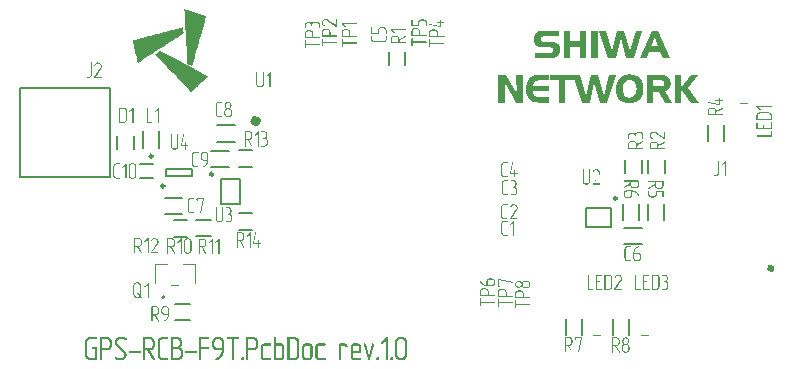
<source format=gto>
G04*
G04 #@! TF.GenerationSoftware,Altium Limited,Altium Designer,24.4.1 (13)*
G04*
G04 Layer_Color=65535*
%FSLAX44Y44*%
%MOMM*%
G71*
G04*
G04 #@! TF.SameCoordinates,A288B9D6-13E1-428C-940A-BB186CF4840A*
G04*
G04*
G04 #@! TF.FilePolarity,Positive*
G04*
G01*
G75*
%ADD10C,0.5080*%
%ADD11C,0.7620*%
%ADD12C,0.2500*%
%ADD13C,0.2000*%
%ADD14C,0.1000*%
%ADD15C,0.1778*%
G36*
X158111Y286563D02*
X158242Y285130D01*
X158372Y283828D01*
X158437Y282330D01*
X158242Y282134D01*
X157981Y282004D01*
X157069Y281353D01*
X156809Y281223D01*
X156027Y280702D01*
X155767Y280571D01*
X154855Y279920D01*
X154594Y279790D01*
X153683Y279139D01*
X153422Y279008D01*
X152510Y278357D01*
X152250Y278227D01*
X151729Y277836D01*
X151599D01*
X150687Y277185D01*
X150426Y277055D01*
X149515Y276403D01*
X149254Y276273D01*
X148342Y275622D01*
X148082Y275491D01*
X147300Y274970D01*
X147040Y274840D01*
X146128Y274189D01*
X145867Y274059D01*
X144956Y273407D01*
X144695Y273277D01*
X143783Y272626D01*
X143523Y272495D01*
X140853Y270737D01*
X139290Y269695D01*
X137857Y268783D01*
X134731Y266699D01*
X133689Y266048D01*
X131344Y264485D01*
X129911Y263573D01*
X126785Y261489D01*
X125743Y260838D01*
X122617Y258754D01*
X121184Y257842D01*
X120403Y257321D01*
X119817Y256995D01*
X119621Y257581D01*
X119426Y258428D01*
X119165Y259470D01*
X119035Y260121D01*
X118774Y261163D01*
X118644Y261815D01*
X118253Y263378D01*
X118123Y264029D01*
X117732Y265592D01*
X117602Y266243D01*
X117211Y267806D01*
X117081Y268458D01*
X116821Y269500D01*
X116690Y270151D01*
X116300Y271714D01*
X116169Y272365D01*
X115779Y273928D01*
X115648Y274580D01*
X115388Y275622D01*
X115323Y275817D01*
X115909Y276012D01*
X116821Y276273D01*
X118384Y276664D01*
X119295Y276924D01*
X120858Y277315D01*
X121770Y277575D01*
X123333Y277966D01*
X124245Y278227D01*
X125808Y278617D01*
X126720Y278878D01*
X128283Y279269D01*
X129195Y279529D01*
X130237Y279790D01*
X131149Y280050D01*
X132712Y280441D01*
X133624Y280702D01*
X135187Y281092D01*
X136098Y281353D01*
X137661Y281744D01*
X138573Y282004D01*
X140136Y282395D01*
X141048Y282655D01*
X142611Y283046D01*
X143523Y283307D01*
X145086Y283697D01*
X145998Y283958D01*
X147561Y284349D01*
X148472Y284609D01*
X150035Y285000D01*
X150947Y285261D01*
X152510Y285651D01*
X153422Y285912D01*
X154985Y286303D01*
X155897Y286563D01*
X157981Y287084D01*
X158111Y286563D01*
D02*
G37*
G36*
X160065Y302194D02*
X160781Y301998D01*
X162279Y301542D01*
X176868Y296983D01*
X177715Y296658D01*
X176673Y293011D01*
X176542Y292490D01*
X175500Y288843D01*
X175370Y288321D01*
X174067Y283763D01*
X173937Y283242D01*
X172895Y279594D01*
X172765Y279073D01*
X171723Y275426D01*
X171593Y274905D01*
X170551Y271258D01*
X170420Y270737D01*
X169378Y267090D01*
X169248Y266569D01*
X168467Y263834D01*
X168271Y263248D01*
X168206Y263182D01*
X168011Y262205D01*
X167815Y261489D01*
X167034Y258754D01*
X166903Y258233D01*
X165861Y254585D01*
X165666Y254130D01*
X161433Y256279D01*
X161303Y256800D01*
X161107Y261815D01*
X160195Y280962D01*
X159805Y289038D01*
X159674Y292034D01*
X159284Y300240D01*
X159219Y302389D01*
X159414Y302454D01*
X160065Y302194D01*
D02*
G37*
G36*
X150296Y260773D02*
X164624Y253218D01*
X176477Y246966D01*
X177129Y246575D01*
X177259D01*
X178692Y245793D01*
X179278Y245468D01*
X178040Y244230D01*
X177780Y244100D01*
X176738Y243058D01*
X176477Y242928D01*
X175305Y241755D01*
X175044Y241625D01*
X173872Y240453D01*
X173612Y240323D01*
X172439Y239150D01*
X172179Y239020D01*
X171007Y237848D01*
X170746Y237718D01*
X169704Y236675D01*
X169443Y236545D01*
X168271Y235373D01*
X168011Y235243D01*
X166838Y234070D01*
X166578Y233940D01*
X165406Y232768D01*
X164885Y232507D01*
X163256Y234136D01*
X163126Y234396D01*
X160651Y236871D01*
X160521Y237131D01*
X158046Y239606D01*
X157916Y239867D01*
X155311Y242472D01*
X155181Y242732D01*
X152706Y245207D01*
X152576Y245468D01*
X149970Y248073D01*
X149840Y248333D01*
X147365Y250808D01*
X147235Y251069D01*
X144760Y253543D01*
X144630Y253804D01*
X142025Y256409D01*
X141895Y256670D01*
X139420Y259144D01*
X139290Y259405D01*
X136684Y262010D01*
X136554Y262271D01*
X134600Y264224D01*
X134731Y264485D01*
X134926Y264680D01*
X135187Y264811D01*
X137010Y266113D01*
X137271Y266243D01*
X137531Y266504D01*
X137792Y266634D01*
X138443Y267025D01*
X150296Y260773D01*
D02*
G37*
G36*
X106779Y24854D02*
X106867D01*
X107067Y24829D01*
X107304Y24804D01*
X107592Y24754D01*
X107892Y24691D01*
X108229Y24604D01*
X108242D01*
X108266Y24591D01*
X108316Y24579D01*
X108379Y24554D01*
X108466Y24529D01*
X108554Y24491D01*
X108779Y24416D01*
X109041Y24304D01*
X109316Y24179D01*
X109591Y24029D01*
X109866Y23854D01*
X109879D01*
X109891Y23842D01*
X109954Y23804D01*
X110028Y23729D01*
X110116Y23616D01*
Y23604D01*
X110141Y23579D01*
X110154Y23542D01*
X110178Y23492D01*
X110216Y23417D01*
X110253Y23317D01*
X110279Y23217D01*
X110316Y23092D01*
Y23079D01*
Y23029D01*
X110303Y22954D01*
X110279Y22854D01*
X110241Y22742D01*
X110191Y22617D01*
X110116Y22504D01*
X110016Y22379D01*
X110003Y22367D01*
X109966Y22329D01*
X109904Y22279D01*
X109816Y22229D01*
X109704Y22167D01*
X109579Y22117D01*
X109441Y22079D01*
X109291Y22067D01*
X108816Y22217D01*
X108804Y22229D01*
X108766Y22242D01*
X108716Y22279D01*
X108641Y22329D01*
X108541Y22379D01*
X108429Y22442D01*
X108304Y22504D01*
X108154Y22579D01*
X108004Y22642D01*
X107829Y22704D01*
X107442Y22817D01*
X107242Y22867D01*
X107029Y22904D01*
X106804Y22917D01*
X106579Y22929D01*
X104467D01*
X104392Y22917D01*
X104292Y22904D01*
X104192Y22892D01*
X103943Y22842D01*
X103668Y22754D01*
X103518Y22692D01*
X103368Y22617D01*
X103218Y22529D01*
X103080Y22442D01*
X102943Y22317D01*
X102805Y22192D01*
X102793Y22179D01*
X102780Y22154D01*
X102743Y22117D01*
X102693Y22067D01*
X102643Y21992D01*
X102593Y21904D01*
X102530Y21804D01*
X102468Y21704D01*
X102331Y21442D01*
X102231Y21142D01*
X102143Y20805D01*
X102131Y20617D01*
X102118Y20430D01*
X102143Y19967D01*
X102193Y19742D01*
X102281Y19543D01*
X102293Y19530D01*
X102318Y19480D01*
X102355Y19405D01*
X102418Y19318D01*
X102493Y19193D01*
X102593Y19055D01*
X102705Y18905D01*
X102843Y18730D01*
X109029Y12444D01*
X109041D01*
X109054Y12419D01*
X109116Y12357D01*
X109229Y12257D01*
X109354Y12107D01*
X109491Y11919D01*
X109641Y11695D01*
X109791Y11432D01*
X109916Y11145D01*
X110016Y10870D01*
X110178Y10258D01*
X110241Y9945D01*
Y9533D01*
Y9508D01*
Y9458D01*
X110229Y9358D01*
X110216Y9233D01*
X110204Y9083D01*
X110166Y8895D01*
X110116Y8695D01*
X110066Y8483D01*
X109991Y8245D01*
X109891Y7995D01*
X109779Y7733D01*
X109641Y7471D01*
X109466Y7196D01*
X109279Y6933D01*
X109054Y6671D01*
X108804Y6408D01*
X108791Y6396D01*
X108754Y6359D01*
X108691Y6296D01*
X108616Y6209D01*
X108504Y6121D01*
X108379Y6008D01*
X108216Y5896D01*
X108041Y5784D01*
X107842Y5659D01*
X107629Y5546D01*
X107379Y5434D01*
X107117Y5346D01*
X106829Y5259D01*
X106517Y5196D01*
X106192Y5159D01*
X105842Y5146D01*
X103780D01*
X103680Y5159D01*
X103543D01*
X103393Y5184D01*
X103205Y5196D01*
X102993Y5234D01*
X102755Y5271D01*
X102518Y5334D01*
X102255Y5396D01*
X101981Y5484D01*
X101693Y5584D01*
X101418Y5696D01*
X101131Y5834D01*
X100843Y5996D01*
X100569Y6171D01*
X100256Y6508D01*
X100169Y6896D01*
Y6908D01*
Y6958D01*
X100181Y7021D01*
X100206Y7108D01*
X100231Y7221D01*
X100281Y7333D01*
X100344Y7458D01*
X100431Y7583D01*
X100443Y7596D01*
X100481Y7633D01*
X100543Y7696D01*
X100618Y7758D01*
X100718Y7808D01*
X100843Y7871D01*
X100981Y7908D01*
X101131Y7921D01*
X101618Y7771D01*
X101631Y7758D01*
X101668Y7746D01*
X101718Y7708D01*
X101793Y7658D01*
X101893Y7608D01*
X102006Y7558D01*
X102143Y7496D01*
X102281Y7433D01*
X102443Y7358D01*
X102618Y7296D01*
X102993Y7196D01*
X103405Y7108D01*
X103618Y7096D01*
X103843Y7083D01*
X105942D01*
X106005Y7096D01*
X106092Y7108D01*
X106192Y7121D01*
X106430Y7171D01*
X106692Y7258D01*
X106842Y7321D01*
X106992Y7396D01*
X107129Y7483D01*
X107279Y7583D01*
X107429Y7696D01*
X107567Y7821D01*
X107579Y7833D01*
X107604Y7858D01*
X107642Y7896D01*
X107679Y7946D01*
X107742Y8020D01*
X107804Y8108D01*
X107867Y8195D01*
X107942Y8308D01*
X108079Y8558D01*
X108204Y8845D01*
X108242Y9008D01*
X108279Y9170D01*
X108304Y9345D01*
X108316Y9520D01*
X108279Y9945D01*
Y9958D01*
X108266Y10007D01*
X108242Y10082D01*
X108216Y10170D01*
Y10195D01*
X108191Y10245D01*
X108167Y10307D01*
X108141Y10382D01*
X108129Y10407D01*
X108117Y10457D01*
X108079Y10545D01*
X108017Y10657D01*
X107942Y10795D01*
X107842Y10945D01*
X107729Y11107D01*
X107579Y11282D01*
X101468Y17393D01*
X101443Y17418D01*
X101381Y17481D01*
X101281Y17606D01*
X101156Y17756D01*
X100993Y17955D01*
X100831Y18205D01*
X100656Y18493D01*
X100469Y18818D01*
Y18830D01*
X100456Y18855D01*
X100443Y18893D01*
X100419Y18955D01*
X100393Y19030D01*
X100368Y19118D01*
X100318Y19330D01*
X100268Y19580D01*
X100218Y19855D01*
X100181Y20167D01*
X100169Y20480D01*
Y20505D01*
Y20555D01*
X100181Y20655D01*
X100194Y20780D01*
X100206Y20930D01*
X100244Y21105D01*
X100281Y21317D01*
X100344Y21530D01*
X100419Y21767D01*
X100519Y22017D01*
X100631Y22279D01*
X100768Y22542D01*
X100931Y22804D01*
X101118Y23079D01*
X101331Y23342D01*
X101581Y23604D01*
X101593Y23616D01*
X101631Y23654D01*
X101693Y23716D01*
X101781Y23804D01*
X101881Y23891D01*
X102018Y24004D01*
X102181Y24116D01*
X102355Y24241D01*
X102555Y24354D01*
X102780Y24466D01*
X103018Y24579D01*
X103293Y24666D01*
X103580Y24754D01*
X103893Y24816D01*
X104218Y24854D01*
X104567Y24866D01*
X106704D01*
X106779Y24854D01*
D02*
G37*
G36*
X168926Y13219D02*
X169013Y13194D01*
X169113Y13157D01*
X169226Y13094D01*
X169351Y13019D01*
X169463Y12919D01*
X169476Y12907D01*
X169513Y12869D01*
X169563Y12807D01*
X169613Y12732D01*
X169663Y12632D01*
X169713Y12519D01*
X169751Y12394D01*
X169763Y12269D01*
Y12257D01*
Y12207D01*
X169751Y12145D01*
X169726Y12057D01*
X169701Y11957D01*
X169651Y11845D01*
X169588Y11720D01*
X169501Y11607D01*
X169488Y11595D01*
X169451Y11557D01*
X169401Y11507D01*
X169313Y11457D01*
X169213Y11395D01*
X169101Y11345D01*
X168951Y11307D01*
X168789Y11295D01*
X160503D01*
X160428Y11307D01*
X160328Y11332D01*
X160216Y11357D01*
X160091Y11407D01*
X159978Y11470D01*
X159866Y11557D01*
X159853Y11570D01*
X159828Y11620D01*
X159778Y11682D01*
X159741Y11770D01*
X159691Y11869D01*
X159641Y11995D01*
X159616Y12132D01*
X159603Y12269D01*
Y12282D01*
Y12307D01*
X159616Y12357D01*
X159628Y12432D01*
X159666Y12507D01*
X159703Y12607D01*
X159766Y12732D01*
X159841Y12857D01*
X159853Y12869D01*
X159891Y12919D01*
X159941Y12982D01*
X160028Y13044D01*
X160128Y13119D01*
X160253Y13169D01*
X160403Y13219D01*
X160578Y13232D01*
X168851D01*
X168926Y13219D01*
D02*
G37*
G36*
X121388D02*
X121476Y13194D01*
X121576Y13157D01*
X121688Y13094D01*
X121813Y13019D01*
X121925Y12919D01*
X121938Y12907D01*
X121975Y12869D01*
X122025Y12807D01*
X122075Y12732D01*
X122125Y12632D01*
X122175Y12519D01*
X122213Y12394D01*
X122225Y12269D01*
Y12257D01*
Y12207D01*
X122213Y12145D01*
X122188Y12057D01*
X122163Y11957D01*
X122113Y11845D01*
X122051Y11720D01*
X121963Y11607D01*
X121951Y11595D01*
X121913Y11557D01*
X121863Y11507D01*
X121776Y11457D01*
X121676Y11395D01*
X121563Y11345D01*
X121413Y11307D01*
X121251Y11295D01*
X112965D01*
X112890Y11307D01*
X112790Y11332D01*
X112678Y11357D01*
X112553Y11407D01*
X112440Y11470D01*
X112328Y11557D01*
X112315Y11570D01*
X112290Y11620D01*
X112240Y11682D01*
X112203Y11770D01*
X112153Y11869D01*
X112103Y11995D01*
X112078Y12132D01*
X112065Y12269D01*
Y12282D01*
Y12307D01*
X112078Y12357D01*
X112091Y12432D01*
X112128Y12507D01*
X112165Y12607D01*
X112228Y12732D01*
X112303Y12857D01*
X112315Y12869D01*
X112353Y12919D01*
X112403Y12982D01*
X112490Y13044D01*
X112590Y13119D01*
X112715Y13169D01*
X112865Y13219D01*
X113040Y13232D01*
X121313D01*
X121388Y13219D01*
D02*
G37*
G36*
X277985Y19380D02*
X278073Y19355D01*
X278173Y19318D01*
X278285Y19255D01*
X278410Y19180D01*
X278523Y19080D01*
X278535Y19068D01*
X278573Y19030D01*
X278623Y18968D01*
X278673Y18893D01*
X278723Y18793D01*
X278773Y18680D01*
X278810Y18555D01*
X278823Y18430D01*
Y18418D01*
Y18368D01*
X278810Y18305D01*
X278798Y18218D01*
X278760Y18118D01*
X278723Y18005D01*
X278660Y17881D01*
X278573Y17768D01*
X278560Y17756D01*
X278523Y17718D01*
X278473Y17668D01*
X278385Y17618D01*
X278285Y17556D01*
X278160Y17506D01*
X278011Y17468D01*
X277848Y17456D01*
X272999D01*
X272912Y17443D01*
X272812Y17418D01*
X272687Y17381D01*
X272562Y17318D01*
X272437Y17243D01*
X272312Y17131D01*
X272299Y17118D01*
X272262Y17081D01*
X272212Y17006D01*
X272162Y16918D01*
X272099Y16806D01*
X272050Y16681D01*
X272012Y16531D01*
X272000Y16368D01*
Y8170D01*
Y8145D01*
Y8095D01*
X272012Y8008D01*
X272037Y7896D01*
X272075Y7783D01*
X272137Y7646D01*
X272212Y7521D01*
X272312Y7396D01*
X272325Y7383D01*
X272374Y7346D01*
X272437Y7296D01*
X272524Y7246D01*
X272637Y7183D01*
X272762Y7133D01*
X272912Y7096D01*
X273074Y7083D01*
X277910D01*
X277985Y7071D01*
X278073Y7046D01*
X278173Y7008D01*
X278285Y6946D01*
X278410Y6871D01*
X278523Y6771D01*
X278535Y6758D01*
X278573Y6721D01*
X278623Y6658D01*
X278673Y6583D01*
X278723Y6483D01*
X278773Y6371D01*
X278810Y6246D01*
X278823Y6121D01*
Y6108D01*
Y6058D01*
X278810Y5996D01*
X278798Y5909D01*
X278760Y5809D01*
X278723Y5696D01*
X278660Y5571D01*
X278573Y5459D01*
X278560Y5446D01*
X278523Y5409D01*
X278473Y5359D01*
X278385Y5309D01*
X278285Y5246D01*
X278160Y5196D01*
X278011Y5159D01*
X277848Y5146D01*
X272937D01*
X272849Y5159D01*
X272737Y5171D01*
X272612Y5196D01*
X272474Y5221D01*
X272312Y5259D01*
X272150Y5296D01*
X271975Y5359D01*
X271800Y5421D01*
X271612Y5509D01*
X271437Y5609D01*
X271262Y5721D01*
X271075Y5859D01*
X270912Y6008D01*
X270900Y6021D01*
X270875Y6046D01*
X270837Y6096D01*
X270775Y6171D01*
X270712Y6246D01*
X270637Y6359D01*
X270562Y6471D01*
X270487Y6608D01*
X270400Y6758D01*
X270325Y6921D01*
X270250Y7096D01*
X270187Y7296D01*
X270125Y7496D01*
X270088Y7708D01*
X270063Y7933D01*
X270050Y8170D01*
Y16381D01*
Y16393D01*
Y16431D01*
Y16493D01*
X270063Y16568D01*
X270075Y16668D01*
X270100Y16781D01*
X270125Y16918D01*
X270163Y17056D01*
X270263Y17381D01*
X270325Y17556D01*
X270413Y17730D01*
X270512Y17905D01*
X270625Y18081D01*
X270750Y18268D01*
X270900Y18443D01*
X270912Y18455D01*
X270937Y18480D01*
X270987Y18530D01*
X271050Y18593D01*
X271137Y18668D01*
X271237Y18743D01*
X271362Y18830D01*
X271500Y18918D01*
X271637Y19005D01*
X271812Y19093D01*
X271987Y19168D01*
X272174Y19243D01*
X272374Y19305D01*
X272599Y19355D01*
X272824Y19380D01*
X273062Y19393D01*
X277910D01*
X277985Y19380D01*
D02*
G37*
G36*
X264839D02*
X264939Y19368D01*
X265064Y19343D01*
X265214Y19318D01*
X265364Y19280D01*
X265526Y19243D01*
X265701Y19180D01*
X265876Y19105D01*
X266051Y19030D01*
X266238Y18918D01*
X266413Y18805D01*
X266588Y18668D01*
X266763Y18518D01*
X266776Y18505D01*
X266801Y18480D01*
X266851Y18430D01*
X266901Y18368D01*
X266963Y18280D01*
X267038Y18180D01*
X267126Y18055D01*
X267213Y17918D01*
X267288Y17780D01*
X267376Y17618D01*
X267451Y17431D01*
X267513Y17243D01*
X267563Y17043D01*
X267613Y16831D01*
X267638Y16618D01*
X267651Y16381D01*
Y8170D01*
Y8158D01*
Y8120D01*
Y8045D01*
X267638Y7958D01*
X267626Y7846D01*
X267601Y7721D01*
X267576Y7583D01*
X267538Y7421D01*
X267488Y7258D01*
X267438Y7083D01*
X267363Y6908D01*
X267276Y6721D01*
X267176Y6546D01*
X267051Y6371D01*
X266926Y6184D01*
X266763Y6021D01*
X266751Y6008D01*
X266726Y5984D01*
X266676Y5946D01*
X266613Y5884D01*
X266526Y5821D01*
X266426Y5746D01*
X266301Y5671D01*
X266164Y5584D01*
X266026Y5509D01*
X265864Y5421D01*
X265676Y5346D01*
X265489Y5284D01*
X265289Y5221D01*
X265076Y5184D01*
X264864Y5159D01*
X264626Y5146D01*
X261765D01*
X261677Y5159D01*
X261565Y5171D01*
X261440Y5196D01*
X261290Y5221D01*
X261140Y5259D01*
X260965Y5296D01*
X260802Y5359D01*
X260615Y5421D01*
X260440Y5509D01*
X260253Y5609D01*
X260078Y5721D01*
X259903Y5859D01*
X259728Y6008D01*
X259715Y6021D01*
X259690Y6046D01*
X259653Y6096D01*
X259590Y6171D01*
X259528Y6246D01*
X259453Y6359D01*
X259378Y6471D01*
X259303Y6608D01*
X259215Y6758D01*
X259140Y6921D01*
X259065Y7096D01*
X259003Y7296D01*
X258940Y7496D01*
X258903Y7708D01*
X258878Y7933D01*
X258865Y8170D01*
Y16381D01*
Y16393D01*
Y16431D01*
Y16493D01*
X258878Y16568D01*
X258890Y16668D01*
X258915Y16781D01*
X258940Y16918D01*
X258978Y17056D01*
X259078Y17381D01*
X259140Y17556D01*
X259228Y17730D01*
X259328Y17905D01*
X259440Y18081D01*
X259565Y18268D01*
X259715Y18443D01*
X259728Y18455D01*
X259753Y18480D01*
X259803Y18530D01*
X259865Y18593D01*
X259953Y18668D01*
X260053Y18743D01*
X260178Y18830D01*
X260315Y18918D01*
X260465Y19005D01*
X260627Y19093D01*
X260802Y19168D01*
X261002Y19243D01*
X261202Y19305D01*
X261415Y19355D01*
X261652Y19380D01*
X261890Y19393D01*
X264751D01*
X264839Y19380D01*
D02*
G37*
G36*
X252217Y24854D02*
X252342Y24841D01*
X252505Y24829D01*
X252680Y24804D01*
X252880Y24754D01*
X253104Y24704D01*
X253342Y24641D01*
X253592Y24554D01*
X253842Y24454D01*
X254104Y24329D01*
X254379Y24179D01*
X254641Y24004D01*
X254891Y23804D01*
X255141Y23579D01*
X255154Y23567D01*
X255204Y23517D01*
X255266Y23454D01*
X255341Y23354D01*
X255441Y23229D01*
X255554Y23079D01*
X255679Y22904D01*
X255804Y22704D01*
X255916Y22492D01*
X256041Y22254D01*
X256154Y22004D01*
X256254Y21730D01*
X256329Y21442D01*
X256404Y21130D01*
X256441Y20817D01*
X256453Y20480D01*
Y9533D01*
Y9508D01*
Y9458D01*
X256441Y9358D01*
X256429Y9233D01*
X256416Y9070D01*
X256391Y8895D01*
X256341Y8695D01*
X256291Y8470D01*
X256229Y8233D01*
X256141Y7983D01*
X256029Y7733D01*
X255904Y7471D01*
X255754Y7208D01*
X255579Y6946D01*
X255379Y6683D01*
X255154Y6433D01*
X255141Y6421D01*
X255091Y6384D01*
X255029Y6321D01*
X254929Y6234D01*
X254804Y6133D01*
X254654Y6021D01*
X254479Y5909D01*
X254279Y5796D01*
X254067Y5671D01*
X253829Y5559D01*
X253567Y5446D01*
X253304Y5346D01*
X253004Y5271D01*
X252705Y5196D01*
X252380Y5159D01*
X252042Y5146D01*
X247206D01*
X247156Y5159D01*
X247093D01*
X246943Y5196D01*
X246768Y5271D01*
X246668Y5321D01*
X246581Y5384D01*
X246506Y5459D01*
X246431Y5559D01*
X246369Y5659D01*
X246319Y5796D01*
X246294Y5934D01*
X246281Y6108D01*
Y23904D01*
Y23916D01*
Y23942D01*
X246294Y23991D01*
Y24054D01*
X246331Y24204D01*
X246406Y24391D01*
X246456Y24479D01*
X246519Y24566D01*
X246594Y24641D01*
X246693Y24716D01*
X246793Y24779D01*
X246931Y24829D01*
X247068Y24854D01*
X247243Y24866D01*
X252117D01*
X252217Y24854D01*
D02*
G37*
G36*
X236196D02*
X236284Y24829D01*
X236384Y24804D01*
X236484Y24754D01*
X236609Y24691D01*
X236721Y24604D01*
X236734Y24591D01*
X236771Y24554D01*
X236821Y24504D01*
X236884Y24429D01*
X236946Y24329D01*
X236996Y24204D01*
X237034Y24066D01*
X237046Y23904D01*
Y19393D01*
X240970D01*
X241057Y19380D01*
X241170Y19368D01*
X241295Y19343D01*
X241432Y19318D01*
X241582Y19280D01*
X241757Y19243D01*
X241920Y19180D01*
X242107Y19105D01*
X242282Y19030D01*
X242470Y18918D01*
X242645Y18805D01*
X242819Y18668D01*
X242994Y18518D01*
X243007Y18505D01*
X243032Y18480D01*
X243082Y18430D01*
X243132Y18368D01*
X243194Y18280D01*
X243269Y18180D01*
X243357Y18055D01*
X243444Y17918D01*
X243519Y17780D01*
X243607Y17618D01*
X243682Y17431D01*
X243744Y17243D01*
X243794Y17043D01*
X243844Y16831D01*
X243869Y16618D01*
X243882Y16381D01*
Y8170D01*
Y8158D01*
Y8120D01*
Y8045D01*
X243869Y7958D01*
X243857Y7858D01*
X243832Y7733D01*
X243807Y7596D01*
X243769Y7446D01*
X243732Y7271D01*
X243669Y7108D01*
X243594Y6933D01*
X243519Y6746D01*
X243407Y6571D01*
X243294Y6384D01*
X243157Y6209D01*
X243007Y6033D01*
X242994Y6021D01*
X242969Y5996D01*
X242920Y5946D01*
X242845Y5896D01*
X242770Y5834D01*
X242657Y5759D01*
X242545Y5671D01*
X242407Y5596D01*
X242257Y5509D01*
X242095Y5421D01*
X241907Y5346D01*
X241720Y5284D01*
X241520Y5234D01*
X241295Y5184D01*
X241070Y5159D01*
X240833Y5146D01*
X236021D01*
X235971Y5159D01*
X235909D01*
X235759Y5196D01*
X235584Y5271D01*
X235484Y5321D01*
X235396Y5384D01*
X235321Y5459D01*
X235247Y5559D01*
X235184Y5659D01*
X235134Y5796D01*
X235109Y5934D01*
X235096Y6108D01*
Y23904D01*
Y23916D01*
Y23954D01*
X235109Y24016D01*
X235134Y24104D01*
X235159Y24191D01*
X235209Y24304D01*
X235284Y24416D01*
X235371Y24541D01*
X235384Y24554D01*
X235421Y24591D01*
X235484Y24641D01*
X235571Y24704D01*
X235671Y24766D01*
X235784Y24816D01*
X235921Y24854D01*
X236071Y24866D01*
X236134D01*
X236196Y24854D01*
D02*
G37*
G36*
X231847Y19380D02*
X231935Y19355D01*
X232035Y19318D01*
X232147Y19255D01*
X232272Y19180D01*
X232385Y19080D01*
X232397Y19068D01*
X232435Y19030D01*
X232485Y18968D01*
X232535Y18893D01*
X232585Y18793D01*
X232635Y18680D01*
X232672Y18555D01*
X232685Y18430D01*
Y18418D01*
Y18368D01*
X232672Y18305D01*
X232660Y18218D01*
X232622Y18118D01*
X232585Y18005D01*
X232522Y17881D01*
X232435Y17768D01*
X232422Y17756D01*
X232385Y17718D01*
X232335Y17668D01*
X232247Y17618D01*
X232147Y17556D01*
X232022Y17506D01*
X231872Y17468D01*
X231710Y17456D01*
X226861D01*
X226774Y17443D01*
X226674Y17418D01*
X226549Y17381D01*
X226424Y17318D01*
X226299Y17243D01*
X226174Y17131D01*
X226161Y17118D01*
X226124Y17081D01*
X226074Y17006D01*
X226024Y16918D01*
X225961Y16806D01*
X225911Y16681D01*
X225874Y16531D01*
X225861Y16368D01*
Y8170D01*
Y8145D01*
Y8095D01*
X225874Y8008D01*
X225899Y7896D01*
X225936Y7783D01*
X225999Y7646D01*
X226074Y7521D01*
X226174Y7396D01*
X226186Y7383D01*
X226236Y7346D01*
X226299Y7296D01*
X226386Y7246D01*
X226499Y7183D01*
X226624Y7133D01*
X226774Y7096D01*
X226936Y7083D01*
X231772D01*
X231847Y7071D01*
X231935Y7046D01*
X232035Y7008D01*
X232147Y6946D01*
X232272Y6871D01*
X232385Y6771D01*
X232397Y6758D01*
X232435Y6721D01*
X232485Y6658D01*
X232535Y6583D01*
X232585Y6483D01*
X232635Y6371D01*
X232672Y6246D01*
X232685Y6121D01*
Y6108D01*
Y6058D01*
X232672Y5996D01*
X232660Y5909D01*
X232622Y5809D01*
X232585Y5696D01*
X232522Y5571D01*
X232435Y5459D01*
X232422Y5446D01*
X232385Y5409D01*
X232335Y5359D01*
X232247Y5309D01*
X232147Y5246D01*
X232022Y5196D01*
X231872Y5159D01*
X231710Y5146D01*
X226799D01*
X226711Y5159D01*
X226599Y5171D01*
X226474Y5196D01*
X226336Y5221D01*
X226174Y5259D01*
X226011Y5296D01*
X225836Y5359D01*
X225661Y5421D01*
X225474Y5509D01*
X225299Y5609D01*
X225124Y5721D01*
X224937Y5859D01*
X224774Y6008D01*
X224762Y6021D01*
X224737Y6046D01*
X224699Y6096D01*
X224637Y6171D01*
X224574Y6246D01*
X224499Y6359D01*
X224424Y6471D01*
X224349Y6608D01*
X224262Y6758D01*
X224187Y6921D01*
X224112Y7096D01*
X224049Y7296D01*
X223987Y7496D01*
X223949Y7708D01*
X223924Y7933D01*
X223912Y8170D01*
Y16381D01*
Y16393D01*
Y16431D01*
Y16493D01*
X223924Y16568D01*
X223937Y16668D01*
X223962Y16781D01*
X223987Y16918D01*
X224024Y17056D01*
X224124Y17381D01*
X224187Y17556D01*
X224274Y17730D01*
X224374Y17905D01*
X224487Y18081D01*
X224612Y18268D01*
X224762Y18443D01*
X224774Y18455D01*
X224799Y18480D01*
X224849Y18530D01*
X224912Y18593D01*
X224999Y18668D01*
X225099Y18743D01*
X225224Y18830D01*
X225361Y18918D01*
X225499Y19005D01*
X225674Y19093D01*
X225849Y19168D01*
X226036Y19243D01*
X226236Y19305D01*
X226461Y19355D01*
X226686Y19380D01*
X226924Y19393D01*
X231772D01*
X231847Y19380D01*
D02*
G37*
G36*
X217276Y24854D02*
X217401Y24841D01*
X217563Y24829D01*
X217738Y24804D01*
X217951Y24754D01*
X218176Y24704D01*
X218413Y24641D01*
X218663Y24554D01*
X218926Y24454D01*
X219188Y24329D01*
X219450Y24179D01*
X219713Y24016D01*
X219975Y23816D01*
X220225Y23591D01*
X220238Y23579D01*
X220250Y23567D01*
X220288Y23529D01*
X220338Y23479D01*
X220450Y23354D01*
X220588Y23179D01*
X220750Y22967D01*
X220913Y22729D01*
X221063Y22467D01*
X221200Y22179D01*
X221425Y21392D01*
X221500Y20917D01*
Y20492D01*
Y17730D01*
Y17706D01*
Y17656D01*
X221488Y17556D01*
X221475Y17431D01*
X221462Y17268D01*
X221437Y17093D01*
X221388Y16893D01*
X221338Y16668D01*
X221275Y16431D01*
X221188Y16181D01*
X221088Y15931D01*
X220963Y15669D01*
X220813Y15406D01*
X220638Y15144D01*
X220438Y14894D01*
X220213Y14644D01*
X220200Y14631D01*
X220150Y14594D01*
X220088Y14531D01*
X219988Y14444D01*
X219863Y14344D01*
X219713Y14244D01*
X219538Y14131D01*
X219350Y14007D01*
X219126Y13894D01*
X218888Y13769D01*
X218638Y13669D01*
X218363Y13569D01*
X218063Y13482D01*
X217751Y13419D01*
X217426Y13382D01*
X217089Y13369D01*
X213277D01*
Y6121D01*
Y6096D01*
Y6046D01*
X213265Y5971D01*
X213240Y5859D01*
X213215Y5746D01*
X213165Y5634D01*
X213090Y5521D01*
X213002Y5409D01*
X212990Y5396D01*
X212952Y5371D01*
X212890Y5321D01*
X212802Y5284D01*
X212702Y5234D01*
X212577Y5184D01*
X212452Y5159D01*
X212302Y5146D01*
X212265D01*
X212215Y5159D01*
X212152Y5171D01*
X212065Y5196D01*
X211952Y5234D01*
X211815Y5284D01*
X211665Y5346D01*
X211653Y5359D01*
X211615Y5396D01*
X211553Y5459D01*
X211502Y5546D01*
X211440Y5659D01*
X211378Y5784D01*
X211340Y5946D01*
X211328Y6121D01*
Y23904D01*
Y23916D01*
Y23942D01*
X211340Y23991D01*
Y24054D01*
X211378Y24204D01*
X211453Y24391D01*
X211502Y24479D01*
X211565Y24566D01*
X211640Y24641D01*
X211740Y24716D01*
X211840Y24779D01*
X211977Y24829D01*
X212115Y24854D01*
X212290Y24866D01*
X217176D01*
X217276Y24854D01*
D02*
G37*
G36*
X208628Y7733D02*
X208753Y7708D01*
X208891Y7658D01*
X209053Y7583D01*
X209203Y7483D01*
X209366Y7346D01*
X209378Y7333D01*
X209428Y7271D01*
X209491Y7196D01*
X209578Y7083D01*
X209653Y6946D01*
X209715Y6796D01*
X209765Y6633D01*
X209778Y6458D01*
Y6433D01*
Y6384D01*
X209765Y6284D01*
X209741Y6171D01*
X209690Y6033D01*
X209628Y5884D01*
X209541Y5721D01*
X209428Y5559D01*
X209416Y5546D01*
X209366Y5496D01*
X209291Y5434D01*
X209178Y5359D01*
X209041Y5271D01*
X208878Y5209D01*
X208678Y5159D01*
X208453Y5146D01*
X208353D01*
X208241Y5171D01*
X208116Y5196D01*
X207953Y5234D01*
X207803Y5296D01*
X207641Y5384D01*
X207504Y5496D01*
X207491Y5521D01*
X207454Y5571D01*
X207391Y5659D01*
X207329Y5784D01*
X207254Y5921D01*
X207204Y6083D01*
X207154Y6271D01*
X207141Y6458D01*
Y6471D01*
Y6521D01*
X207154Y6583D01*
X207179Y6671D01*
X207216Y6796D01*
X207279Y6933D01*
X207354Y7083D01*
X207466Y7258D01*
X207479Y7283D01*
X207529Y7333D01*
X207603Y7421D01*
X207716Y7508D01*
X207854Y7596D01*
X208016Y7683D01*
X208216Y7733D01*
X208453Y7758D01*
X208541D01*
X208628Y7733D01*
D02*
G37*
G36*
X204579Y24854D02*
X204679Y24829D01*
X204779Y24791D01*
X204892Y24729D01*
X205004Y24654D01*
X205117Y24554D01*
X205129Y24541D01*
X205167Y24504D01*
X205217Y24441D01*
X205279Y24366D01*
X205329Y24266D01*
X205379Y24154D01*
X205417Y24029D01*
X205429Y23904D01*
Y23891D01*
Y23842D01*
X205417Y23779D01*
X205392Y23691D01*
X205367Y23591D01*
X205317Y23479D01*
X205254Y23354D01*
X205167Y23242D01*
X205154Y23229D01*
X205117Y23192D01*
X205067Y23142D01*
X204979Y23092D01*
X204879Y23029D01*
X204767Y22979D01*
X204617Y22942D01*
X204454Y22929D01*
X201305D01*
Y6108D01*
Y6083D01*
Y6033D01*
X201293Y5959D01*
X201268Y5846D01*
X201243Y5734D01*
X201193Y5621D01*
X201118Y5509D01*
X201030Y5396D01*
X201018Y5384D01*
X200980Y5359D01*
X200918Y5321D01*
X200830Y5271D01*
X200730Y5221D01*
X200605Y5184D01*
X200480Y5159D01*
X200330Y5146D01*
X200293D01*
X200243Y5159D01*
X200180Y5171D01*
X200093Y5196D01*
X199981Y5221D01*
X199843Y5271D01*
X199693Y5334D01*
X199681Y5346D01*
X199643Y5384D01*
X199581Y5446D01*
X199531Y5534D01*
X199468Y5646D01*
X199406Y5771D01*
X199368Y5934D01*
X199356Y6108D01*
Y22929D01*
X196131D01*
X196056Y22942D01*
X195956Y22967D01*
X195844Y22992D01*
X195719Y23042D01*
X195607Y23104D01*
X195494Y23192D01*
X195482Y23204D01*
X195457Y23254D01*
X195419Y23317D01*
X195369Y23404D01*
X195319Y23504D01*
X195282Y23629D01*
X195257Y23767D01*
X195244Y23904D01*
Y23916D01*
Y23942D01*
X195257Y23991D01*
X195269Y24066D01*
X195294Y24141D01*
X195344Y24241D01*
X195394Y24366D01*
X195469Y24491D01*
X195482Y24504D01*
X195519Y24554D01*
X195569Y24616D01*
X195657Y24679D01*
X195757Y24754D01*
X195882Y24804D01*
X196031Y24854D01*
X196206Y24866D01*
X204517D01*
X204579Y24854D01*
D02*
G37*
G36*
X179411D02*
X179498Y24829D01*
X179598Y24791D01*
X179711Y24729D01*
X179836Y24654D01*
X179948Y24554D01*
X179961Y24541D01*
X179998Y24504D01*
X180048Y24441D01*
X180098Y24366D01*
X180148Y24266D01*
X180198Y24154D01*
X180236Y24029D01*
X180248Y23904D01*
Y23891D01*
Y23842D01*
X180236Y23779D01*
X180223Y23691D01*
X180186Y23591D01*
X180148Y23479D01*
X180086Y23354D01*
X179998Y23242D01*
X179986Y23229D01*
X179948Y23192D01*
X179898Y23142D01*
X179811Y23092D01*
X179711Y23029D01*
X179586Y22979D01*
X179436Y22942D01*
X179273Y22929D01*
X173425D01*
Y16643D01*
X179336D01*
X179411Y16631D01*
X179498Y16606D01*
X179598Y16568D01*
X179711Y16506D01*
X179836Y16431D01*
X179948Y16331D01*
X179961Y16318D01*
X179998Y16281D01*
X180048Y16218D01*
X180098Y16143D01*
X180148Y16043D01*
X180198Y15931D01*
X180236Y15806D01*
X180248Y15681D01*
Y15669D01*
Y15619D01*
X180236Y15556D01*
X180223Y15469D01*
X180186Y15369D01*
X180148Y15256D01*
X180086Y15131D01*
X179998Y15019D01*
X179986Y15006D01*
X179948Y14969D01*
X179898Y14919D01*
X179811Y14869D01*
X179711Y14806D01*
X179586Y14756D01*
X179436Y14719D01*
X179273Y14706D01*
X173425D01*
Y6108D01*
Y6083D01*
Y6033D01*
X173412Y5959D01*
X173387Y5846D01*
X173362Y5734D01*
X173312Y5621D01*
X173237Y5509D01*
X173150Y5396D01*
X173137Y5384D01*
X173100Y5359D01*
X173037Y5321D01*
X172950Y5271D01*
X172850Y5221D01*
X172725Y5184D01*
X172600Y5159D01*
X172450Y5146D01*
X172413D01*
X172363Y5159D01*
X172300Y5171D01*
X172213Y5196D01*
X172100Y5221D01*
X171963Y5271D01*
X171813Y5334D01*
X171800Y5346D01*
X171763Y5384D01*
X171700Y5446D01*
X171650Y5534D01*
X171588Y5646D01*
X171525Y5771D01*
X171488Y5934D01*
X171475Y6108D01*
Y23904D01*
Y23916D01*
Y23942D01*
X171488Y23991D01*
Y24054D01*
X171525Y24204D01*
X171600Y24391D01*
X171650Y24479D01*
X171713Y24566D01*
X171788Y24641D01*
X171888Y24716D01*
X171988Y24779D01*
X172125Y24829D01*
X172263Y24854D01*
X172438Y24866D01*
X179336D01*
X179411Y24854D01*
D02*
G37*
G36*
X152968D02*
X153092D01*
X153243Y24829D01*
X153430Y24804D01*
X153630Y24766D01*
X153842Y24716D01*
X154067Y24654D01*
X154317Y24579D01*
X154567Y24479D01*
X154817Y24366D01*
X155067Y24229D01*
X155304Y24066D01*
X155554Y23879D01*
X155779Y23667D01*
X155792Y23654D01*
X155817Y23629D01*
X155854Y23591D01*
X155904Y23542D01*
X155967Y23479D01*
X156042Y23404D01*
X156204Y23217D01*
X156392Y22992D01*
X156567Y22729D01*
X156742Y22454D01*
X156879Y22167D01*
X157104Y21392D01*
X157179Y20917D01*
Y20480D01*
Y19105D01*
Y19093D01*
Y19055D01*
Y19005D01*
Y18930D01*
X157167Y18843D01*
X157154Y18730D01*
X157142Y18605D01*
X157129Y18480D01*
X157079Y18180D01*
X157016Y17868D01*
X156917Y17543D01*
X156779Y17218D01*
Y17206D01*
X156767Y17181D01*
X156742Y17143D01*
X156704Y17081D01*
X156617Y16931D01*
X156492Y16756D01*
X156329Y16543D01*
X156129Y16343D01*
X155904Y16131D01*
X155642Y15956D01*
X155654D01*
X155679Y15943D01*
X155729Y15919D01*
X155792Y15881D01*
X155867Y15843D01*
X155954Y15793D01*
X156054Y15731D01*
X156167Y15656D01*
X156292Y15556D01*
X156417Y15456D01*
X156542Y15344D01*
X156679Y15206D01*
X156804Y15056D01*
X156941Y14894D01*
X157079Y14719D01*
X157204Y14519D01*
X157216Y14506D01*
X157229Y14469D01*
X157266Y14406D01*
X157304Y14331D01*
X157366Y14231D01*
X157416Y14119D01*
X157479Y13981D01*
X157541Y13831D01*
X157604Y13669D01*
X157666Y13494D01*
X157779Y13107D01*
X157854Y12694D01*
X157866Y12482D01*
X157879Y12269D01*
Y9533D01*
Y9508D01*
Y9458D01*
X157866Y9358D01*
X157854Y9233D01*
X157841Y9083D01*
X157804Y8908D01*
X157766Y8708D01*
X157704Y8483D01*
X157629Y8258D01*
X157541Y8008D01*
X157429Y7758D01*
X157304Y7496D01*
X157142Y7233D01*
X156954Y6971D01*
X156742Y6708D01*
X156504Y6458D01*
X156492Y6446D01*
X156442Y6408D01*
X156367Y6334D01*
X156267Y6259D01*
X156142Y6158D01*
X155979Y6046D01*
X155804Y5921D01*
X155617Y5809D01*
X155404Y5684D01*
X155167Y5559D01*
X154917Y5446D01*
X154655Y5346D01*
X154367Y5271D01*
X154080Y5209D01*
X153780Y5159D01*
X153467Y5146D01*
X148631D01*
X148581Y5159D01*
X148519D01*
X148369Y5196D01*
X148194Y5271D01*
X148094Y5321D01*
X148006Y5384D01*
X147931Y5459D01*
X147856Y5559D01*
X147794Y5659D01*
X147744Y5796D01*
X147719Y5934D01*
X147706Y6108D01*
Y23904D01*
Y23916D01*
Y23942D01*
X147719Y23991D01*
Y24054D01*
X147756Y24204D01*
X147831Y24391D01*
X147881Y24479D01*
X147944Y24566D01*
X148019Y24641D01*
X148119Y24716D01*
X148219Y24779D01*
X148356Y24829D01*
X148494Y24854D01*
X148669Y24866D01*
X152868D01*
X152968Y24854D01*
D02*
G37*
G36*
X144457D02*
X144545Y24829D01*
X144645Y24791D01*
X144757Y24729D01*
X144882Y24654D01*
X144995Y24554D01*
X145007Y24541D01*
X145045Y24504D01*
X145095Y24441D01*
X145145Y24366D01*
X145195Y24266D01*
X145245Y24154D01*
X145282Y24029D01*
X145295Y23904D01*
Y23891D01*
Y23842D01*
X145282Y23779D01*
X145269Y23691D01*
X145232Y23591D01*
X145195Y23479D01*
X145132Y23354D01*
X145045Y23242D01*
X145032Y23229D01*
X144995Y23192D01*
X144945Y23142D01*
X144857Y23092D01*
X144757Y23029D01*
X144632Y22979D01*
X144482Y22942D01*
X144320Y22929D01*
X140821D01*
X140746Y22917D01*
X140658Y22904D01*
X140558Y22892D01*
X140321Y22842D01*
X140058Y22754D01*
X139908Y22704D01*
X139758Y22629D01*
X139608Y22542D01*
X139471Y22454D01*
X139321Y22342D01*
X139184Y22217D01*
X139171Y22204D01*
X139159Y22179D01*
X139121Y22142D01*
X139071Y22092D01*
X139021Y22029D01*
X138959Y21942D01*
X138896Y21842D01*
X138834Y21742D01*
X138696Y21480D01*
X138584Y21192D01*
X138534Y21030D01*
X138496Y20855D01*
X138484Y20667D01*
X138471Y20480D01*
Y9533D01*
Y9520D01*
Y9483D01*
Y9433D01*
X138484Y9358D01*
X138496Y9270D01*
X138509Y9170D01*
X138559Y8933D01*
X138646Y8670D01*
X138709Y8520D01*
X138771Y8370D01*
X138859Y8220D01*
X138946Y8083D01*
X139059Y7933D01*
X139184Y7796D01*
X139196Y7783D01*
X139221Y7771D01*
X139258Y7733D01*
X139309Y7683D01*
X139383Y7633D01*
X139471Y7571D01*
X139558Y7508D01*
X139671Y7446D01*
X139921Y7308D01*
X140221Y7196D01*
X140383Y7146D01*
X140558Y7108D01*
X140733Y7096D01*
X140921Y7083D01*
X144382D01*
X144457Y7071D01*
X144545Y7046D01*
X144645Y7008D01*
X144757Y6946D01*
X144882Y6871D01*
X144995Y6771D01*
X145007Y6758D01*
X145045Y6721D01*
X145095Y6658D01*
X145145Y6583D01*
X145195Y6483D01*
X145245Y6371D01*
X145282Y6246D01*
X145295Y6121D01*
Y6108D01*
Y6058D01*
X145282Y5996D01*
X145269Y5909D01*
X145232Y5809D01*
X145195Y5696D01*
X145132Y5571D01*
X145045Y5459D01*
X145032Y5446D01*
X144995Y5409D01*
X144945Y5359D01*
X144857Y5309D01*
X144757Y5246D01*
X144632Y5196D01*
X144482Y5159D01*
X144320Y5146D01*
X140846D01*
X140758Y5159D01*
X140633Y5171D01*
X140483Y5184D01*
X140308Y5209D01*
X140108Y5259D01*
X139896Y5309D01*
X139658Y5371D01*
X139421Y5459D01*
X139159Y5559D01*
X138896Y5684D01*
X138634Y5834D01*
X138371Y5996D01*
X138109Y6196D01*
X137859Y6421D01*
X137846Y6433D01*
X137796Y6483D01*
X137734Y6546D01*
X137647Y6646D01*
X137547Y6771D01*
X137434Y6921D01*
X137322Y7096D01*
X137197Y7283D01*
X137072Y7508D01*
X136947Y7746D01*
X136834Y7995D01*
X136734Y8270D01*
X136647Y8558D01*
X136584Y8870D01*
X136534Y9195D01*
X136522Y9533D01*
Y20480D01*
Y20505D01*
Y20555D01*
X136534Y20655D01*
X136547Y20780D01*
X136559Y20930D01*
X136584Y21105D01*
X136622Y21305D01*
X136684Y21517D01*
X136747Y21755D01*
X136834Y21992D01*
X136934Y22254D01*
X137059Y22504D01*
X137197Y22767D01*
X137372Y23029D01*
X137559Y23292D01*
X137784Y23542D01*
X137796Y23554D01*
X137846Y23604D01*
X137909Y23667D01*
X138009Y23754D01*
X138134Y23854D01*
X138284Y23966D01*
X138459Y24079D01*
X138659Y24204D01*
X138871Y24329D01*
X139109Y24441D01*
X139371Y24554D01*
X139646Y24654D01*
X139946Y24741D01*
X140246Y24804D01*
X140583Y24854D01*
X140921Y24866D01*
X144382D01*
X144457Y24854D01*
D02*
G37*
G36*
X129874D02*
X129998Y24841D01*
X130161Y24829D01*
X130336Y24804D01*
X130536Y24754D01*
X130761Y24704D01*
X130998Y24641D01*
X131248Y24554D01*
X131498Y24454D01*
X131761Y24329D01*
X132035Y24179D01*
X132298Y24004D01*
X132548Y23804D01*
X132798Y23579D01*
X132810Y23567D01*
X132860Y23517D01*
X132923Y23454D01*
X132998Y23354D01*
X133098Y23229D01*
X133210Y23079D01*
X133335Y22904D01*
X133460Y22704D01*
X133573Y22492D01*
X133698Y22254D01*
X133810Y22004D01*
X133910Y21730D01*
X133985Y21442D01*
X134060Y21130D01*
X134097Y20817D01*
X134110Y20480D01*
Y17743D01*
Y17718D01*
Y17668D01*
X134097Y17568D01*
X134085Y17443D01*
X134072Y17281D01*
X134047Y17106D01*
X133997Y16906D01*
X133947Y16681D01*
X133885Y16443D01*
X133797Y16193D01*
X133685Y15943D01*
X133560Y15681D01*
X133410Y15419D01*
X133235Y15156D01*
X133035Y14906D01*
X132810Y14656D01*
X132798Y14644D01*
X132748Y14606D01*
X132685Y14544D01*
X132585Y14456D01*
X132460Y14356D01*
X132310Y14244D01*
X132135Y14131D01*
X131935Y14019D01*
X131723Y13894D01*
X131486Y13782D01*
X131223Y13669D01*
X130961Y13569D01*
X130661Y13494D01*
X130361Y13419D01*
X130036Y13382D01*
X129698Y13369D01*
X129811D01*
X134010Y6521D01*
Y6508D01*
X134022Y6496D01*
X134047Y6458D01*
X134060Y6408D01*
X134085Y6346D01*
X134097Y6284D01*
X134110Y6096D01*
Y6083D01*
Y6033D01*
X134097Y5959D01*
X134072Y5871D01*
X134022Y5759D01*
X133972Y5646D01*
X133885Y5521D01*
X133772Y5384D01*
X133760Y5371D01*
X133722Y5346D01*
X133660Y5309D01*
X133585Y5271D01*
X133485Y5221D01*
X133373Y5184D01*
X133248Y5159D01*
X133110Y5146D01*
X133023D01*
X132960Y5159D01*
X132810Y5184D01*
X132648Y5234D01*
X132635Y5246D01*
X132610Y5259D01*
X132573Y5296D01*
X132523Y5346D01*
X132460Y5409D01*
X132398Y5484D01*
X132323Y5571D01*
X132260Y5671D01*
X127774Y13369D01*
X125887D01*
Y6108D01*
Y6083D01*
Y6033D01*
X125875Y5959D01*
X125850Y5846D01*
X125824Y5734D01*
X125774Y5621D01*
X125700Y5509D01*
X125612Y5396D01*
X125599Y5384D01*
X125562Y5359D01*
X125500Y5321D01*
X125412Y5271D01*
X125312Y5221D01*
X125187Y5184D01*
X125062Y5159D01*
X124912Y5146D01*
X124875D01*
X124825Y5159D01*
X124762Y5171D01*
X124675Y5196D01*
X124562Y5221D01*
X124425Y5271D01*
X124275Y5334D01*
X124262Y5346D01*
X124225Y5384D01*
X124162Y5446D01*
X124112Y5534D01*
X124050Y5646D01*
X123988Y5771D01*
X123950Y5934D01*
X123938Y6108D01*
Y23904D01*
Y23916D01*
Y23942D01*
X123950Y23991D01*
Y24054D01*
X123988Y24204D01*
X124062Y24391D01*
X124112Y24479D01*
X124175Y24566D01*
X124250Y24641D01*
X124350Y24716D01*
X124450Y24779D01*
X124587Y24829D01*
X124725Y24854D01*
X124900Y24866D01*
X129774D01*
X129874Y24854D01*
D02*
G37*
G36*
X93533D02*
X93658Y24841D01*
X93820Y24829D01*
X93995Y24804D01*
X94208Y24754D01*
X94432Y24704D01*
X94670Y24641D01*
X94920Y24554D01*
X95182Y24454D01*
X95445Y24329D01*
X95707Y24179D01*
X95970Y24016D01*
X96232Y23816D01*
X96482Y23591D01*
X96495Y23579D01*
X96507Y23567D01*
X96545Y23529D01*
X96594Y23479D01*
X96707Y23354D01*
X96844Y23179D01*
X97007Y22967D01*
X97169Y22729D01*
X97319Y22467D01*
X97457Y22179D01*
X97682Y21392D01*
X97757Y20917D01*
Y20492D01*
Y17730D01*
Y17706D01*
Y17656D01*
X97744Y17556D01*
X97732Y17431D01*
X97719Y17268D01*
X97694Y17093D01*
X97644Y16893D01*
X97594Y16668D01*
X97532Y16431D01*
X97444Y16181D01*
X97344Y15931D01*
X97219Y15669D01*
X97069Y15406D01*
X96894Y15144D01*
X96694Y14894D01*
X96469Y14644D01*
X96457Y14631D01*
X96407Y14594D01*
X96344Y14531D01*
X96245Y14444D01*
X96120Y14344D01*
X95970Y14244D01*
X95795Y14131D01*
X95607Y14007D01*
X95382Y13894D01*
X95145Y13769D01*
X94895Y13669D01*
X94620Y13569D01*
X94320Y13482D01*
X94008Y13419D01*
X93683Y13382D01*
X93345Y13369D01*
X89534D01*
Y6121D01*
Y6096D01*
Y6046D01*
X89521Y5971D01*
X89496Y5859D01*
X89471Y5746D01*
X89421Y5634D01*
X89346Y5521D01*
X89259Y5409D01*
X89246Y5396D01*
X89209Y5371D01*
X89146Y5321D01*
X89059Y5284D01*
X88959Y5234D01*
X88834Y5184D01*
X88709Y5159D01*
X88559Y5146D01*
X88521D01*
X88472Y5159D01*
X88409Y5171D01*
X88322Y5196D01*
X88209Y5234D01*
X88072Y5284D01*
X87922Y5346D01*
X87909Y5359D01*
X87872Y5396D01*
X87809Y5459D01*
X87759Y5546D01*
X87697Y5659D01*
X87634Y5784D01*
X87597Y5946D01*
X87584Y6121D01*
Y23904D01*
Y23916D01*
Y23942D01*
X87597Y23991D01*
Y24054D01*
X87634Y24204D01*
X87709Y24391D01*
X87759Y24479D01*
X87822Y24566D01*
X87897Y24641D01*
X87997Y24716D01*
X88097Y24779D01*
X88234Y24829D01*
X88372Y24854D01*
X88546Y24866D01*
X93433D01*
X93533Y24854D01*
D02*
G37*
G36*
X84310D02*
X84410Y24829D01*
X84510Y24791D01*
X84622Y24729D01*
X84735Y24654D01*
X84847Y24554D01*
X84860Y24541D01*
X84897Y24504D01*
X84948Y24441D01*
X85010Y24366D01*
X85060Y24266D01*
X85110Y24154D01*
X85147Y24029D01*
X85160Y23904D01*
Y23891D01*
Y23842D01*
X85147Y23779D01*
X85122Y23691D01*
X85097Y23591D01*
X85047Y23479D01*
X84985Y23354D01*
X84897Y23242D01*
X84885Y23229D01*
X84847Y23192D01*
X84797Y23142D01*
X84710Y23092D01*
X84610Y23029D01*
X84498Y22979D01*
X84348Y22942D01*
X84185Y22929D01*
X79299D01*
X79224Y22917D01*
X79136Y22904D01*
X79036Y22892D01*
X78799Y22842D01*
X78524Y22754D01*
X78387Y22692D01*
X78237Y22629D01*
X78087Y22542D01*
X77937Y22442D01*
X77799Y22329D01*
X77662Y22204D01*
X77649Y22192D01*
X77637Y22167D01*
X77599Y22129D01*
X77549Y22079D01*
X77499Y22004D01*
X77437Y21930D01*
X77374Y21830D01*
X77312Y21717D01*
X77174Y21467D01*
X77062Y21180D01*
X77012Y21017D01*
X76975Y20842D01*
X76962Y20667D01*
X76950Y20480D01*
Y9533D01*
Y9520D01*
Y9483D01*
Y9433D01*
X76962Y9370D01*
X76975Y9283D01*
X76987Y9183D01*
X77037Y8945D01*
X77125Y8670D01*
X77187Y8533D01*
X77262Y8383D01*
X77349Y8233D01*
X77449Y8095D01*
X77562Y7946D01*
X77687Y7808D01*
X77699Y7796D01*
X77724Y7783D01*
X77762Y7746D01*
X77812Y7696D01*
X77887Y7646D01*
X77974Y7583D01*
X78062Y7508D01*
X78174Y7446D01*
X78424Y7308D01*
X78712Y7196D01*
X78874Y7146D01*
X79036Y7121D01*
X79211Y7096D01*
X79386Y7083D01*
X83210D01*
Y14706D01*
X81386D01*
X81311Y14719D01*
X81211Y14744D01*
X81098Y14769D01*
X80974Y14819D01*
X80861Y14881D01*
X80749Y14969D01*
X80736Y14981D01*
X80711Y15031D01*
X80674Y15094D01*
X80624Y15181D01*
X80574Y15281D01*
X80536Y15406D01*
X80511Y15544D01*
X80499Y15681D01*
Y15694D01*
Y15719D01*
X80511Y15769D01*
X80524Y15843D01*
X80549Y15919D01*
X80599Y16019D01*
X80649Y16143D01*
X80723Y16268D01*
X80736Y16281D01*
X80773Y16331D01*
X80823Y16393D01*
X80911Y16456D01*
X81011Y16531D01*
X81136Y16581D01*
X81286Y16631D01*
X81461Y16643D01*
X84273D01*
X84335Y16631D01*
X84498Y16593D01*
X84672Y16518D01*
X84760Y16468D01*
X84847Y16406D01*
X84935Y16331D01*
X85010Y16243D01*
X85072Y16131D01*
X85122Y15993D01*
X85147Y15856D01*
X85160Y15681D01*
Y6108D01*
Y6096D01*
Y6071D01*
Y6021D01*
X85147Y5959D01*
X85110Y5809D01*
X85035Y5634D01*
X84985Y5534D01*
X84923Y5446D01*
X84847Y5371D01*
X84747Y5296D01*
X84635Y5234D01*
X84510Y5184D01*
X84360Y5159D01*
X84185Y5146D01*
X79311D01*
X79224Y5159D01*
X79099Y5171D01*
X78949Y5184D01*
X78787Y5209D01*
X78587Y5246D01*
X78374Y5309D01*
X78149Y5371D01*
X77899Y5459D01*
X77649Y5559D01*
X77399Y5684D01*
X77137Y5821D01*
X76862Y5996D01*
X76612Y6184D01*
X76350Y6408D01*
X76337Y6421D01*
X76287Y6471D01*
X76225Y6533D01*
X76137Y6633D01*
X76037Y6758D01*
X75925Y6908D01*
X75800Y7083D01*
X75675Y7283D01*
X75550Y7496D01*
X75425Y7733D01*
X75312Y7983D01*
X75212Y8270D01*
X75125Y8558D01*
X75062Y8870D01*
X75012Y9195D01*
X75000Y9533D01*
Y20480D01*
Y20505D01*
Y20555D01*
X75012Y20655D01*
X75025Y20780D01*
X75037Y20930D01*
X75062Y21105D01*
X75100Y21305D01*
X75163Y21517D01*
X75225Y21755D01*
X75312Y21992D01*
X75412Y22254D01*
X75537Y22504D01*
X75675Y22767D01*
X75850Y23029D01*
X76037Y23292D01*
X76262Y23542D01*
X76275Y23554D01*
X76325Y23604D01*
X76387Y23667D01*
X76487Y23754D01*
X76612Y23854D01*
X76762Y23966D01*
X76937Y24079D01*
X77137Y24204D01*
X77349Y24329D01*
X77587Y24441D01*
X77837Y24554D01*
X78124Y24654D01*
X78412Y24741D01*
X78724Y24804D01*
X79049Y24854D01*
X79386Y24866D01*
X84248D01*
X84310Y24854D01*
D02*
G37*
G36*
X188608D02*
X188733D01*
X188883Y24829D01*
X189071Y24804D01*
X189271Y24766D01*
X189483Y24716D01*
X189708Y24654D01*
X189958Y24579D01*
X190208Y24479D01*
X190458Y24366D01*
X190708Y24229D01*
X190945Y24066D01*
X191195Y23879D01*
X191420Y23667D01*
X191433Y23654D01*
X191458Y23629D01*
X191495Y23591D01*
X191545Y23542D01*
X191608Y23479D01*
X191683Y23404D01*
X191845Y23217D01*
X192033Y22992D01*
X192208Y22729D01*
X192382Y22454D01*
X192520Y22167D01*
X192745Y21392D01*
X192820Y20917D01*
Y20480D01*
Y14394D01*
Y14381D01*
Y14356D01*
Y14319D01*
Y14269D01*
Y14194D01*
X192807Y14107D01*
Y14007D01*
X192795Y13894D01*
X192770Y13644D01*
X192745Y13344D01*
X192695Y12994D01*
X192632Y12619D01*
X192545Y12220D01*
X192445Y11795D01*
X192332Y11345D01*
X192183Y10882D01*
X192008Y10420D01*
X191808Y9945D01*
X191570Y9470D01*
X191308Y9008D01*
Y8995D01*
X191283Y8983D01*
X191270Y8945D01*
X191233Y8895D01*
X191183Y8833D01*
X191133Y8758D01*
X191008Y8570D01*
X190833Y8358D01*
X190633Y8108D01*
X190383Y7833D01*
X190108Y7533D01*
X189796Y7233D01*
X189446Y6908D01*
X189071Y6596D01*
X188658Y6284D01*
X188221Y5984D01*
X187746Y5696D01*
X187234Y5434D01*
X186696Y5196D01*
X186346Y5134D01*
X186297D01*
X186246Y5146D01*
X186171Y5171D01*
X186072Y5196D01*
X185947Y5246D01*
X185809Y5309D01*
X185659Y5396D01*
X185647Y5409D01*
X185622Y5459D01*
X185572Y5521D01*
X185534Y5609D01*
X185484Y5721D01*
X185434Y5846D01*
X185409Y5984D01*
X185397Y6121D01*
Y6133D01*
Y6171D01*
X185409Y6221D01*
Y6284D01*
X185447Y6458D01*
X185509Y6633D01*
Y6646D01*
X185534Y6671D01*
X185559Y6721D01*
X185597Y6771D01*
X185697Y6871D01*
X185759Y6921D01*
X185834Y6946D01*
X185847D01*
X185859Y6958D01*
X185897Y6971D01*
X185947Y6983D01*
X186072Y7033D01*
X186222Y7096D01*
X186409Y7171D01*
X186609Y7271D01*
X187034Y7483D01*
X187646Y7871D01*
X187771Y7958D01*
X187996Y8120D01*
X188009Y8133D01*
X188034Y8158D01*
X188083Y8195D01*
X188146Y8258D01*
X188221Y8333D01*
X188321Y8420D01*
X188421Y8520D01*
X188533Y8633D01*
X188658Y8770D01*
X188796Y8908D01*
X188933Y9070D01*
X189071Y9233D01*
X189371Y9608D01*
X189658Y10020D01*
Y10033D01*
X189683Y10057D01*
X189708Y10108D01*
X189746Y10170D01*
X189783Y10245D01*
X189833Y10332D01*
X189883Y10432D01*
X189946Y10557D01*
X190083Y10820D01*
X190221Y11132D01*
X190371Y11457D01*
X190508Y11820D01*
Y11832D01*
X190520Y11869D01*
X190545Y11919D01*
X190570Y11982D01*
X190595Y12069D01*
X190620Y12157D01*
X190695Y12382D01*
X190758Y12632D01*
X190820Y12882D01*
X190858Y13132D01*
X190870Y13357D01*
X186971D01*
X186884Y13369D01*
X186746Y13382D01*
X186596Y13394D01*
X186409Y13419D01*
X186196Y13457D01*
X185972Y13519D01*
X185734Y13582D01*
X185484Y13669D01*
X185222Y13769D01*
X184959Y13894D01*
X184697Y14031D01*
X184435Y14206D01*
X184184Y14394D01*
X183935Y14619D01*
X183922Y14631D01*
X183885Y14681D01*
X183822Y14744D01*
X183735Y14844D01*
X183635Y14969D01*
X183535Y15119D01*
X183422Y15294D01*
X183297Y15494D01*
X183185Y15706D01*
X183060Y15943D01*
X182960Y16193D01*
X182860Y16481D01*
X182772Y16768D01*
X182710Y17081D01*
X182672Y17406D01*
X182660Y17743D01*
Y20480D01*
Y20505D01*
Y20555D01*
X182672Y20655D01*
X182685Y20780D01*
X182697Y20930D01*
X182722Y21105D01*
X182772Y21305D01*
X182822Y21517D01*
X182885Y21755D01*
X182972Y21992D01*
X183072Y22254D01*
X183197Y22504D01*
X183347Y22767D01*
X183510Y23029D01*
X183710Y23292D01*
X183935Y23542D01*
X183947Y23554D01*
X183997Y23604D01*
X184060Y23667D01*
X184160Y23754D01*
X184284Y23854D01*
X184435Y23966D01*
X184609Y24079D01*
X184809Y24204D01*
X185022Y24329D01*
X185259Y24441D01*
X185509Y24554D01*
X185797Y24654D01*
X186084Y24741D01*
X186397Y24804D01*
X186721Y24854D01*
X187059Y24866D01*
X188508D01*
X188608Y24854D01*
D02*
G37*
G36*
X294561Y19386D02*
X294649D01*
X294749Y19374D01*
X294861Y19349D01*
X294999Y19324D01*
X295274Y19261D01*
X295574Y19161D01*
X295886Y19011D01*
X296049Y18924D01*
X296198Y18824D01*
X296211Y18812D01*
X296236Y18799D01*
X296273Y18762D01*
X296323Y18724D01*
X296473Y18587D01*
X296636Y18412D01*
X296823Y18199D01*
X297011Y17937D01*
X297186Y17624D01*
X297336Y17287D01*
X297373Y16999D01*
Y16987D01*
Y16937D01*
X297361Y16862D01*
X297336Y16774D01*
X297298Y16662D01*
X297236Y16537D01*
X297161Y16412D01*
X297061Y16287D01*
X297048Y16275D01*
X297011Y16250D01*
X296948Y16212D01*
X296861Y16162D01*
X296761Y16112D01*
X296648Y16075D01*
X296523Y16050D01*
X296386Y16037D01*
X296361D01*
X296298Y16050D01*
X296211Y16075D01*
X296086Y16112D01*
X295949Y16187D01*
X295798Y16300D01*
X295723Y16375D01*
X295636Y16462D01*
X295561Y16550D01*
X295486Y16662D01*
Y16675D01*
X295461Y16725D01*
X295436Y16787D01*
X295399Y16875D01*
X295336Y16962D01*
X295261Y17062D01*
X295174Y17149D01*
X295061Y17237D01*
X295049Y17249D01*
X295011Y17274D01*
X294936Y17312D01*
X294861Y17349D01*
X294749Y17387D01*
X294636Y17424D01*
X294511Y17449D01*
X294386Y17462D01*
X291950D01*
Y6115D01*
Y6090D01*
Y6040D01*
X291937Y5965D01*
X291912Y5852D01*
X291887Y5740D01*
X291837Y5627D01*
X291762Y5515D01*
X291675Y5403D01*
X291662Y5390D01*
X291625Y5365D01*
X291562Y5328D01*
X291475Y5278D01*
X291375Y5228D01*
X291250Y5190D01*
X291125Y5165D01*
X290975Y5153D01*
X290937D01*
X290887Y5165D01*
X290825Y5178D01*
X290737Y5203D01*
X290625Y5240D01*
X290487Y5290D01*
X290337Y5353D01*
X290325Y5365D01*
X290287Y5403D01*
X290225Y5465D01*
X290175Y5552D01*
X290112Y5652D01*
X290050Y5790D01*
X290012Y5940D01*
X290000Y6115D01*
Y18437D01*
Y18449D01*
Y18474D01*
X290012Y18524D01*
Y18587D01*
X290050Y18736D01*
X290125Y18924D01*
X290175Y19011D01*
X290237Y19099D01*
X290312Y19174D01*
X290412Y19249D01*
X290512Y19311D01*
X290650Y19361D01*
X290787Y19386D01*
X290962Y19399D01*
X294486D01*
X294561Y19386D01*
D02*
G37*
G36*
X318893D02*
X318993Y19374D01*
X319105Y19336D01*
X319217Y19299D01*
X319342Y19236D01*
X319455Y19149D01*
X319468Y19136D01*
X319505Y19099D01*
X319542Y19049D01*
X319605Y18974D01*
X319655Y18874D01*
X319692Y18749D01*
X319730Y18612D01*
X319742Y18462D01*
Y18449D01*
Y18412D01*
Y18362D01*
X319730Y18299D01*
X319717Y18187D01*
X319705Y18137D01*
X319680Y18099D01*
X316231Y5765D01*
Y5752D01*
X316218Y5740D01*
X316193Y5665D01*
X316143Y5565D01*
X316056Y5452D01*
X315943Y5328D01*
X315793Y5228D01*
X315593Y5153D01*
X315481Y5140D01*
X315356Y5128D01*
X315306D01*
X315243Y5140D01*
X315169Y5153D01*
X314994Y5203D01*
X314894Y5240D01*
X314806Y5303D01*
X314794Y5315D01*
X314769Y5340D01*
X314719Y5378D01*
X314669Y5452D01*
X314606Y5527D01*
X314544Y5640D01*
X314481Y5777D01*
X314419Y5927D01*
X310982Y18199D01*
X310957Y18437D01*
Y18449D01*
Y18487D01*
X310970Y18549D01*
X310995Y18624D01*
X311020Y18724D01*
X311070Y18824D01*
X311145Y18937D01*
X311232Y19061D01*
X311245Y19074D01*
X311282Y19111D01*
X311345Y19174D01*
X311432Y19236D01*
X311532Y19286D01*
X311657Y19349D01*
X311794Y19386D01*
X311944Y19399D01*
X311982D01*
X312032Y19386D01*
X312094D01*
X312244Y19336D01*
X312319Y19299D01*
X312394Y19249D01*
X312407D01*
X312432Y19224D01*
X312482Y19186D01*
X312544Y19136D01*
X312619Y19061D01*
X312694Y18974D01*
X312782Y18849D01*
X312857Y18699D01*
X315343Y9026D01*
X317830Y18649D01*
Y18662D01*
X317843Y18699D01*
X317868Y18749D01*
X317893Y18812D01*
X317930Y18899D01*
X317980Y18987D01*
X318043Y19074D01*
X318118Y19161D01*
X318130Y19174D01*
X318168Y19186D01*
X318218Y19224D01*
X318293Y19261D01*
X318380Y19299D01*
X318493Y19336D01*
X318605Y19374D01*
X318743Y19399D01*
X318818D01*
X318893Y19386D01*
D02*
G37*
G36*
X343474Y24860D02*
X343599Y24848D01*
X343761Y24835D01*
X343936Y24810D01*
X344136Y24760D01*
X344361Y24710D01*
X344599Y24648D01*
X344849Y24560D01*
X345098Y24460D01*
X345361Y24335D01*
X345636Y24185D01*
X345898Y24010D01*
X346148Y23810D01*
X346398Y23585D01*
X346411Y23573D01*
X346460Y23523D01*
X346523Y23460D01*
X346598Y23360D01*
X346698Y23235D01*
X346810Y23085D01*
X346935Y22910D01*
X347060Y22710D01*
X347173Y22498D01*
X347298Y22261D01*
X347410Y22011D01*
X347510Y21736D01*
X347585Y21448D01*
X347660Y21136D01*
X347698Y20824D01*
X347710Y20486D01*
Y9539D01*
Y9514D01*
Y9464D01*
X347698Y9364D01*
X347685Y9239D01*
X347673Y9076D01*
X347648Y8902D01*
X347598Y8702D01*
X347548Y8477D01*
X347485Y8239D01*
X347398Y7989D01*
X347285Y7739D01*
X347160Y7477D01*
X347010Y7214D01*
X346836Y6952D01*
X346636Y6690D01*
X346411Y6440D01*
X346398Y6427D01*
X346348Y6390D01*
X346286Y6327D01*
X346186Y6240D01*
X346061Y6140D01*
X345911Y6027D01*
X345736Y5915D01*
X345536Y5802D01*
X345323Y5677D01*
X345086Y5565D01*
X344823Y5452D01*
X344561Y5353D01*
X344261Y5278D01*
X343961Y5203D01*
X343636Y5165D01*
X343299Y5153D01*
X341849D01*
X341762Y5165D01*
X341637Y5178D01*
X341487Y5190D01*
X341324Y5215D01*
X341124Y5253D01*
X340912Y5315D01*
X340687Y5378D01*
X340437Y5465D01*
X340187Y5565D01*
X339937Y5690D01*
X339675Y5827D01*
X339400Y6002D01*
X339150Y6190D01*
X338887Y6415D01*
X338875Y6427D01*
X338825Y6477D01*
X338763Y6540D01*
X338675Y6640D01*
X338575Y6765D01*
X338463Y6915D01*
X338338Y7089D01*
X338213Y7290D01*
X338088Y7502D01*
X337963Y7739D01*
X337850Y7989D01*
X337750Y8277D01*
X337663Y8564D01*
X337600Y8877D01*
X337550Y9201D01*
X337538Y9539D01*
Y20486D01*
Y20511D01*
Y20561D01*
X337550Y20661D01*
X337563Y20786D01*
X337575Y20936D01*
X337600Y21111D01*
X337638Y21311D01*
X337700Y21523D01*
X337763Y21761D01*
X337850Y21998D01*
X337950Y22261D01*
X338075Y22511D01*
X338213Y22773D01*
X338388Y23035D01*
X338575Y23298D01*
X338800Y23548D01*
X338812Y23560D01*
X338862Y23610D01*
X338925Y23673D01*
X339025Y23760D01*
X339150Y23860D01*
X339300Y23973D01*
X339475Y24085D01*
X339675Y24210D01*
X339887Y24335D01*
X340125Y24448D01*
X340375Y24560D01*
X340662Y24660D01*
X340950Y24748D01*
X341262Y24810D01*
X341587Y24860D01*
X341924Y24873D01*
X343374D01*
X343474Y24860D01*
D02*
G37*
G36*
X334838Y7739D02*
X334963Y7714D01*
X335101Y7664D01*
X335263Y7589D01*
X335413Y7489D01*
X335576Y7352D01*
X335588Y7340D01*
X335638Y7277D01*
X335701Y7202D01*
X335788Y7089D01*
X335863Y6952D01*
X335926Y6802D01*
X335976Y6640D01*
X335988Y6465D01*
Y6440D01*
Y6390D01*
X335976Y6290D01*
X335951Y6177D01*
X335901Y6040D01*
X335838Y5890D01*
X335751Y5727D01*
X335638Y5565D01*
X335626Y5552D01*
X335576Y5502D01*
X335501Y5440D01*
X335388Y5365D01*
X335251Y5278D01*
X335089Y5215D01*
X334888Y5165D01*
X334664Y5153D01*
X334564D01*
X334451Y5178D01*
X334326Y5203D01*
X334164Y5240D01*
X334014Y5303D01*
X333851Y5390D01*
X333714Y5502D01*
X333701Y5527D01*
X333664Y5577D01*
X333601Y5665D01*
X333539Y5790D01*
X333464Y5927D01*
X333414Y6090D01*
X333364Y6277D01*
X333351Y6465D01*
Y6477D01*
Y6527D01*
X333364Y6590D01*
X333389Y6677D01*
X333426Y6802D01*
X333489Y6940D01*
X333564Y7089D01*
X333676Y7265D01*
X333689Y7290D01*
X333739Y7340D01*
X333814Y7427D01*
X333926Y7514D01*
X334064Y7602D01*
X334226Y7689D01*
X334426Y7739D01*
X334664Y7764D01*
X334751D01*
X334838Y7739D01*
D02*
G37*
G36*
X330852Y24860D02*
X330939Y24835D01*
X331040Y24810D01*
X331152Y24760D01*
X331277Y24697D01*
X331389Y24610D01*
X331402Y24597D01*
X331439Y24560D01*
X331489Y24510D01*
X331552Y24423D01*
X331602Y24323D01*
X331652Y24210D01*
X331689Y24073D01*
X331702Y23923D01*
Y6115D01*
Y6090D01*
Y6040D01*
X331689Y5965D01*
X331664Y5852D01*
X331639Y5740D01*
X331589Y5627D01*
X331514Y5515D01*
X331427Y5403D01*
X331414Y5390D01*
X331377Y5365D01*
X331314Y5328D01*
X331227Y5278D01*
X331127Y5228D01*
X331002Y5190D01*
X330877Y5165D01*
X330727Y5153D01*
X330690D01*
X330640Y5165D01*
X330577Y5178D01*
X330490Y5203D01*
X330377Y5228D01*
X330240Y5278D01*
X330090Y5340D01*
X330077Y5353D01*
X330040Y5390D01*
X329977Y5452D01*
X329927Y5540D01*
X329865Y5652D01*
X329802Y5777D01*
X329765Y5940D01*
X329752Y6115D01*
Y21986D01*
X327315Y19124D01*
X327303Y19111D01*
X327266Y19074D01*
X327203Y19037D01*
X327128Y18987D01*
X327028Y18924D01*
X326916Y18886D01*
X326778Y18849D01*
X326641Y18836D01*
X326578D01*
X326491Y18849D01*
X326403Y18874D01*
X326291Y18911D01*
X326166Y18961D01*
X326053Y19024D01*
X325941Y19124D01*
X325928Y19136D01*
X325903Y19174D01*
X325853Y19236D01*
X325803Y19324D01*
X325753Y19424D01*
X325703Y19536D01*
X325678Y19674D01*
X325666Y19824D01*
Y19836D01*
Y19861D01*
X325678Y19899D01*
X325703Y19974D01*
X325728Y20061D01*
X325766Y20161D01*
X325828Y20299D01*
X325916Y20461D01*
X330040Y24597D01*
X330052Y24610D01*
X330090Y24635D01*
X330152Y24685D01*
X330227Y24735D01*
X330327Y24785D01*
X330440Y24835D01*
X330577Y24860D01*
X330715Y24873D01*
X330777D01*
X330852Y24860D01*
D02*
G37*
G36*
X322954Y7739D02*
X323079Y7714D01*
X323217Y7664D01*
X323379Y7589D01*
X323529Y7489D01*
X323691Y7352D01*
X323704Y7340D01*
X323754Y7277D01*
X323816Y7202D01*
X323904Y7089D01*
X323979Y6952D01*
X324041Y6802D01*
X324091Y6640D01*
X324104Y6465D01*
Y6440D01*
Y6390D01*
X324091Y6290D01*
X324066Y6177D01*
X324016Y6040D01*
X323954Y5890D01*
X323866Y5727D01*
X323754Y5565D01*
X323741Y5552D01*
X323691Y5502D01*
X323616Y5440D01*
X323504Y5365D01*
X323367Y5278D01*
X323204Y5215D01*
X323004Y5165D01*
X322779Y5153D01*
X322679D01*
X322567Y5178D01*
X322442Y5203D01*
X322279Y5240D01*
X322129Y5303D01*
X321967Y5390D01*
X321829Y5502D01*
X321817Y5527D01*
X321779Y5577D01*
X321717Y5665D01*
X321654Y5790D01*
X321579Y5927D01*
X321529Y6090D01*
X321479Y6277D01*
X321467Y6465D01*
Y6477D01*
Y6527D01*
X321479Y6590D01*
X321504Y6677D01*
X321542Y6802D01*
X321604Y6940D01*
X321679Y7089D01*
X321792Y7265D01*
X321804Y7290D01*
X321854Y7340D01*
X321929Y7427D01*
X322042Y7514D01*
X322179Y7602D01*
X322342Y7689D01*
X322542Y7739D01*
X322779Y7764D01*
X322867D01*
X322954Y7739D01*
D02*
G37*
G36*
X305758Y19386D02*
X305871Y19374D01*
X305996Y19349D01*
X306133Y19324D01*
X306283Y19286D01*
X306446Y19236D01*
X306621Y19186D01*
X306796Y19111D01*
X306983Y19024D01*
X307158Y18924D01*
X307346Y18799D01*
X307521Y18674D01*
X307683Y18512D01*
X307696Y18499D01*
X307721Y18474D01*
X307771Y18424D01*
X307820Y18362D01*
X307883Y18274D01*
X307958Y18174D01*
X308045Y18049D01*
X308133Y17912D01*
X308208Y17774D01*
X308295Y17612D01*
X308370Y17424D01*
X308433Y17237D01*
X308483Y17037D01*
X308533Y16825D01*
X308558Y16612D01*
X308570Y16375D01*
Y12276D01*
Y12263D01*
Y12238D01*
Y12188D01*
X308558Y12126D01*
X308520Y11976D01*
X308445Y11801D01*
X308395Y11701D01*
X308333Y11613D01*
X308245Y11538D01*
X308158Y11463D01*
X308045Y11401D01*
X307908Y11351D01*
X307758Y11326D01*
X307583Y11313D01*
X301735D01*
Y8177D01*
Y8152D01*
Y8102D01*
X301747Y8014D01*
X301772Y7902D01*
X301810Y7789D01*
X301872Y7652D01*
X301947Y7527D01*
X302047Y7402D01*
X302059Y7389D01*
X302097Y7352D01*
X302172Y7302D01*
X302259Y7252D01*
X302372Y7189D01*
X302497Y7139D01*
X302634Y7102D01*
X302797Y7089D01*
X307658D01*
X307721Y7077D01*
X307820Y7052D01*
X307920Y7014D01*
X308033Y6952D01*
X308145Y6877D01*
X308258Y6777D01*
X308270Y6765D01*
X308308Y6727D01*
X308358Y6665D01*
X308420Y6590D01*
X308470Y6490D01*
X308520Y6377D01*
X308558Y6252D01*
X308570Y6127D01*
Y6115D01*
Y6065D01*
X308558Y6002D01*
X308533Y5915D01*
X308508Y5815D01*
X308458Y5702D01*
X308395Y5577D01*
X308308Y5465D01*
X308295Y5452D01*
X308258Y5415D01*
X308208Y5365D01*
X308120Y5315D01*
X308020Y5253D01*
X307908Y5203D01*
X307758Y5165D01*
X307596Y5153D01*
X302672D01*
X302584Y5165D01*
X302472Y5178D01*
X302347Y5203D01*
X302209Y5228D01*
X302059Y5265D01*
X301897Y5303D01*
X301722Y5365D01*
X301547Y5440D01*
X301360Y5527D01*
X301185Y5627D01*
X300997Y5740D01*
X300822Y5877D01*
X300660Y6027D01*
X300647Y6040D01*
X300622Y6065D01*
X300585Y6115D01*
X300522Y6190D01*
X300460Y6265D01*
X300385Y6377D01*
X300310Y6490D01*
X300222Y6627D01*
X300147Y6777D01*
X300060Y6940D01*
X299985Y7114D01*
X299923Y7302D01*
X299860Y7502D01*
X299823Y7714D01*
X299797Y7939D01*
X299785Y8177D01*
Y16375D01*
Y16387D01*
Y16425D01*
Y16487D01*
X299797Y16562D01*
X299810Y16662D01*
X299835Y16787D01*
X299860Y16912D01*
X299897Y17062D01*
X299997Y17387D01*
X300060Y17549D01*
X300147Y17724D01*
X300247Y17912D01*
X300360Y18087D01*
X300485Y18274D01*
X300635Y18449D01*
X300647Y18462D01*
X300672Y18487D01*
X300722Y18537D01*
X300785Y18599D01*
X300872Y18674D01*
X300972Y18749D01*
X301097Y18836D01*
X301222Y18924D01*
X301372Y19011D01*
X301535Y19099D01*
X301709Y19174D01*
X301910Y19249D01*
X302109Y19311D01*
X302322Y19361D01*
X302547Y19386D01*
X302784Y19399D01*
X305671D01*
X305758Y19386D01*
D02*
G37*
G36*
X585209Y235267D02*
X594440Y223320D01*
X587825D01*
X579644Y234633D01*
Y223320D01*
X574212D01*
Y246730D01*
X579644D01*
Y235767D01*
X588142Y246730D01*
X594357D01*
X585209Y235267D01*
D02*
G37*
G36*
X445678Y223320D02*
X439613D01*
X430332Y240532D01*
X430549Y223320D01*
X425000D01*
Y246730D01*
X431548D01*
X440363Y230351D01*
X440146Y246730D01*
X445678D01*
Y223320D01*
D02*
G37*
G36*
X517193D02*
X510828D01*
X506263Y240315D01*
X502230Y223320D01*
X495899D01*
X489100Y244129D01*
Y242098D01*
X481719D01*
Y223320D01*
X476120D01*
Y242098D01*
X468772D01*
Y246697D01*
X488261D01*
X488251Y246730D01*
X493932D01*
X498931Y229202D01*
X503147Y246730D01*
X509295D01*
X514144Y229202D01*
X518826Y246730D01*
X524308D01*
X517193Y223320D01*
D02*
G37*
G36*
X562898Y246714D02*
X563065D01*
X563231Y246697D01*
X563431Y246680D01*
X563648Y246664D01*
X563865Y246647D01*
X564381Y246580D01*
X564914Y246480D01*
X565497Y246364D01*
X566081Y246214D01*
X566680Y246014D01*
X567264Y245781D01*
X567813Y245481D01*
X568313Y245147D01*
X568547Y244964D01*
X568780Y244748D01*
X568980Y244531D01*
X569146Y244298D01*
X569313Y244048D01*
X569446Y243781D01*
X569463Y243764D01*
X569513Y243698D01*
X569580Y243598D01*
X569663Y243465D01*
X569763Y243298D01*
X569880Y243098D01*
X570013Y242865D01*
X570146Y242598D01*
X570263Y242298D01*
X570396Y241982D01*
X570513Y241632D01*
X570613Y241265D01*
X570696Y240865D01*
X570763Y240449D01*
X570813Y239999D01*
X570829Y239549D01*
Y239532D01*
Y239482D01*
Y239415D01*
X570813Y239299D01*
Y239182D01*
X570796Y239016D01*
X570779Y238849D01*
X570763Y238649D01*
X570729Y238449D01*
X570696Y238216D01*
X570579Y237716D01*
X570446Y237183D01*
X570246Y236616D01*
X570013Y236033D01*
X569863Y235750D01*
X569696Y235467D01*
X569530Y235183D01*
X569330Y234900D01*
X569113Y234633D01*
X568880Y234384D01*
X568630Y234134D01*
X568347Y233917D01*
X568063Y233700D01*
X567730Y233500D01*
X567397Y233317D01*
X567030Y233167D01*
X566630Y233034D01*
X566214Y232934D01*
X571879Y223320D01*
X565981D01*
X560965Y232267D01*
X555850D01*
Y223320D01*
X550418D01*
Y246730D01*
X562781D01*
X562898Y246714D01*
D02*
G37*
G36*
X467606Y242132D02*
X459241D01*
X459141Y242115D01*
X459041D01*
X458808Y242082D01*
X458508Y242048D01*
X458191Y241982D01*
X457825Y241898D01*
X457442Y241782D01*
X457042Y241632D01*
X456642Y241448D01*
X456242Y241232D01*
X455875Y240965D01*
X455509Y240632D01*
X455192Y240265D01*
X454909Y239832D01*
X454676Y239349D01*
Y239332D01*
X454659Y239316D01*
X454642Y239249D01*
X454626Y239182D01*
X454559Y238999D01*
X454509Y238766D01*
X454442Y238482D01*
X454376Y238166D01*
X454342Y237816D01*
X454326Y237466D01*
X467606D01*
Y232867D01*
X454326D01*
Y232851D01*
Y232834D01*
Y232784D01*
Y232717D01*
X454342Y232551D01*
X454359Y232317D01*
X454393Y232034D01*
X454442Y231717D01*
X454509Y231384D01*
X454592Y231018D01*
X454709Y230651D01*
X454842Y230268D01*
X455026Y229901D01*
X455226Y229535D01*
X455476Y229202D01*
X455759Y228902D01*
X456092Y228652D01*
X456459Y228435D01*
X456475D01*
X456509Y228418D01*
X456575Y228385D01*
X456675Y228352D01*
X456792Y228318D01*
X456925Y228268D01*
X457075Y228218D01*
X457258Y228185D01*
X457475Y228135D01*
X457692Y228085D01*
X457942Y228035D01*
X458191Y228002D01*
X458475Y227969D01*
X458775Y227935D01*
X459408Y227918D01*
X467606D01*
Y223320D01*
X458791D01*
X458591Y223336D01*
X458341D01*
X458092Y223353D01*
X457808D01*
X457192Y223403D01*
X456542Y223453D01*
X455925Y223536D01*
X455625Y223586D01*
X455359Y223636D01*
X455342D01*
X455276Y223653D01*
X455176Y223686D01*
X455042Y223720D01*
X454892Y223770D01*
X454692Y223836D01*
X454492Y223920D01*
X454259Y224003D01*
X454009Y224119D01*
X453743Y224236D01*
X453193Y224519D01*
X452910Y224686D01*
X452626Y224869D01*
X452343Y225086D01*
X452060Y225303D01*
X452043Y225319D01*
X452010Y225336D01*
X451960Y225386D01*
X451893Y225436D01*
X451810Y225519D01*
X451710Y225619D01*
X451593Y225736D01*
X451477Y225869D01*
X451327Y226002D01*
X451193Y226186D01*
X451027Y226369D01*
X450877Y226569D01*
X450693Y226785D01*
X450527Y227035D01*
X450360Y227285D01*
X450177Y227569D01*
X449994Y227868D01*
X449827Y228168D01*
X449660Y228502D01*
X449494Y228868D01*
X449327Y229235D01*
X449160Y229618D01*
X449027Y230035D01*
X448877Y230468D01*
X448761Y230918D01*
X448644Y231384D01*
X448544Y231868D01*
X448461Y232367D01*
X448394Y232901D01*
X448344Y233450D01*
X448311Y234017D01*
X448294Y234600D01*
Y234617D01*
Y234700D01*
Y234800D01*
X448311Y234967D01*
Y235150D01*
X448327Y235383D01*
X448344Y235633D01*
X448377Y235933D01*
X448411Y236250D01*
X448444Y236583D01*
X448494Y236950D01*
X448544Y237333D01*
X448627Y237733D01*
X448694Y238166D01*
X448894Y239032D01*
X449160Y239932D01*
X449310Y240399D01*
X449477Y240849D01*
X449660Y241298D01*
X449877Y241748D01*
X450094Y242198D01*
X450344Y242631D01*
X450610Y243048D01*
X450893Y243448D01*
X451210Y243831D01*
X451543Y244198D01*
X451910Y244548D01*
X452293Y244864D01*
X452710Y245147D01*
X453143Y245414D01*
X453176Y245431D01*
X453259Y245464D01*
X453393Y245531D01*
X453593Y245614D01*
X453826Y245714D01*
X454109Y245831D01*
X454459Y245947D01*
X454842Y246080D01*
X455259Y246197D01*
X455726Y246314D01*
X456242Y246430D01*
X456792Y246530D01*
X457375Y246614D01*
X457992Y246680D01*
X458641Y246714D01*
X459325Y246730D01*
X467606D01*
Y242132D01*
D02*
G37*
G36*
X536505Y247147D02*
X536671D01*
X536871Y247130D01*
X537088Y247114D01*
X537321Y247097D01*
X537588Y247064D01*
X537871Y247030D01*
X538154Y246997D01*
X538787Y246897D01*
X539471Y246780D01*
X540187Y246614D01*
X540920Y246397D01*
X541670Y246147D01*
X542403Y245847D01*
X543120Y245497D01*
X543786Y245081D01*
X544119Y244848D01*
X544436Y244598D01*
X544719Y244331D01*
X545003Y244048D01*
X545019D01*
X545036Y244014D01*
X545069Y243964D01*
X545119Y243914D01*
X545186Y243831D01*
X545253Y243731D01*
X545353Y243615D01*
X545436Y243481D01*
X545536Y243331D01*
X545653Y243165D01*
X545769Y242981D01*
X545886Y242781D01*
X546002Y242565D01*
X546136Y242315D01*
X546269Y242065D01*
X546402Y241798D01*
X546519Y241498D01*
X546652Y241198D01*
X546786Y240865D01*
X546902Y240515D01*
X547019Y240165D01*
X547135Y239782D01*
X547252Y239382D01*
X547352Y238966D01*
X547452Y238532D01*
X547535Y238083D01*
X547602Y237616D01*
X547669Y237133D01*
X547719Y236616D01*
X547752Y236100D01*
X547785Y235567D01*
Y235000D01*
Y234967D01*
Y234917D01*
Y234867D01*
X547769Y234700D01*
Y234484D01*
X547735Y234200D01*
X547702Y233884D01*
X547669Y233517D01*
X547602Y233100D01*
X547519Y232651D01*
X547435Y232184D01*
X547319Y231684D01*
X547169Y231151D01*
X547002Y230601D01*
X546802Y230051D01*
X546586Y229485D01*
X546319Y228918D01*
X546036Y228352D01*
X545702Y227785D01*
X545336Y227235D01*
X544936Y226686D01*
X544486Y226169D01*
X543986Y225652D01*
X543453Y225186D01*
X542853Y224736D01*
X542220Y224336D01*
X541520Y223953D01*
X540770Y223636D01*
X539954Y223353D01*
X539087Y223136D01*
X538154Y222970D01*
X537671Y222920D01*
X537171Y222870D01*
X536638Y222853D01*
X536105Y222836D01*
X535838D01*
X535688Y222853D01*
X535522D01*
X535322Y222870D01*
X535105Y222886D01*
X534855Y222903D01*
X534589Y222936D01*
X534322Y222970D01*
X534022Y223003D01*
X533372Y223103D01*
X532689Y223236D01*
X531956Y223403D01*
X531223Y223620D01*
X530473Y223886D01*
X529723Y224186D01*
X529007Y224569D01*
X528324Y224986D01*
X528007Y225236D01*
X527690Y225486D01*
X527407Y225752D01*
X527124Y226052D01*
Y226069D01*
X527090Y226086D01*
X527057Y226136D01*
X527007Y226202D01*
X526941Y226269D01*
X526874Y226369D01*
X526791Y226486D01*
X526707Y226619D01*
X526607Y226769D01*
X526507Y226935D01*
X526391Y227135D01*
X526274Y227335D01*
X526157Y227552D01*
X526041Y227802D01*
X525908Y228052D01*
X525791Y228335D01*
X525658Y228618D01*
X525541Y228935D01*
X525408Y229268D01*
X525291Y229618D01*
X525174Y229985D01*
X525058Y230368D01*
X524958Y230784D01*
X524858Y231201D01*
X524775Y231634D01*
X524691Y232101D01*
X524624Y232567D01*
X524558Y233067D01*
X524508Y233584D01*
X524474Y234117D01*
X524441Y234667D01*
Y235233D01*
Y235250D01*
Y235267D01*
Y235367D01*
X524458Y235533D01*
Y235750D01*
X524491Y236016D01*
X524524Y236333D01*
X524558Y236700D01*
X524624Y237099D01*
X524708Y237533D01*
X524791Y237999D01*
X524908Y238499D01*
X525058Y239016D01*
X525224Y239549D01*
X525424Y240082D01*
X525641Y240649D01*
X525908Y241198D01*
X526191Y241765D01*
X526524Y242315D01*
X526891Y242865D01*
X527290Y243381D01*
X527740Y243898D01*
X528224Y244398D01*
X528773Y244864D01*
X529357Y245297D01*
X530006Y245697D01*
X530690Y246064D01*
X531456Y246380D01*
X532256Y246647D01*
X533122Y246864D01*
X534055Y247030D01*
X535038Y247130D01*
X535572Y247164D01*
X536371D01*
X536505Y247147D01*
D02*
G37*
G36*
X499222Y260795D02*
X493773D01*
Y270309D01*
X485642D01*
Y260795D01*
X480210D01*
Y284205D01*
X485642D01*
Y274974D01*
X493773D01*
Y284205D01*
X499222D01*
Y260795D01*
D02*
G37*
G36*
X539462D02*
X533097D01*
X528531Y277790D01*
X524499Y260795D01*
X518167D01*
X510519Y284205D01*
X516201D01*
X521200Y266677D01*
X525415Y284205D01*
X531564D01*
X536413Y266677D01*
X541095Y284205D01*
X546577D01*
X539462Y260795D01*
D02*
G37*
G36*
X570121D02*
X564239D01*
X562156Y266210D01*
X552708D01*
X550676Y260795D01*
X545060D01*
X554808Y284205D01*
X560290D01*
X570121Y260795D01*
D02*
G37*
G36*
X508969D02*
X503321D01*
Y284205D01*
X508969D01*
Y260795D01*
D02*
G37*
G36*
X476161Y279523D02*
X463848D01*
X463681Y279506D01*
X463481Y279490D01*
X463215Y279440D01*
X462931Y279390D01*
X462631Y279307D01*
X462332Y279190D01*
X462015Y279040D01*
X461715Y278873D01*
X461432Y278657D01*
X461165Y278390D01*
X460965Y278090D01*
X460798Y277724D01*
X460732Y277524D01*
X460682Y277307D01*
X460665Y277090D01*
X460649Y276840D01*
Y276824D01*
Y276741D01*
X460665Y276641D01*
X460699Y276507D01*
X460732Y276341D01*
X460798Y276157D01*
X460882Y275974D01*
X460982Y275774D01*
X461132Y275574D01*
X461298Y275374D01*
X461515Y275191D01*
X461782Y275024D01*
X462081Y274891D01*
X462448Y274791D01*
X462865Y274708D01*
X463331Y274691D01*
X469913D01*
X470029Y274674D01*
X470179D01*
X470346Y274658D01*
X470529Y274641D01*
X470729Y274624D01*
X470946Y274608D01*
X471429Y274541D01*
X471962Y274458D01*
X472512Y274341D01*
X473079Y274191D01*
X473662Y273991D01*
X474228Y273758D01*
X474762Y273491D01*
X475278Y273158D01*
X475745Y272775D01*
X475945Y272575D01*
X476145Y272342D01*
X476311Y272108D01*
X476461Y271842D01*
X476478Y271825D01*
X476494Y271775D01*
X476544Y271692D01*
X476595Y271575D01*
X476645Y271425D01*
X476728Y271242D01*
X476794Y271025D01*
X476878Y270792D01*
X476944Y270525D01*
X477028Y270226D01*
X477094Y269909D01*
X477144Y269559D01*
X477211Y269193D01*
X477244Y268793D01*
X477261Y268376D01*
X477278Y267943D01*
Y267926D01*
Y267859D01*
Y267759D01*
X477261Y267643D01*
X477244Y267476D01*
X477228Y267276D01*
X477194Y267060D01*
X477144Y266826D01*
X477094Y266560D01*
X477028Y266293D01*
X476944Y265993D01*
X476844Y265677D01*
X476728Y265360D01*
X476578Y265044D01*
X476428Y264710D01*
X476245Y264377D01*
X476028Y264027D01*
X475795Y263711D01*
X475545Y263377D01*
X475245Y263061D01*
X474928Y262744D01*
X474578Y262461D01*
X474195Y262178D01*
X473778Y261911D01*
X473329Y261678D01*
X472829Y261461D01*
X472296Y261261D01*
X471712Y261095D01*
X471096Y260978D01*
X470446Y260878D01*
X469730Y260811D01*
X468980Y260795D01*
X455900D01*
Y265477D01*
X468497D01*
X468630Y265493D01*
X468780D01*
X469146Y265527D01*
X469546Y265560D01*
X469946Y265627D01*
X470329Y265727D01*
X470496Y265777D01*
X470646Y265843D01*
X470663D01*
X470696Y265860D01*
X470729Y265893D01*
X470796Y265943D01*
X470946Y266077D01*
X471129Y266260D01*
X471213Y266393D01*
X471312Y266527D01*
X471396Y266677D01*
X471463Y266843D01*
X471529Y267043D01*
X471579Y267243D01*
X471596Y267476D01*
X471612Y267726D01*
Y267743D01*
Y267793D01*
Y267859D01*
X471596Y267959D01*
Y268060D01*
X471562Y268193D01*
X471512Y268493D01*
X471413Y268809D01*
X471263Y269126D01*
X471179Y269259D01*
X471063Y269409D01*
X470946Y269526D01*
X470796Y269626D01*
X470763Y269642D01*
X470729Y269659D01*
X470663Y269692D01*
X470596Y269726D01*
X470496Y269759D01*
X470379Y269809D01*
X470263Y269842D01*
X470113Y269876D01*
X469946Y269926D01*
X469763Y269959D01*
X469546Y269992D01*
X469330Y270026D01*
X469080Y270042D01*
X468813Y270059D01*
X462631D01*
X462515Y270076D01*
X462248D01*
X461932Y270109D01*
X461582Y270142D01*
X461165Y270176D01*
X460732Y270242D01*
X460282Y270309D01*
X459815Y270409D01*
X459332Y270525D01*
X458866Y270659D01*
X458416Y270825D01*
X457966Y271025D01*
X457549Y271242D01*
X457183Y271492D01*
X457166Y271509D01*
X457083Y271575D01*
X456983Y271675D01*
X456850Y271808D01*
X456683Y271992D01*
X456500Y272225D01*
X456300Y272492D01*
X456100Y272792D01*
X455883Y273141D01*
X455683Y273541D01*
X455500Y273991D01*
X455350Y274475D01*
X455200Y275008D01*
X455100Y275591D01*
X455033Y276224D01*
X455000Y276907D01*
Y276924D01*
Y276974D01*
Y277041D01*
X455017Y277157D01*
Y277274D01*
X455033Y277440D01*
X455050Y277607D01*
X455067Y277807D01*
X455100Y278024D01*
X455150Y278257D01*
X455250Y278757D01*
X455383Y279307D01*
X455583Y279873D01*
X455833Y280473D01*
X455966Y280756D01*
X456133Y281056D01*
X456316Y281356D01*
X456516Y281639D01*
X456733Y281906D01*
X456966Y282173D01*
X457216Y282439D01*
X457499Y282689D01*
X457799Y282906D01*
X458116Y283122D01*
X458466Y283322D01*
X458832Y283489D01*
X459232Y283639D01*
X459649Y283772D01*
X459665D01*
X459715Y283789D01*
X459815Y283805D01*
X459932Y283839D01*
X460082Y283872D01*
X460265Y283905D01*
X460465Y283955D01*
X460699Y283989D01*
X460948Y284022D01*
X461232Y284072D01*
X461532Y284105D01*
X461865Y284139D01*
X462198Y284172D01*
X462548Y284189D01*
X463298Y284205D01*
X476161D01*
Y279523D01*
D02*
G37*
G36*
X219712Y113441D02*
X219762Y113432D01*
X219812Y113416D01*
X219871Y113391D01*
X219921Y113357D01*
X219979Y113316D01*
X219987Y113307D01*
X220004Y113291D01*
X220021Y113266D01*
X220054Y113232D01*
X220079Y113182D01*
X220096Y113124D01*
X220112Y113066D01*
X220121Y112991D01*
X220112Y112882D01*
X218363Y104143D01*
X221054D01*
Y106476D01*
Y106484D01*
Y106501D01*
X221062Y106534D01*
X221070Y106567D01*
X221087Y106617D01*
X221112Y106667D01*
X221145Y106726D01*
X221187Y106784D01*
X221195Y106792D01*
X221212Y106809D01*
X221245Y106834D01*
X221279Y106867D01*
X221329Y106892D01*
X221387Y106917D01*
X221454Y106934D01*
X221520Y106942D01*
X221545D01*
X221579Y106934D01*
X221620Y106926D01*
X221670Y106909D01*
X221729Y106892D01*
X221779Y106859D01*
X221837Y106817D01*
X221845Y106809D01*
X221862Y106792D01*
X221887Y106767D01*
X221912Y106726D01*
X221937Y106676D01*
X221962Y106617D01*
X221978Y106551D01*
X221987Y106476D01*
Y104143D01*
X223420D01*
X223453Y104135D01*
X223495Y104126D01*
X223545Y104110D01*
X223595Y104076D01*
X223653Y104043D01*
X223703Y103993D01*
X223711Y103985D01*
X223728Y103968D01*
X223753Y103935D01*
X223778Y103901D01*
X223828Y103793D01*
X223845Y103735D01*
X223853Y103677D01*
Y103668D01*
Y103643D01*
X223845Y103610D01*
X223836Y103568D01*
X223820Y103518D01*
X223803Y103468D01*
X223770Y103410D01*
X223728Y103352D01*
X223720Y103343D01*
X223703Y103327D01*
X223678Y103310D01*
X223645Y103285D01*
X223595Y103252D01*
X223536Y103235D01*
X223470Y103218D01*
X223386Y103210D01*
X221987D01*
Y100877D01*
Y100869D01*
Y100844D01*
X221978Y100802D01*
X221970Y100752D01*
X221954Y100694D01*
X221929Y100636D01*
X221895Y100577D01*
X221854Y100527D01*
X221845Y100519D01*
X221829Y100511D01*
X221804Y100494D01*
X221762Y100477D01*
X221712Y100452D01*
X221654Y100436D01*
X221595Y100427D01*
X221520Y100419D01*
X221504D01*
X221479Y100427D01*
X221445Y100436D01*
X221395Y100444D01*
X221345Y100469D01*
X221270Y100494D01*
X221187Y100527D01*
X221179Y100536D01*
X221170Y100552D01*
X221145Y100577D01*
X221120Y100611D01*
X221095Y100661D01*
X221079Y100719D01*
X221062Y100794D01*
X221054Y100877D01*
Y103210D01*
X217763D01*
X217730Y103218D01*
X217680Y103227D01*
X217630Y103243D01*
X217571Y103260D01*
X217513Y103293D01*
X217463Y103335D01*
X217455Y103343D01*
X217446Y103360D01*
X217421Y103385D01*
X217396Y103427D01*
X217371Y103468D01*
X217355Y103526D01*
X217338Y103585D01*
X217330Y103652D01*
X217338Y103768D01*
X219204Y113074D01*
Y113082D01*
X219213Y113107D01*
X219221Y113141D01*
X219238Y113174D01*
X219279Y113266D01*
X219321Y113307D01*
X219363Y113349D01*
X219646Y113449D01*
X219679D01*
X219712Y113441D01*
D02*
G37*
G36*
X215080D02*
X215122Y113432D01*
X215172Y113416D01*
X215230Y113399D01*
X215280Y113366D01*
X215339Y113324D01*
X215347Y113316D01*
X215364Y113299D01*
X215389Y113274D01*
X215413Y113232D01*
X215438Y113191D01*
X215464Y113132D01*
X215480Y113066D01*
X215488Y112991D01*
Y100877D01*
Y100869D01*
Y100844D01*
X215480Y100802D01*
X215472Y100752D01*
X215455Y100694D01*
X215430Y100636D01*
X215397Y100577D01*
X215355Y100527D01*
X215347Y100519D01*
X215330Y100511D01*
X215305Y100494D01*
X215264Y100477D01*
X215214Y100452D01*
X215155Y100436D01*
X215097Y100427D01*
X215022Y100419D01*
X215005D01*
X214980Y100427D01*
X214947Y100436D01*
X214897Y100444D01*
X214847Y100469D01*
X214772Y100494D01*
X214689Y100527D01*
X214680Y100536D01*
X214672Y100552D01*
X214647Y100577D01*
X214622Y100611D01*
X214597Y100661D01*
X214580Y100719D01*
X214564Y100794D01*
X214555Y100877D01*
Y111866D01*
X212556Y109858D01*
X212548Y109850D01*
X212531Y109842D01*
X212506Y109817D01*
X212464Y109792D01*
X212423Y109767D01*
X212364Y109750D01*
X212306Y109733D01*
X212239Y109725D01*
X212206D01*
X212173Y109733D01*
X212123Y109742D01*
X212073Y109758D01*
X212014Y109783D01*
X211964Y109817D01*
X211906Y109858D01*
X211898Y109867D01*
X211889Y109883D01*
X211864Y109917D01*
X211840Y109958D01*
X211814Y110008D01*
X211798Y110066D01*
X211781Y110125D01*
X211773Y110200D01*
Y110217D01*
X211781Y110233D01*
X211789Y110267D01*
X211806Y110308D01*
X211831Y110366D01*
X211864Y110433D01*
X211906Y110516D01*
X214689Y113316D01*
X214697Y113324D01*
X214714Y113341D01*
X214739Y113357D01*
X214780Y113382D01*
X214830Y113407D01*
X214880Y113432D01*
X214947Y113441D01*
X215014Y113449D01*
X215047D01*
X215080Y113441D01*
D02*
G37*
G36*
X207199D02*
X207282D01*
X207382Y113424D01*
X207499Y113407D01*
X207624Y113382D01*
X207766Y113349D01*
X207924Y113307D01*
X208082Y113249D01*
X208240Y113182D01*
X208407Y113107D01*
X208574Y113007D01*
X208740Y112899D01*
X208907Y112774D01*
X209065Y112633D01*
X209074Y112624D01*
X209098Y112599D01*
X209140Y112549D01*
X209198Y112491D01*
X209257Y112408D01*
X209332Y112316D01*
X209407Y112199D01*
X209482Y112083D01*
X209557Y111941D01*
X209632Y111791D01*
X209707Y111624D01*
X209765Y111449D01*
X209823Y111266D01*
X209865Y111066D01*
X209890Y110866D01*
X209898Y110650D01*
Y108792D01*
Y108775D01*
Y108742D01*
X209890Y108684D01*
X209882Y108600D01*
X209873Y108500D01*
X209857Y108384D01*
X209832Y108259D01*
X209798Y108117D01*
X209748Y107967D01*
X209698Y107809D01*
X209632Y107642D01*
X209548Y107476D01*
X209457Y107309D01*
X209348Y107142D01*
X209215Y106984D01*
X209074Y106826D01*
X209065Y106817D01*
X209040Y106792D01*
X208990Y106751D01*
X208932Y106701D01*
X208849Y106634D01*
X208757Y106567D01*
X208640Y106492D01*
X208524Y106418D01*
X208382Y106342D01*
X208232Y106267D01*
X208065Y106201D01*
X207890Y106134D01*
X207707Y106084D01*
X207507Y106043D01*
X207307Y106018D01*
X207091Y106009D01*
X206974D01*
X209832Y101110D01*
Y101102D01*
X209840Y101094D01*
X209865Y101044D01*
X209890Y100969D01*
X209898Y100869D01*
Y100861D01*
Y100844D01*
X209890Y100811D01*
X209882Y100769D01*
X209865Y100719D01*
X209832Y100661D01*
X209798Y100602D01*
X209748Y100544D01*
X209740Y100536D01*
X209723Y100527D01*
X209690Y100502D01*
X209648Y100486D01*
X209598Y100461D01*
X209540Y100436D01*
X209473Y100427D01*
X209407Y100419D01*
X209390D01*
X209340Y100427D01*
X209273Y100436D01*
X209198Y100461D01*
X209182Y100477D01*
X209140Y100511D01*
X209090Y100569D01*
X209032Y100644D01*
X205908Y106009D01*
X204308D01*
Y100877D01*
Y100869D01*
Y100844D01*
X204300Y100802D01*
X204291Y100752D01*
X204275Y100694D01*
X204250Y100636D01*
X204216Y100577D01*
X204175Y100527D01*
X204166Y100519D01*
X204150Y100511D01*
X204125Y100494D01*
X204083Y100477D01*
X204033Y100452D01*
X203975Y100436D01*
X203916Y100427D01*
X203841Y100419D01*
X203825D01*
X203800Y100427D01*
X203766Y100436D01*
X203717Y100444D01*
X203666Y100469D01*
X203592Y100494D01*
X203508Y100527D01*
X203500Y100536D01*
X203492Y100552D01*
X203467Y100577D01*
X203442Y100611D01*
X203417Y100661D01*
X203400Y100719D01*
X203383Y100794D01*
X203375Y100877D01*
Y112983D01*
Y112991D01*
Y112999D01*
X203383Y113057D01*
X203400Y113132D01*
X203433Y113216D01*
X203483Y113299D01*
X203567Y113374D01*
X203625Y113407D01*
X203683Y113432D01*
X203750Y113441D01*
X203833Y113449D01*
X207141D01*
X207199Y113441D01*
D02*
G37*
G36*
X226623Y199007D02*
X226707D01*
X226807Y198990D01*
X226923Y198973D01*
X227057Y198948D01*
X227198Y198915D01*
X227348Y198873D01*
X227506Y198815D01*
X227673Y198748D01*
X227840Y198673D01*
X228006Y198573D01*
X228173Y198465D01*
X228331Y198340D01*
X228489Y198199D01*
X228498Y198190D01*
X228523Y198165D01*
X228564Y198115D01*
X228615Y198057D01*
X228681Y197974D01*
X228748Y197882D01*
X228823Y197774D01*
X228898Y197649D01*
X228973Y197507D01*
X229048Y197357D01*
X229114Y197199D01*
X229181Y197024D01*
X229231Y196832D01*
X229273Y196641D01*
X229298Y196432D01*
X229306Y196216D01*
Y195291D01*
Y194983D01*
Y194799D01*
X229248Y194608D01*
Y194599D01*
X229239Y194566D01*
X229231Y194516D01*
X229214Y194450D01*
X229181Y194366D01*
X229148Y194283D01*
X229106Y194183D01*
X229048Y194083D01*
Y194075D01*
X229039Y194058D01*
X229023Y194033D01*
X228998Y194000D01*
X228973Y193950D01*
X228939Y193900D01*
X228856Y193775D01*
X228748Y193625D01*
X228615Y193458D01*
X228456Y193283D01*
X228273Y193108D01*
X228281D01*
X228298Y193092D01*
X228331Y193075D01*
X228381Y193050D01*
X228431Y193016D01*
X228498Y192975D01*
X228648Y192875D01*
X228723Y192808D01*
X228814Y192733D01*
X228898Y192650D01*
X228989Y192558D01*
X229081Y192458D01*
X229173Y192350D01*
X229256Y192233D01*
X229339Y192108D01*
X229348Y192100D01*
X229356Y192075D01*
X229381Y192042D01*
X229406Y191992D01*
X229439Y191925D01*
X229473Y191850D01*
X229514Y191758D01*
X229556Y191667D01*
X229597Y191559D01*
X229639Y191442D01*
X229706Y191192D01*
X229756Y190925D01*
X229764Y190784D01*
X229772Y190634D01*
Y188776D01*
Y188759D01*
Y188726D01*
X229764Y188659D01*
Y188584D01*
X229748Y188484D01*
X229731Y188368D01*
X229706Y188234D01*
X229673Y188093D01*
X229631Y187943D01*
X229573Y187776D01*
X229506Y187618D01*
X229431Y187451D01*
X229331Y187276D01*
X229223Y187110D01*
X229098Y186951D01*
X228956Y186793D01*
X228948Y186785D01*
X228923Y186760D01*
X228873Y186718D01*
X228814Y186668D01*
X228731Y186610D01*
X228639Y186535D01*
X228531Y186468D01*
X228406Y186393D01*
X228265Y186310D01*
X228115Y186243D01*
X227956Y186177D01*
X227781Y186110D01*
X227598Y186060D01*
X227398Y186018D01*
X227198Y185993D01*
X226982Y185985D01*
X224615D01*
X224574Y185993D01*
X224532Y186002D01*
X224474Y186018D01*
X224415Y186035D01*
X224357Y186068D01*
X224307Y186110D01*
X224299Y186118D01*
X224291Y186135D01*
X224274Y186168D01*
X224249Y186210D01*
X224224Y186260D01*
X224207Y186318D01*
X224199Y186385D01*
X224191Y186451D01*
Y186460D01*
Y186468D01*
X224199Y186493D01*
X224207Y186527D01*
X224216Y186568D01*
X224241Y186610D01*
X224266Y186668D01*
X224299Y186735D01*
X224307Y186743D01*
X224324Y186760D01*
X224349Y186793D01*
X224391Y186826D01*
X224432Y186860D01*
X224499Y186893D01*
X224566Y186910D01*
X224649Y186918D01*
X227048D01*
X227106Y186926D01*
X227173Y186935D01*
X227248Y186943D01*
X227340Y186960D01*
X227431Y186985D01*
X227640Y187051D01*
X227748Y187093D01*
X227865Y187143D01*
X227973Y187201D01*
X228090Y187276D01*
X228198Y187360D01*
X228298Y187451D01*
X228306Y187460D01*
X228323Y187476D01*
X228348Y187510D01*
X228381Y187551D01*
X228423Y187601D01*
X228473Y187668D01*
X228514Y187735D01*
X228573Y187818D01*
X228623Y187910D01*
X228664Y188009D01*
X228756Y188243D01*
X228789Y188359D01*
X228814Y188493D01*
X228831Y188634D01*
X228839Y188776D01*
Y190634D01*
Y190642D01*
Y190667D01*
Y190709D01*
X228831Y190767D01*
X228823Y190834D01*
X228814Y190909D01*
X228798Y190992D01*
X228773Y191092D01*
X228706Y191292D01*
X228664Y191409D01*
X228615Y191517D01*
X228548Y191625D01*
X228473Y191742D01*
X228389Y191850D01*
X228298Y191950D01*
X228290Y191959D01*
X228273Y191975D01*
X228239Y192000D01*
X228206Y192033D01*
X228148Y192075D01*
X228090Y192125D01*
X228015Y192175D01*
X227931Y192225D01*
X227840Y192275D01*
X227740Y192325D01*
X227631Y192375D01*
X227515Y192417D01*
X227390Y192450D01*
X227257Y192475D01*
X227115Y192492D01*
X226973Y192500D01*
X226473D01*
X226432Y192508D01*
X226390Y192517D01*
X226332Y192533D01*
X226273Y192550D01*
X226215Y192583D01*
X226165Y192625D01*
X226157Y192633D01*
X226148Y192650D01*
X226132Y192683D01*
X226107Y192725D01*
X226082Y192775D01*
X226065Y192833D01*
X226057Y192900D01*
X226048Y192966D01*
Y192975D01*
Y192983D01*
X226057Y193008D01*
X226065Y193041D01*
X226073Y193083D01*
X226098Y193125D01*
X226123Y193183D01*
X226157Y193250D01*
X226165Y193258D01*
X226182Y193275D01*
X226207Y193308D01*
X226248Y193341D01*
X226290Y193375D01*
X226357Y193408D01*
X226423Y193425D01*
X226507Y193433D01*
X226582D01*
X226640Y193441D01*
X226707Y193450D01*
X226782Y193458D01*
X226873Y193475D01*
X226965Y193500D01*
X227173Y193566D01*
X227281Y193608D01*
X227398Y193658D01*
X227506Y193716D01*
X227623Y193791D01*
X227731Y193875D01*
X227831Y193966D01*
X227840Y193975D01*
X227856Y193991D01*
X227881Y194025D01*
X227915Y194066D01*
X227956Y194116D01*
X228006Y194183D01*
X228048Y194249D01*
X228106Y194333D01*
X228156Y194424D01*
X228198Y194524D01*
X228290Y194758D01*
X228323Y194874D01*
X228348Y195008D01*
X228365Y195149D01*
X228373Y195291D01*
Y196216D01*
Y196224D01*
Y196249D01*
Y196291D01*
X228365Y196349D01*
X228356Y196416D01*
X228348Y196491D01*
X228331Y196574D01*
X228306Y196674D01*
X228239Y196874D01*
X228198Y196991D01*
X228148Y197099D01*
X228081Y197207D01*
X228006Y197324D01*
X227923Y197432D01*
X227831Y197532D01*
X227823Y197540D01*
X227806Y197557D01*
X227773Y197582D01*
X227740Y197615D01*
X227681Y197657D01*
X227623Y197707D01*
X227548Y197757D01*
X227465Y197807D01*
X227373Y197857D01*
X227273Y197907D01*
X227165Y197957D01*
X227048Y197999D01*
X226923Y198032D01*
X226790Y198057D01*
X226648Y198074D01*
X226507Y198082D01*
X224615D01*
X224574Y198090D01*
X224532Y198099D01*
X224474Y198115D01*
X224415Y198132D01*
X224357Y198165D01*
X224307Y198207D01*
X224299Y198215D01*
X224291Y198232D01*
X224274Y198265D01*
X224249Y198307D01*
X224224Y198357D01*
X224207Y198415D01*
X224199Y198482D01*
X224191Y198548D01*
Y198557D01*
Y198565D01*
X224199Y198590D01*
X224207Y198623D01*
X224216Y198665D01*
X224241Y198707D01*
X224266Y198765D01*
X224299Y198832D01*
X224307Y198840D01*
X224324Y198857D01*
X224349Y198890D01*
X224391Y198923D01*
X224432Y198957D01*
X224499Y198990D01*
X224566Y199007D01*
X224649Y199015D01*
X226557D01*
X226623Y199007D01*
D02*
G37*
G36*
X221933D02*
X221975Y198998D01*
X222024Y198982D01*
X222083Y198965D01*
X222133Y198932D01*
X222191Y198890D01*
X222199Y198882D01*
X222216Y198865D01*
X222241Y198840D01*
X222266Y198798D01*
X222291Y198757D01*
X222316Y198698D01*
X222333Y198632D01*
X222341Y198557D01*
Y186443D01*
Y186435D01*
Y186410D01*
X222333Y186368D01*
X222324Y186318D01*
X222308Y186260D01*
X222283Y186202D01*
X222249Y186143D01*
X222208Y186093D01*
X222199Y186085D01*
X222183Y186077D01*
X222158Y186060D01*
X222116Y186043D01*
X222066Y186018D01*
X222008Y186002D01*
X221950Y185993D01*
X221875Y185985D01*
X221858D01*
X221833Y185993D01*
X221800Y186002D01*
X221749Y186010D01*
X221700Y186035D01*
X221625Y186060D01*
X221541Y186093D01*
X221533Y186102D01*
X221525Y186118D01*
X221500Y186143D01*
X221475Y186177D01*
X221450Y186227D01*
X221433Y186285D01*
X221416Y186360D01*
X221408Y186443D01*
Y197432D01*
X219408Y195424D01*
X219400Y195416D01*
X219384Y195408D01*
X219359Y195383D01*
X219317Y195358D01*
X219275Y195333D01*
X219217Y195316D01*
X219158Y195299D01*
X219092Y195291D01*
X219059D01*
X219025Y195299D01*
X218975Y195308D01*
X218925Y195324D01*
X218867Y195349D01*
X218817Y195383D01*
X218759Y195424D01*
X218750Y195433D01*
X218742Y195449D01*
X218717Y195483D01*
X218692Y195524D01*
X218667Y195574D01*
X218650Y195632D01*
X218634Y195691D01*
X218625Y195766D01*
Y195783D01*
X218634Y195799D01*
X218642Y195833D01*
X218659Y195874D01*
X218684Y195933D01*
X218717Y195999D01*
X218759Y196082D01*
X221541Y198882D01*
X221550Y198890D01*
X221566Y198907D01*
X221591Y198923D01*
X221633Y198948D01*
X221683Y198973D01*
X221733Y198998D01*
X221800Y199007D01*
X221866Y199015D01*
X221900D01*
X221933Y199007D01*
D02*
G37*
G36*
X214051D02*
X214135D01*
X214235Y198990D01*
X214351Y198973D01*
X214476Y198948D01*
X214618Y198915D01*
X214776Y198873D01*
X214935Y198815D01*
X215093Y198748D01*
X215259Y198673D01*
X215426Y198573D01*
X215593Y198465D01*
X215759Y198340D01*
X215918Y198199D01*
X215926Y198190D01*
X215951Y198165D01*
X215993Y198115D01*
X216051Y198057D01*
X216109Y197974D01*
X216184Y197882D01*
X216259Y197765D01*
X216334Y197649D01*
X216409Y197507D01*
X216484Y197357D01*
X216559Y197190D01*
X216618Y197015D01*
X216676Y196832D01*
X216717Y196632D01*
X216742Y196432D01*
X216751Y196216D01*
Y194358D01*
Y194341D01*
Y194308D01*
X216742Y194249D01*
X216734Y194166D01*
X216726Y194066D01*
X216709Y193950D01*
X216684Y193825D01*
X216651Y193683D01*
X216601Y193533D01*
X216551Y193375D01*
X216484Y193208D01*
X216401Y193041D01*
X216309Y192875D01*
X216201Y192708D01*
X216068Y192550D01*
X215926Y192392D01*
X215918Y192383D01*
X215893Y192358D01*
X215843Y192317D01*
X215784Y192267D01*
X215701Y192200D01*
X215609Y192133D01*
X215493Y192058D01*
X215376Y191984D01*
X215235Y191908D01*
X215085Y191833D01*
X214918Y191767D01*
X214743Y191700D01*
X214560Y191650D01*
X214360Y191609D01*
X214160Y191584D01*
X213943Y191575D01*
X213827D01*
X216684Y186677D01*
Y186668D01*
X216693Y186660D01*
X216717Y186610D01*
X216742Y186535D01*
X216751Y186435D01*
Y186427D01*
Y186410D01*
X216742Y186377D01*
X216734Y186335D01*
X216717Y186285D01*
X216684Y186227D01*
X216651Y186168D01*
X216601Y186110D01*
X216593Y186102D01*
X216576Y186093D01*
X216542Y186068D01*
X216501Y186052D01*
X216451Y186027D01*
X216393Y186002D01*
X216326Y185993D01*
X216259Y185985D01*
X216243D01*
X216193Y185993D01*
X216126Y186002D01*
X216051Y186027D01*
X216034Y186043D01*
X215993Y186077D01*
X215943Y186135D01*
X215884Y186210D01*
X212760Y191575D01*
X211161D01*
Y186443D01*
Y186435D01*
Y186410D01*
X211152Y186368D01*
X211144Y186318D01*
X211127Y186260D01*
X211102Y186202D01*
X211069Y186143D01*
X211027Y186093D01*
X211019Y186085D01*
X211002Y186077D01*
X210977Y186060D01*
X210936Y186043D01*
X210886Y186018D01*
X210827Y186002D01*
X210769Y185993D01*
X210694Y185985D01*
X210677D01*
X210652Y185993D01*
X210619Y186002D01*
X210569Y186010D01*
X210519Y186035D01*
X210444Y186060D01*
X210361Y186093D01*
X210352Y186102D01*
X210344Y186118D01*
X210319Y186143D01*
X210294Y186177D01*
X210269Y186227D01*
X210252Y186285D01*
X210236Y186360D01*
X210228Y186443D01*
Y198548D01*
Y198557D01*
Y198565D01*
X210236Y198623D01*
X210252Y198698D01*
X210286Y198782D01*
X210336Y198865D01*
X210419Y198940D01*
X210477Y198973D01*
X210536Y198998D01*
X210602Y199007D01*
X210686Y199015D01*
X213993D01*
X214051Y199007D01*
D02*
G37*
G36*
X545115Y198235D02*
X545190D01*
X545290Y198219D01*
X545406Y198202D01*
X545540Y198177D01*
X545681Y198144D01*
X545831Y198102D01*
X545998Y198044D01*
X546156Y197977D01*
X546323Y197902D01*
X546498Y197802D01*
X546664Y197694D01*
X546823Y197569D01*
X546981Y197427D01*
X546989Y197419D01*
X547014Y197394D01*
X547056Y197344D01*
X547106Y197285D01*
X547164Y197202D01*
X547239Y197111D01*
X547306Y197002D01*
X547381Y196877D01*
X547464Y196736D01*
X547531Y196586D01*
X547597Y196427D01*
X547664Y196252D01*
X547714Y196069D01*
X547756Y195869D01*
X547781Y195669D01*
X547789Y195453D01*
Y193087D01*
X547781Y193045D01*
X547772Y193003D01*
X547756Y192945D01*
X547739Y192887D01*
X547706Y192828D01*
X547664Y192778D01*
X547656Y192770D01*
X547639Y192762D01*
X547606Y192745D01*
X547564Y192720D01*
X547514Y192695D01*
X547456Y192678D01*
X547389Y192670D01*
X547322Y192662D01*
X547314D01*
X547306D01*
X547281Y192670D01*
X547247Y192678D01*
X547206Y192687D01*
X547164Y192712D01*
X547106Y192737D01*
X547039Y192770D01*
X547031Y192778D01*
X547014Y192795D01*
X546981Y192820D01*
X546948Y192862D01*
X546914Y192903D01*
X546881Y192970D01*
X546864Y193037D01*
X546856Y193120D01*
Y195519D01*
X546847Y195578D01*
X546839Y195644D01*
X546831Y195719D01*
X546814Y195811D01*
X546789Y195903D01*
X546723Y196111D01*
X546681Y196219D01*
X546631Y196336D01*
X546573Y196444D01*
X546498Y196561D01*
X546414Y196669D01*
X546323Y196769D01*
X546314Y196777D01*
X546298Y196794D01*
X546264Y196819D01*
X546223Y196852D01*
X546173Y196894D01*
X546106Y196944D01*
X546039Y196986D01*
X545956Y197044D01*
X545864Y197094D01*
X545765Y197136D01*
X545531Y197227D01*
X545415Y197260D01*
X545281Y197285D01*
X545140Y197302D01*
X544998Y197311D01*
X543140D01*
X543132D01*
X543107D01*
X543065D01*
X543007Y197302D01*
X542940Y197294D01*
X542865Y197285D01*
X542782Y197269D01*
X542682Y197244D01*
X542482Y197177D01*
X542365Y197136D01*
X542257Y197085D01*
X542149Y197019D01*
X542032Y196944D01*
X541924Y196861D01*
X541824Y196769D01*
X541815Y196761D01*
X541799Y196744D01*
X541774Y196711D01*
X541740Y196677D01*
X541699Y196619D01*
X541649Y196561D01*
X541599Y196486D01*
X541549Y196402D01*
X541499Y196311D01*
X541449Y196211D01*
X541399Y196103D01*
X541357Y195986D01*
X541324Y195861D01*
X541299Y195728D01*
X541282Y195586D01*
X541274Y195444D01*
Y194944D01*
X541266Y194903D01*
X541257Y194861D01*
X541241Y194803D01*
X541224Y194744D01*
X541191Y194686D01*
X541149Y194636D01*
X541141Y194628D01*
X541124Y194620D01*
X541091Y194603D01*
X541049Y194578D01*
X540999Y194553D01*
X540941Y194536D01*
X540874Y194528D01*
X540807Y194520D01*
X540799D01*
X540791D01*
X540766Y194528D01*
X540732Y194536D01*
X540691Y194545D01*
X540649Y194569D01*
X540591Y194594D01*
X540524Y194628D01*
X540516Y194636D01*
X540499Y194653D01*
X540466Y194678D01*
X540433Y194720D01*
X540399Y194761D01*
X540366Y194828D01*
X540349Y194894D01*
X540341Y194978D01*
Y195053D01*
X540332Y195111D01*
X540324Y195178D01*
X540316Y195253D01*
X540299Y195344D01*
X540274Y195436D01*
X540208Y195644D01*
X540166Y195753D01*
X540116Y195869D01*
X540058Y195977D01*
X539983Y196094D01*
X539899Y196202D01*
X539808Y196302D01*
X539799Y196311D01*
X539783Y196327D01*
X539749Y196352D01*
X539708Y196386D01*
X539658Y196427D01*
X539591Y196477D01*
X539524Y196519D01*
X539441Y196577D01*
X539350Y196627D01*
X539249Y196669D01*
X539016Y196761D01*
X538900Y196794D01*
X538766Y196819D01*
X538625Y196836D01*
X538483Y196844D01*
X537558D01*
X537550D01*
X537525D01*
X537483D01*
X537425Y196836D01*
X537358Y196827D01*
X537283Y196819D01*
X537200Y196802D01*
X537100Y196777D01*
X536900Y196711D01*
X536783Y196669D01*
X536675Y196619D01*
X536567Y196552D01*
X536450Y196477D01*
X536342Y196394D01*
X536242Y196302D01*
X536234Y196294D01*
X536217Y196277D01*
X536192Y196244D01*
X536159Y196211D01*
X536117Y196152D01*
X536067Y196094D01*
X536017Y196019D01*
X535967Y195936D01*
X535917Y195844D01*
X535867Y195744D01*
X535817Y195636D01*
X535775Y195519D01*
X535742Y195394D01*
X535717Y195261D01*
X535700Y195119D01*
X535692Y194978D01*
Y193087D01*
X535684Y193045D01*
X535675Y193003D01*
X535659Y192945D01*
X535642Y192887D01*
X535609Y192828D01*
X535567Y192778D01*
X535559Y192770D01*
X535542Y192762D01*
X535509Y192745D01*
X535467Y192720D01*
X535417Y192695D01*
X535359Y192678D01*
X535292Y192670D01*
X535225Y192662D01*
X535217D01*
X535209D01*
X535184Y192670D01*
X535150Y192678D01*
X535109Y192687D01*
X535067Y192712D01*
X535009Y192737D01*
X534942Y192770D01*
X534934Y192778D01*
X534917Y192795D01*
X534884Y192820D01*
X534851Y192862D01*
X534817Y192903D01*
X534784Y192970D01*
X534767Y193037D01*
X534759Y193120D01*
Y195028D01*
X534767Y195094D01*
Y195178D01*
X534784Y195278D01*
X534801Y195394D01*
X534826Y195528D01*
X534859Y195669D01*
X534901Y195819D01*
X534959Y195977D01*
X535026Y196144D01*
X535101Y196311D01*
X535201Y196477D01*
X535309Y196644D01*
X535434Y196802D01*
X535575Y196961D01*
X535584Y196969D01*
X535609Y196994D01*
X535659Y197036D01*
X535717Y197085D01*
X535800Y197152D01*
X535892Y197219D01*
X536000Y197294D01*
X536125Y197369D01*
X536267Y197444D01*
X536417Y197519D01*
X536575Y197585D01*
X536750Y197652D01*
X536942Y197702D01*
X537133Y197744D01*
X537342Y197769D01*
X537558Y197777D01*
X538483D01*
X538791D01*
X538975D01*
X539166Y197719D01*
X539174D01*
X539208Y197710D01*
X539258Y197702D01*
X539324Y197685D01*
X539408Y197652D01*
X539491Y197619D01*
X539591Y197577D01*
X539691Y197519D01*
X539699D01*
X539716Y197510D01*
X539741Y197494D01*
X539774Y197469D01*
X539824Y197444D01*
X539874Y197411D01*
X539999Y197327D01*
X540149Y197219D01*
X540316Y197085D01*
X540491Y196927D01*
X540666Y196744D01*
Y196752D01*
X540682Y196769D01*
X540699Y196802D01*
X540724Y196852D01*
X540757Y196902D01*
X540799Y196969D01*
X540899Y197119D01*
X540966Y197194D01*
X541041Y197285D01*
X541124Y197369D01*
X541216Y197460D01*
X541316Y197552D01*
X541424Y197644D01*
X541541Y197727D01*
X541665Y197810D01*
X541674Y197819D01*
X541699Y197827D01*
X541732Y197852D01*
X541782Y197877D01*
X541849Y197910D01*
X541924Y197944D01*
X542015Y197985D01*
X542107Y198027D01*
X542215Y198069D01*
X542332Y198110D01*
X542582Y198177D01*
X542849Y198227D01*
X542990Y198235D01*
X543140Y198244D01*
X544998D01*
X545015D01*
X545048D01*
X545115Y198235D01*
D02*
G37*
G36*
X547397Y190795D02*
X547439Y190787D01*
X547489Y190770D01*
X547547Y190737D01*
X547606Y190704D01*
X547664Y190654D01*
X547672Y190646D01*
X547681Y190629D01*
X547706Y190595D01*
X547722Y190554D01*
X547747Y190504D01*
X547772Y190446D01*
X547781Y190379D01*
X547789Y190312D01*
Y190296D01*
X547781Y190246D01*
X547772Y190179D01*
X547747Y190104D01*
X547731Y190087D01*
X547697Y190046D01*
X547639Y189996D01*
X547564Y189937D01*
X542199Y186813D01*
Y185214D01*
X547331D01*
X547339D01*
X547364D01*
X547406Y185205D01*
X547456Y185197D01*
X547514Y185180D01*
X547572Y185155D01*
X547631Y185122D01*
X547681Y185080D01*
X547689Y185072D01*
X547697Y185055D01*
X547714Y185030D01*
X547731Y184989D01*
X547756Y184939D01*
X547772Y184880D01*
X547781Y184822D01*
X547789Y184747D01*
Y184730D01*
X547781Y184705D01*
X547772Y184672D01*
X547764Y184622D01*
X547739Y184572D01*
X547714Y184497D01*
X547681Y184414D01*
X547672Y184405D01*
X547656Y184397D01*
X547631Y184372D01*
X547597Y184347D01*
X547547Y184322D01*
X547489Y184305D01*
X547414Y184289D01*
X547331Y184280D01*
X535225D01*
X535217D01*
X535209D01*
X535150Y184289D01*
X535076Y184305D01*
X534992Y184339D01*
X534909Y184389D01*
X534834Y184472D01*
X534801Y184530D01*
X534776Y184589D01*
X534767Y184655D01*
X534759Y184739D01*
Y188046D01*
X534767Y188104D01*
Y188188D01*
X534784Y188288D01*
X534801Y188404D01*
X534826Y188529D01*
X534859Y188671D01*
X534901Y188829D01*
X534959Y188988D01*
X535026Y189146D01*
X535101Y189312D01*
X535201Y189479D01*
X535309Y189646D01*
X535434Y189812D01*
X535575Y189971D01*
X535584Y189979D01*
X535609Y190004D01*
X535659Y190046D01*
X535717Y190104D01*
X535800Y190162D01*
X535892Y190237D01*
X536009Y190312D01*
X536125Y190387D01*
X536267Y190462D01*
X536417Y190537D01*
X536584Y190612D01*
X536758Y190671D01*
X536942Y190729D01*
X537142Y190770D01*
X537342Y190795D01*
X537558Y190804D01*
X539416D01*
X539433D01*
X539466D01*
X539524Y190795D01*
X539608Y190787D01*
X539708Y190779D01*
X539824Y190762D01*
X539949Y190737D01*
X540091Y190704D01*
X540241Y190654D01*
X540399Y190604D01*
X540566Y190537D01*
X540732Y190454D01*
X540899Y190362D01*
X541066Y190254D01*
X541224Y190121D01*
X541382Y189979D01*
X541391Y189971D01*
X541416Y189946D01*
X541457Y189896D01*
X541507Y189837D01*
X541574Y189754D01*
X541641Y189662D01*
X541716Y189546D01*
X541791Y189429D01*
X541866Y189287D01*
X541940Y189138D01*
X542007Y188971D01*
X542074Y188796D01*
X542124Y188613D01*
X542165Y188413D01*
X542190Y188213D01*
X542199Y187996D01*
Y187880D01*
X547098Y190737D01*
X547106D01*
X547114Y190746D01*
X547164Y190770D01*
X547239Y190795D01*
X547339Y190804D01*
X547347D01*
X547364D01*
X547397Y190795D01*
D02*
G37*
G36*
X556417Y198743D02*
X556534Y198735D01*
X556667Y198718D01*
X556817Y198694D01*
X556975Y198660D01*
X557142Y198610D01*
X557150D01*
X557158Y198602D01*
X557183Y198594D01*
X557217Y198585D01*
X557258Y198568D01*
X557308Y198543D01*
X557433Y198493D01*
X557575Y198427D01*
X557750Y198344D01*
X557942Y198244D01*
X558150Y198127D01*
X565148Y193495D01*
Y198210D01*
X565156Y198244D01*
X565165Y198285D01*
X565181Y198335D01*
X565215Y198393D01*
X565248Y198444D01*
X565298Y198502D01*
X565306Y198510D01*
X565323Y198527D01*
X565356Y198552D01*
X565390Y198577D01*
X565498Y198627D01*
X565556Y198643D01*
X565615Y198652D01*
X565623D01*
X565648D01*
X565681Y198643D01*
X565723Y198635D01*
X565773Y198619D01*
X565823Y198602D01*
X565881Y198568D01*
X565939Y198527D01*
X565948Y198519D01*
X565965Y198502D01*
X565981Y198477D01*
X566006Y198444D01*
X566040Y198393D01*
X566056Y198335D01*
X566073Y198269D01*
X566081Y198185D01*
Y192595D01*
X566073Y192562D01*
X566064Y192520D01*
X566048Y192470D01*
X566023Y192412D01*
X565989Y192353D01*
X565939Y192295D01*
X565931Y192287D01*
X565914Y192278D01*
X565881Y192253D01*
X565831Y192228D01*
X565781Y192204D01*
X565723Y192187D01*
X565656Y192170D01*
X565581Y192162D01*
X565573D01*
X565556D01*
X565506Y192170D01*
X565431Y192187D01*
X565356Y192228D01*
X557625Y197344D01*
X557267Y197535D01*
X556934Y197677D01*
X556917Y197685D01*
X556875Y197694D01*
X556809Y197710D01*
X556725Y197735D01*
X556617Y197760D01*
X556500Y197777D01*
X556384Y197785D01*
X556250Y197794D01*
X556242D01*
X556209D01*
X556159Y197785D01*
X556092D01*
X556009Y197769D01*
X555917Y197752D01*
X555809Y197727D01*
X555700Y197702D01*
X555575Y197660D01*
X555451Y197610D01*
X555317Y197544D01*
X555184Y197469D01*
X555051Y197386D01*
X554917Y197277D01*
X554784Y197160D01*
X554659Y197027D01*
X554642Y197011D01*
X554609Y196969D01*
X554551Y196894D01*
X554484Y196802D01*
X554409Y196686D01*
X554326Y196552D01*
X554251Y196402D01*
X554176Y196236D01*
Y196227D01*
X554168Y196219D01*
X554159Y196194D01*
X554151Y196161D01*
X554118Y196069D01*
X554084Y195952D01*
X554051Y195811D01*
X554018Y195653D01*
X554001Y195486D01*
X553993Y195311D01*
Y195244D01*
X554001Y195203D01*
Y195144D01*
X554009Y195078D01*
X554026Y195003D01*
X554034Y194919D01*
X554076Y194736D01*
X554142Y194536D01*
X554234Y194320D01*
X554284Y194220D01*
X554351Y194111D01*
Y194103D01*
X554367Y194086D01*
X554393Y194061D01*
X554417Y194020D01*
X554459Y193970D01*
X554509Y193920D01*
X554567Y193861D01*
X554634Y193795D01*
X554717Y193728D01*
X554809Y193653D01*
X554909Y193578D01*
X555017Y193503D01*
X555142Y193428D01*
X555276Y193353D01*
X555417Y193286D01*
X555575Y193220D01*
X555584D01*
X555601Y193211D01*
X555625Y193195D01*
X555659Y193178D01*
X555734Y193128D01*
X555800Y193062D01*
Y193053D01*
X555809Y193045D01*
X555817Y193020D01*
X555834Y192987D01*
X555859Y192903D01*
X555884Y192795D01*
Y192762D01*
X555875Y192728D01*
X555867Y192678D01*
X555850Y192628D01*
X555834Y192570D01*
X555800Y192512D01*
X555759Y192453D01*
X555751Y192445D01*
X555734Y192428D01*
X555709Y192412D01*
X555667Y192387D01*
X555625Y192353D01*
X555567Y192337D01*
X555500Y192320D01*
X555425Y192312D01*
X555259Y192345D01*
X555242Y192353D01*
X555209Y192362D01*
X555151Y192387D01*
X555076Y192420D01*
X554976Y192462D01*
X554867Y192512D01*
X554751Y192570D01*
X554617Y192645D01*
X554484Y192728D01*
X554342Y192812D01*
X554201Y192912D01*
X554067Y193020D01*
X553926Y193145D01*
X553793Y193270D01*
X553668Y193412D01*
X553559Y193561D01*
X553551Y193570D01*
X553534Y193595D01*
X553509Y193636D01*
X553476Y193695D01*
X553443Y193761D01*
X553393Y193845D01*
X553351Y193945D01*
X553301Y194053D01*
X553251Y194170D01*
X553209Y194303D01*
X553159Y194445D01*
X553126Y194594D01*
X553093Y194753D01*
X553068Y194919D01*
X553051Y195086D01*
X553043Y195269D01*
Y195328D01*
X553051Y195403D01*
X553060Y195494D01*
X553068Y195611D01*
X553093Y195744D01*
X553118Y195894D01*
X553159Y196061D01*
X553209Y196244D01*
X553268Y196436D01*
X553343Y196627D01*
X553426Y196836D01*
X553534Y197036D01*
X553659Y197244D01*
X553801Y197452D01*
X553959Y197652D01*
X553968Y197669D01*
X554001Y197702D01*
X554059Y197752D01*
X554126Y197827D01*
X554226Y197910D01*
X554334Y198002D01*
X554459Y198102D01*
X554601Y198202D01*
X554767Y198302D01*
X554942Y198402D01*
X555126Y198493D01*
X555326Y198577D01*
X555542Y198652D01*
X555767Y198702D01*
X556009Y198743D01*
X556250Y198752D01*
X556259D01*
X556267D01*
X556292D01*
X556325D01*
X556417Y198743D01*
D02*
G37*
G36*
X565690Y190287D02*
X565731Y190279D01*
X565781Y190262D01*
X565840Y190229D01*
X565898Y190196D01*
X565956Y190146D01*
X565965Y190137D01*
X565973Y190121D01*
X565998Y190087D01*
X566015Y190046D01*
X566040Y189996D01*
X566064Y189937D01*
X566073Y189871D01*
X566081Y189804D01*
Y189787D01*
X566073Y189737D01*
X566064Y189671D01*
X566040Y189596D01*
X566023Y189579D01*
X565989Y189538D01*
X565931Y189487D01*
X565856Y189429D01*
X560491Y186305D01*
Y184705D01*
X565623D01*
X565631D01*
X565656D01*
X565698Y184697D01*
X565748Y184689D01*
X565806Y184672D01*
X565864Y184647D01*
X565923Y184614D01*
X565973Y184572D01*
X565981Y184564D01*
X565989Y184547D01*
X566006Y184522D01*
X566023Y184480D01*
X566048Y184430D01*
X566064Y184372D01*
X566073Y184314D01*
X566081Y184239D01*
Y184222D01*
X566073Y184197D01*
X566064Y184164D01*
X566056Y184114D01*
X566031Y184064D01*
X566006Y183989D01*
X565973Y183906D01*
X565965Y183897D01*
X565948Y183889D01*
X565923Y183864D01*
X565890Y183839D01*
X565840Y183814D01*
X565781Y183797D01*
X565706Y183781D01*
X565623Y183772D01*
X553518D01*
X553509D01*
X553501D01*
X553443Y183781D01*
X553368Y183797D01*
X553284Y183831D01*
X553201Y183881D01*
X553126Y183964D01*
X553093Y184022D01*
X553068Y184081D01*
X553060Y184147D01*
X553051Y184230D01*
Y187538D01*
X553060Y187596D01*
Y187680D01*
X553076Y187780D01*
X553093Y187896D01*
X553118Y188021D01*
X553151Y188163D01*
X553193Y188321D01*
X553251Y188479D01*
X553318Y188638D01*
X553393Y188804D01*
X553493Y188971D01*
X553601Y189138D01*
X553726Y189304D01*
X553868Y189463D01*
X553876Y189471D01*
X553901Y189496D01*
X553951Y189538D01*
X554009Y189596D01*
X554092Y189654D01*
X554184Y189729D01*
X554301Y189804D01*
X554417Y189879D01*
X554559Y189954D01*
X554709Y190029D01*
X554876Y190104D01*
X555051Y190162D01*
X555234Y190221D01*
X555434Y190262D01*
X555634Y190287D01*
X555850Y190296D01*
X557708D01*
X557725D01*
X557758D01*
X557817Y190287D01*
X557900Y190279D01*
X558000Y190271D01*
X558116Y190254D01*
X558242Y190229D01*
X558383Y190196D01*
X558533Y190146D01*
X558691Y190096D01*
X558858Y190029D01*
X559025Y189946D01*
X559191Y189854D01*
X559358Y189746D01*
X559516Y189612D01*
X559674Y189471D01*
X559683Y189463D01*
X559708Y189438D01*
X559749Y189387D01*
X559799Y189329D01*
X559866Y189246D01*
X559933Y189154D01*
X560008Y189038D01*
X560083Y188921D01*
X560158Y188779D01*
X560233Y188629D01*
X560299Y188463D01*
X560366Y188288D01*
X560416Y188104D01*
X560458Y187905D01*
X560483Y187705D01*
X560491Y187488D01*
Y187371D01*
X565390Y190229D01*
X565398D01*
X565406Y190237D01*
X565456Y190262D01*
X565531Y190287D01*
X565631Y190296D01*
X565640D01*
X565656D01*
X565690Y190287D01*
D02*
G37*
G36*
X656132Y220530D02*
X656182Y220522D01*
X656240Y220505D01*
X656298Y220480D01*
X656357Y220447D01*
X656407Y220405D01*
X656415Y220397D01*
X656423Y220380D01*
X656440Y220355D01*
X656457Y220313D01*
X656482Y220263D01*
X656498Y220205D01*
X656507Y220147D01*
X656515Y220072D01*
Y220055D01*
X656507Y220030D01*
X656498Y219997D01*
X656490Y219947D01*
X656465Y219897D01*
X656440Y219822D01*
X656407Y219739D01*
X656398Y219730D01*
X656382Y219722D01*
X656357Y219697D01*
X656323Y219672D01*
X656273Y219647D01*
X656215Y219630D01*
X656140Y219613D01*
X656057Y219605D01*
X645068D01*
X647076Y217606D01*
X647084Y217597D01*
X647092Y217581D01*
X647117Y217556D01*
X647142Y217514D01*
X647167Y217472D01*
X647184Y217414D01*
X647201Y217356D01*
X647209Y217289D01*
Y217256D01*
X647201Y217222D01*
X647192Y217173D01*
X647176Y217122D01*
X647151Y217064D01*
X647117Y217014D01*
X647076Y216956D01*
X647067Y216947D01*
X647051Y216939D01*
X647017Y216914D01*
X646976Y216889D01*
X646926Y216864D01*
X646867Y216848D01*
X646809Y216831D01*
X646734Y216823D01*
X646718D01*
X646701Y216831D01*
X646667Y216839D01*
X646626Y216856D01*
X646568Y216881D01*
X646501Y216914D01*
X646418Y216956D01*
X643618Y219739D01*
X643610Y219747D01*
X643593Y219764D01*
X643577Y219788D01*
X643552Y219830D01*
X643527Y219880D01*
X643502Y219930D01*
X643493Y219997D01*
X643485Y220063D01*
Y220097D01*
X643493Y220130D01*
X643502Y220172D01*
X643518Y220222D01*
X643535Y220280D01*
X643568Y220330D01*
X643610Y220388D01*
X643618Y220397D01*
X643635Y220413D01*
X643660Y220438D01*
X643702Y220463D01*
X643743Y220488D01*
X643802Y220513D01*
X643868Y220530D01*
X643943Y220538D01*
X656057D01*
X656065D01*
X656090D01*
X656132Y220530D01*
D02*
G37*
G36*
X653832Y214940D02*
X653916Y214931D01*
X654016Y214923D01*
X654132Y214906D01*
X654257Y214881D01*
X654399Y214848D01*
X654549Y214798D01*
X654707Y214748D01*
X654874Y214681D01*
X655040Y214598D01*
X655207Y214506D01*
X655374Y214398D01*
X655540Y214265D01*
X655698Y214123D01*
X655707Y214115D01*
X655732Y214090D01*
X655773Y214040D01*
X655824Y213982D01*
X655890Y213898D01*
X655957Y213807D01*
X656032Y213690D01*
X656107Y213573D01*
X656182Y213432D01*
X656257Y213282D01*
X656323Y213115D01*
X656390Y212940D01*
X656440Y212757D01*
X656482Y212557D01*
X656507Y212357D01*
X656515Y212140D01*
Y208866D01*
X656507Y208808D01*
X656490Y208741D01*
X656457Y208658D01*
X656407Y208566D01*
X656323Y208500D01*
X656265Y208466D01*
X656207Y208441D01*
X656140Y208433D01*
X656057Y208425D01*
X643951D01*
X643943D01*
X643935D01*
X643876Y208433D01*
X643802Y208450D01*
X643718Y208483D01*
X643635Y208533D01*
X643560Y208616D01*
X643527Y208675D01*
X643502Y208733D01*
X643493Y208800D01*
X643485Y208883D01*
Y212190D01*
X643493Y212249D01*
Y212332D01*
X643510Y212432D01*
X643527Y212549D01*
X643552Y212674D01*
X643585Y212815D01*
X643627Y212974D01*
X643685Y213132D01*
X643752Y213290D01*
X643827Y213457D01*
X643926Y213623D01*
X644035Y213790D01*
X644160Y213957D01*
X644301Y214115D01*
X644310Y214123D01*
X644335Y214148D01*
X644385Y214190D01*
X644443Y214248D01*
X644526Y214307D01*
X644618Y214382D01*
X644735Y214457D01*
X644851Y214531D01*
X644993Y214606D01*
X645143Y214681D01*
X645310Y214756D01*
X645484Y214815D01*
X645668Y214873D01*
X645868Y214915D01*
X646068Y214940D01*
X646284Y214948D01*
X653724D01*
X653741D01*
X653774D01*
X653832Y214940D01*
D02*
G37*
G36*
X656115Y206567D02*
X656157Y206558D01*
X656207Y206542D01*
X656257Y206525D01*
X656315Y206492D01*
X656373Y206450D01*
X656382Y206442D01*
X656398Y206425D01*
X656415Y206400D01*
X656440Y206367D01*
X656473Y206317D01*
X656490Y206259D01*
X656507Y206192D01*
X656515Y206109D01*
Y201435D01*
X656507Y201376D01*
X656490Y201310D01*
X656457Y201227D01*
X656407Y201135D01*
X656323Y201068D01*
X656265Y201035D01*
X656207Y201010D01*
X656140Y201002D01*
X656057Y200993D01*
X643951D01*
X643943D01*
X643935D01*
X643876Y201002D01*
X643802Y201018D01*
X643718Y201052D01*
X643635Y201102D01*
X643560Y201185D01*
X643527Y201243D01*
X643502Y201302D01*
X643493Y201368D01*
X643485Y201451D01*
Y206134D01*
X643493Y206167D01*
X643502Y206209D01*
X643518Y206259D01*
X643552Y206317D01*
X643585Y206367D01*
X643635Y206425D01*
X643643Y206434D01*
X643660Y206450D01*
X643693Y206475D01*
X643727Y206500D01*
X643835Y206550D01*
X643893Y206567D01*
X643951Y206575D01*
X643960D01*
X643985D01*
X644018Y206567D01*
X644060Y206558D01*
X644110Y206542D01*
X644160Y206525D01*
X644218Y206492D01*
X644276Y206450D01*
X644285Y206442D01*
X644301Y206425D01*
X644318Y206400D01*
X644343Y206367D01*
X644376Y206317D01*
X644393Y206259D01*
X644410Y206192D01*
X644418Y206109D01*
Y201926D01*
X649075D01*
Y204276D01*
X649083Y204309D01*
X649092Y204351D01*
X649109Y204401D01*
X649142Y204459D01*
X649175Y204509D01*
X649225Y204567D01*
X649233Y204576D01*
X649250Y204592D01*
X649284Y204617D01*
X649317Y204642D01*
X649425Y204692D01*
X649483Y204709D01*
X649542Y204717D01*
X649550D01*
X649575D01*
X649608Y204709D01*
X649650Y204701D01*
X649700Y204684D01*
X649750Y204667D01*
X649808Y204634D01*
X649867Y204592D01*
X649875Y204584D01*
X649892Y204567D01*
X649908Y204542D01*
X649933Y204501D01*
X649967Y204451D01*
X649983Y204392D01*
X650000Y204326D01*
X650008Y204251D01*
Y201926D01*
X655582D01*
Y206134D01*
X655590Y206167D01*
X655599Y206209D01*
X655615Y206259D01*
X655648Y206317D01*
X655682Y206367D01*
X655732Y206425D01*
X655740Y206434D01*
X655757Y206450D01*
X655790Y206475D01*
X655824Y206500D01*
X655932Y206550D01*
X655990Y206567D01*
X656048Y206575D01*
X656057D01*
X656082D01*
X656115Y206567D01*
D02*
G37*
G36*
Y199102D02*
X656157Y199094D01*
X656207Y199077D01*
X656257Y199060D01*
X656315Y199027D01*
X656373Y198986D01*
X656382Y198977D01*
X656398Y198960D01*
X656415Y198936D01*
X656440Y198902D01*
X656473Y198852D01*
X656490Y198794D01*
X656507Y198727D01*
X656515Y198644D01*
Y194903D01*
X656507Y194845D01*
X656490Y194778D01*
X656457Y194695D01*
X656407Y194603D01*
X656323Y194537D01*
X656265Y194503D01*
X656207Y194478D01*
X656140Y194470D01*
X656057Y194462D01*
X643951D01*
X643943D01*
X643926D01*
X643893Y194470D01*
X643860Y194478D01*
X643810Y194495D01*
X643760Y194520D01*
X643702Y194553D01*
X643643Y194595D01*
X643635Y194603D01*
X643618Y194620D01*
X643593Y194653D01*
X643560Y194687D01*
X643535Y194737D01*
X643510Y194795D01*
X643493Y194862D01*
X643485Y194928D01*
Y194953D01*
X643493Y194986D01*
X643502Y195028D01*
X643518Y195078D01*
X643535Y195137D01*
X643568Y195187D01*
X643610Y195245D01*
X643618Y195253D01*
X643635Y195270D01*
X643660Y195295D01*
X643693Y195320D01*
X643743Y195345D01*
X643802Y195370D01*
X643868Y195386D01*
X643951Y195395D01*
X655582D01*
Y198669D01*
X655590Y198702D01*
X655599Y198744D01*
X655615Y198794D01*
X655648Y198852D01*
X655682Y198902D01*
X655732Y198960D01*
X655740Y198969D01*
X655757Y198986D01*
X655790Y199011D01*
X655824Y199035D01*
X655932Y199086D01*
X655990Y199102D01*
X656048Y199110D01*
X656057D01*
X656082D01*
X656115Y199102D01*
D02*
G37*
G36*
X611908Y227355D02*
X611950Y227346D01*
X612000Y227330D01*
X612050Y227313D01*
X612108Y227279D01*
X612166Y227238D01*
X612175Y227229D01*
X612191Y227213D01*
X612208Y227188D01*
X612233Y227155D01*
X612266Y227104D01*
X612283Y227046D01*
X612300Y226980D01*
X612308Y226896D01*
Y225497D01*
X614641D01*
X614649D01*
X614674D01*
X614716Y225488D01*
X614766Y225480D01*
X614824Y225463D01*
X614882Y225438D01*
X614941Y225405D01*
X614991Y225363D01*
X614999Y225355D01*
X615007Y225338D01*
X615024Y225313D01*
X615041Y225272D01*
X615066Y225222D01*
X615082Y225163D01*
X615091Y225105D01*
X615099Y225030D01*
Y225013D01*
X615091Y224988D01*
X615082Y224955D01*
X615074Y224905D01*
X615049Y224855D01*
X615024Y224780D01*
X614991Y224697D01*
X614982Y224688D01*
X614966Y224680D01*
X614941Y224655D01*
X614907Y224630D01*
X614857Y224605D01*
X614799Y224589D01*
X614724Y224572D01*
X614641Y224564D01*
X612308D01*
Y221273D01*
X612300Y221239D01*
X612291Y221189D01*
X612275Y221139D01*
X612258Y221081D01*
X612225Y221023D01*
X612183Y220973D01*
X612175Y220964D01*
X612158Y220956D01*
X612133Y220931D01*
X612091Y220906D01*
X612050Y220881D01*
X611991Y220865D01*
X611933Y220848D01*
X611866Y220840D01*
X611750Y220848D01*
X602444Y222714D01*
X602435D01*
X602411Y222722D01*
X602377Y222731D01*
X602344Y222747D01*
X602252Y222789D01*
X602211Y222831D01*
X602169Y222872D01*
X602069Y223155D01*
Y223189D01*
X602077Y223222D01*
X602086Y223272D01*
X602102Y223322D01*
X602127Y223381D01*
X602161Y223431D01*
X602202Y223489D01*
X602211Y223497D01*
X602227Y223514D01*
X602252Y223530D01*
X602286Y223564D01*
X602336Y223589D01*
X602394Y223605D01*
X602452Y223622D01*
X602527Y223630D01*
X602635Y223622D01*
X611375Y221873D01*
Y224564D01*
X609042D01*
X609034D01*
X609017D01*
X608984Y224572D01*
X608951Y224580D01*
X608901Y224597D01*
X608851Y224622D01*
X608792Y224655D01*
X608734Y224697D01*
X608726Y224705D01*
X608709Y224722D01*
X608684Y224755D01*
X608651Y224788D01*
X608626Y224838D01*
X608601Y224897D01*
X608584Y224963D01*
X608576Y225030D01*
Y225055D01*
X608584Y225088D01*
X608592Y225130D01*
X608609Y225180D01*
X608626Y225238D01*
X608659Y225288D01*
X608701Y225347D01*
X608709Y225355D01*
X608726Y225372D01*
X608751Y225397D01*
X608792Y225422D01*
X608842Y225447D01*
X608901Y225472D01*
X608967Y225488D01*
X609042Y225497D01*
X611375D01*
Y226930D01*
X611383Y226963D01*
X611392Y227005D01*
X611408Y227055D01*
X611442Y227104D01*
X611475Y227163D01*
X611525Y227213D01*
X611533Y227221D01*
X611550Y227238D01*
X611583Y227263D01*
X611617Y227288D01*
X611725Y227338D01*
X611783Y227355D01*
X611842Y227363D01*
X611850D01*
X611875D01*
X611908Y227355D01*
D02*
G37*
G36*
X614707Y218982D02*
X614749Y218973D01*
X614799Y218957D01*
X614857Y218923D01*
X614916Y218890D01*
X614974Y218840D01*
X614982Y218832D01*
X614991Y218815D01*
X615016Y218782D01*
X615032Y218740D01*
X615057Y218690D01*
X615082Y218632D01*
X615091Y218565D01*
X615099Y218498D01*
Y218482D01*
X615091Y218432D01*
X615082Y218365D01*
X615057Y218290D01*
X615041Y218274D01*
X615007Y218232D01*
X614949Y218182D01*
X614874Y218123D01*
X609509Y214999D01*
Y213400D01*
X614641D01*
X614649D01*
X614674D01*
X614716Y213391D01*
X614766Y213383D01*
X614824Y213366D01*
X614882Y213341D01*
X614941Y213308D01*
X614991Y213266D01*
X614999Y213258D01*
X615007Y213241D01*
X615024Y213216D01*
X615041Y213175D01*
X615066Y213125D01*
X615082Y213067D01*
X615091Y213008D01*
X615099Y212933D01*
Y212917D01*
X615091Y212892D01*
X615082Y212858D01*
X615074Y212808D01*
X615049Y212758D01*
X615024Y212683D01*
X614991Y212600D01*
X614982Y212592D01*
X614966Y212583D01*
X614941Y212558D01*
X614907Y212533D01*
X614857Y212508D01*
X614799Y212492D01*
X614724Y212475D01*
X614641Y212467D01*
X602536D01*
X602527D01*
X602519D01*
X602461Y212475D01*
X602386Y212492D01*
X602302Y212525D01*
X602219Y212575D01*
X602144Y212658D01*
X602111Y212717D01*
X602086Y212775D01*
X602077Y212841D01*
X602069Y212925D01*
Y216232D01*
X602077Y216291D01*
Y216374D01*
X602094Y216474D01*
X602111Y216590D01*
X602136Y216716D01*
X602169Y216857D01*
X602211Y217015D01*
X602269Y217174D01*
X602336Y217332D01*
X602411Y217499D01*
X602510Y217665D01*
X602619Y217832D01*
X602744Y217999D01*
X602885Y218157D01*
X602894Y218165D01*
X602919Y218190D01*
X602969Y218232D01*
X603027Y218290D01*
X603110Y218348D01*
X603202Y218423D01*
X603319Y218498D01*
X603435Y218573D01*
X603577Y218648D01*
X603727Y218723D01*
X603894Y218798D01*
X604068Y218857D01*
X604252Y218915D01*
X604452Y218957D01*
X604652Y218982D01*
X604868Y218990D01*
X606726D01*
X606743D01*
X606776D01*
X606834Y218982D01*
X606918Y218973D01*
X607018Y218965D01*
X607134Y218948D01*
X607259Y218923D01*
X607401Y218890D01*
X607551Y218840D01*
X607709Y218790D01*
X607876Y218723D01*
X608042Y218640D01*
X608209Y218548D01*
X608376Y218440D01*
X608534Y218307D01*
X608692Y218165D01*
X608701Y218157D01*
X608726Y218132D01*
X608767Y218082D01*
X608817Y218023D01*
X608884Y217940D01*
X608951Y217849D01*
X609025Y217732D01*
X609100Y217615D01*
X609175Y217474D01*
X609250Y217324D01*
X609317Y217157D01*
X609384Y216982D01*
X609434Y216799D01*
X609475Y216599D01*
X609500Y216399D01*
X609509Y216182D01*
Y216066D01*
X614408Y218923D01*
X614416D01*
X614424Y218932D01*
X614474Y218957D01*
X614549Y218982D01*
X614649Y218990D01*
X614657D01*
X614674D01*
X614707Y218982D01*
D02*
G37*
G36*
X191666Y134777D02*
X191707Y134768D01*
X191757Y134752D01*
X191815Y134735D01*
X191866Y134702D01*
X191924Y134660D01*
X191932Y134652D01*
X191949Y134635D01*
X191974Y134610D01*
X191999Y134577D01*
X192024Y134527D01*
X192049Y134468D01*
X192066Y134402D01*
X192074Y134319D01*
Y124546D01*
Y124529D01*
Y124496D01*
X192066Y124438D01*
X192057Y124354D01*
X192049Y124254D01*
X192032Y124138D01*
X192007Y124013D01*
X191974Y123871D01*
X191924Y123721D01*
X191874Y123563D01*
X191807Y123396D01*
X191724Y123230D01*
X191632Y123063D01*
X191524Y122896D01*
X191391Y122730D01*
X191249Y122571D01*
X191241Y122563D01*
X191216Y122538D01*
X191166Y122497D01*
X191107Y122446D01*
X191024Y122380D01*
X190932Y122313D01*
X190816Y122238D01*
X190699Y122163D01*
X190557Y122088D01*
X190408Y122013D01*
X190241Y121947D01*
X190066Y121880D01*
X189883Y121830D01*
X189683Y121788D01*
X189483Y121763D01*
X189266Y121755D01*
X188291D01*
X188233Y121763D01*
X188158Y121772D01*
X188067Y121780D01*
X187958Y121797D01*
X187833Y121822D01*
X187700Y121855D01*
X187550Y121897D01*
X187400Y121955D01*
X187233Y122022D01*
X187075Y122097D01*
X186908Y122188D01*
X186742Y122296D01*
X186575Y122422D01*
X186409Y122563D01*
X186400Y122571D01*
X186375Y122597D01*
X186334Y122646D01*
X186275Y122705D01*
X186209Y122788D01*
X186134Y122880D01*
X186059Y122988D01*
X185984Y123113D01*
X185900Y123255D01*
X185825Y123405D01*
X185750Y123563D01*
X185684Y123738D01*
X185634Y123929D01*
X185584Y124121D01*
X185559Y124329D01*
X185550Y124546D01*
Y134319D01*
Y134327D01*
Y134343D01*
X185559Y134377D01*
X185567Y134410D01*
X185584Y134460D01*
X185609Y134510D01*
X185642Y134568D01*
X185684Y134627D01*
X185692Y134635D01*
X185709Y134652D01*
X185742Y134677D01*
X185775Y134710D01*
X185825Y134735D01*
X185884Y134760D01*
X185950Y134777D01*
X186017Y134785D01*
X186042D01*
X186075Y134777D01*
X186117Y134768D01*
X186167Y134752D01*
X186225Y134735D01*
X186275Y134702D01*
X186334Y134660D01*
X186342Y134652D01*
X186359Y134635D01*
X186384Y134610D01*
X186409Y134577D01*
X186434Y134527D01*
X186459Y134468D01*
X186475Y134402D01*
X186483Y134319D01*
Y124546D01*
Y124538D01*
Y124513D01*
Y124471D01*
X186492Y124421D01*
X186500Y124354D01*
X186517Y124279D01*
X186534Y124188D01*
X186550Y124096D01*
X186617Y123896D01*
X186667Y123788D01*
X186717Y123671D01*
X186784Y123563D01*
X186859Y123455D01*
X186942Y123346D01*
X187042Y123238D01*
X187050Y123230D01*
X187067Y123213D01*
X187100Y123188D01*
X187142Y123155D01*
X187192Y123113D01*
X187258Y123063D01*
X187333Y123013D01*
X187417Y122963D01*
X187508Y122913D01*
X187608Y122863D01*
X187833Y122771D01*
X187950Y122738D01*
X188075Y122713D01*
X188208Y122696D01*
X188341Y122688D01*
X189341D01*
X189391Y122696D01*
X189458Y122705D01*
X189533Y122713D01*
X189624Y122730D01*
X189716Y122755D01*
X189924Y122813D01*
X190033Y122863D01*
X190141Y122913D01*
X190258Y122971D01*
X190366Y123038D01*
X190474Y123121D01*
X190583Y123213D01*
X190591Y123221D01*
X190607Y123238D01*
X190632Y123271D01*
X190674Y123313D01*
X190716Y123363D01*
X190758Y123421D01*
X190807Y123496D01*
X190866Y123580D01*
X190916Y123671D01*
X190966Y123771D01*
X191007Y123879D01*
X191057Y124004D01*
X191091Y124129D01*
X191116Y124263D01*
X191132Y124396D01*
X191141Y124546D01*
Y134319D01*
Y134327D01*
Y134343D01*
X191149Y134377D01*
X191157Y134410D01*
X191174Y134460D01*
X191199Y134510D01*
X191232Y134568D01*
X191274Y134627D01*
X191282Y134635D01*
X191299Y134652D01*
X191332Y134677D01*
X191366Y134710D01*
X191416Y134735D01*
X191474Y134760D01*
X191541Y134777D01*
X191607Y134785D01*
X191632D01*
X191666Y134777D01*
D02*
G37*
G36*
X196364D02*
X196448D01*
X196548Y134760D01*
X196664Y134743D01*
X196798Y134718D01*
X196939Y134685D01*
X197089Y134643D01*
X197248Y134585D01*
X197414Y134518D01*
X197581Y134443D01*
X197747Y134343D01*
X197914Y134235D01*
X198072Y134110D01*
X198230Y133968D01*
X198239Y133960D01*
X198264Y133935D01*
X198305Y133885D01*
X198356Y133827D01*
X198422Y133744D01*
X198489Y133652D01*
X198564Y133544D01*
X198639Y133419D01*
X198714Y133277D01*
X198789Y133127D01*
X198855Y132969D01*
X198922Y132794D01*
X198972Y132602D01*
X199014Y132411D01*
X199039Y132202D01*
X199047Y131986D01*
Y131061D01*
Y130753D01*
Y130569D01*
X198989Y130378D01*
Y130370D01*
X198980Y130336D01*
X198972Y130286D01*
X198955Y130219D01*
X198922Y130136D01*
X198889Y130053D01*
X198847Y129953D01*
X198789Y129853D01*
Y129845D01*
X198780Y129828D01*
X198764Y129803D01*
X198739Y129770D01*
X198714Y129720D01*
X198680Y129670D01*
X198597Y129545D01*
X198489Y129395D01*
X198356Y129228D01*
X198197Y129053D01*
X198014Y128878D01*
X198022D01*
X198039Y128862D01*
X198072Y128845D01*
X198122Y128820D01*
X198172Y128786D01*
X198239Y128745D01*
X198389Y128645D01*
X198464Y128578D01*
X198556Y128503D01*
X198639Y128420D01*
X198730Y128328D01*
X198822Y128228D01*
X198914Y128120D01*
X198997Y128003D01*
X199080Y127878D01*
X199089Y127870D01*
X199097Y127845D01*
X199122Y127812D01*
X199147Y127762D01*
X199180Y127695D01*
X199214Y127620D01*
X199255Y127528D01*
X199297Y127437D01*
X199339Y127329D01*
X199380Y127212D01*
X199447Y126962D01*
X199497Y126695D01*
X199505Y126554D01*
X199513Y126404D01*
Y124546D01*
Y124529D01*
Y124496D01*
X199505Y124429D01*
Y124354D01*
X199489Y124254D01*
X199472Y124138D01*
X199447Y124004D01*
X199414Y123863D01*
X199372Y123713D01*
X199314Y123546D01*
X199247Y123388D01*
X199172Y123221D01*
X199072Y123046D01*
X198964Y122880D01*
X198839Y122721D01*
X198697Y122563D01*
X198689Y122555D01*
X198664Y122530D01*
X198614Y122488D01*
X198556Y122438D01*
X198472Y122380D01*
X198381Y122305D01*
X198272Y122238D01*
X198147Y122163D01*
X198006Y122080D01*
X197856Y122013D01*
X197697Y121947D01*
X197522Y121880D01*
X197339Y121830D01*
X197139Y121788D01*
X196939Y121763D01*
X196723Y121755D01*
X194356D01*
X194315Y121763D01*
X194273Y121772D01*
X194215Y121788D01*
X194157Y121805D01*
X194098Y121838D01*
X194048Y121880D01*
X194040Y121888D01*
X194032Y121905D01*
X194015Y121938D01*
X193990Y121980D01*
X193965Y122030D01*
X193948Y122088D01*
X193940Y122155D01*
X193932Y122221D01*
Y122230D01*
Y122238D01*
X193940Y122263D01*
X193948Y122296D01*
X193957Y122338D01*
X193982Y122380D01*
X194007Y122438D01*
X194040Y122505D01*
X194048Y122513D01*
X194065Y122530D01*
X194090Y122563D01*
X194132Y122597D01*
X194173Y122630D01*
X194240Y122663D01*
X194307Y122680D01*
X194390Y122688D01*
X196789D01*
X196848Y122696D01*
X196914Y122705D01*
X196989Y122713D01*
X197081Y122730D01*
X197173Y122755D01*
X197381Y122821D01*
X197489Y122863D01*
X197606Y122913D01*
X197714Y122971D01*
X197831Y123046D01*
X197939Y123130D01*
X198039Y123221D01*
X198047Y123230D01*
X198064Y123246D01*
X198089Y123280D01*
X198122Y123321D01*
X198164Y123371D01*
X198214Y123438D01*
X198256Y123505D01*
X198314Y123588D01*
X198364Y123680D01*
X198405Y123779D01*
X198497Y124013D01*
X198531Y124129D01*
X198556Y124263D01*
X198572Y124404D01*
X198580Y124546D01*
Y126404D01*
Y126412D01*
Y126437D01*
Y126479D01*
X198572Y126537D01*
X198564Y126604D01*
X198556Y126679D01*
X198539Y126762D01*
X198514Y126862D01*
X198447Y127062D01*
X198405Y127179D01*
X198356Y127287D01*
X198289Y127395D01*
X198214Y127512D01*
X198131Y127620D01*
X198039Y127720D01*
X198031Y127729D01*
X198014Y127745D01*
X197981Y127770D01*
X197947Y127803D01*
X197889Y127845D01*
X197831Y127895D01*
X197756Y127945D01*
X197672Y127995D01*
X197581Y128045D01*
X197481Y128095D01*
X197372Y128145D01*
X197256Y128187D01*
X197131Y128220D01*
X196998Y128245D01*
X196856Y128262D01*
X196714Y128270D01*
X196214D01*
X196173Y128278D01*
X196131Y128287D01*
X196073Y128303D01*
X196014Y128320D01*
X195956Y128353D01*
X195906Y128395D01*
X195898Y128403D01*
X195889Y128420D01*
X195873Y128453D01*
X195848Y128495D01*
X195823Y128545D01*
X195806Y128603D01*
X195798Y128670D01*
X195790Y128736D01*
Y128745D01*
Y128753D01*
X195798Y128778D01*
X195806Y128812D01*
X195814Y128853D01*
X195840Y128895D01*
X195865Y128953D01*
X195898Y129020D01*
X195906Y129028D01*
X195923Y129045D01*
X195948Y129078D01*
X195989Y129111D01*
X196031Y129145D01*
X196098Y129178D01*
X196164Y129195D01*
X196248Y129203D01*
X196323D01*
X196381Y129211D01*
X196448Y129220D01*
X196523Y129228D01*
X196614Y129245D01*
X196706Y129270D01*
X196914Y129336D01*
X197022Y129378D01*
X197139Y129428D01*
X197248Y129486D01*
X197364Y129561D01*
X197472Y129645D01*
X197572Y129736D01*
X197581Y129745D01*
X197597Y129761D01*
X197622Y129795D01*
X197656Y129836D01*
X197697Y129886D01*
X197747Y129953D01*
X197789Y130020D01*
X197847Y130103D01*
X197897Y130195D01*
X197939Y130295D01*
X198031Y130528D01*
X198064Y130644D01*
X198089Y130778D01*
X198106Y130919D01*
X198114Y131061D01*
Y131986D01*
Y131994D01*
Y132019D01*
Y132061D01*
X198106Y132119D01*
X198097Y132186D01*
X198089Y132261D01*
X198072Y132344D01*
X198047Y132444D01*
X197981Y132644D01*
X197939Y132760D01*
X197889Y132869D01*
X197822Y132977D01*
X197747Y133094D01*
X197664Y133202D01*
X197572Y133302D01*
X197564Y133310D01*
X197547Y133327D01*
X197514Y133352D01*
X197481Y133385D01*
X197422Y133427D01*
X197364Y133477D01*
X197289Y133527D01*
X197206Y133577D01*
X197114Y133627D01*
X197014Y133677D01*
X196906Y133727D01*
X196789Y133769D01*
X196664Y133802D01*
X196531Y133827D01*
X196389Y133844D01*
X196248Y133852D01*
X194356D01*
X194315Y133860D01*
X194273Y133869D01*
X194215Y133885D01*
X194157Y133902D01*
X194098Y133935D01*
X194048Y133977D01*
X194040Y133985D01*
X194032Y134002D01*
X194015Y134035D01*
X193990Y134077D01*
X193965Y134127D01*
X193948Y134185D01*
X193940Y134252D01*
X193932Y134319D01*
Y134327D01*
Y134335D01*
X193940Y134360D01*
X193948Y134393D01*
X193957Y134435D01*
X193982Y134477D01*
X194007Y134535D01*
X194040Y134602D01*
X194048Y134610D01*
X194065Y134627D01*
X194090Y134660D01*
X194132Y134693D01*
X194173Y134727D01*
X194240Y134760D01*
X194307Y134777D01*
X194390Y134785D01*
X196298D01*
X196364Y134777D01*
D02*
G37*
G36*
X543583Y157300D02*
X543658Y157283D01*
X543741Y157250D01*
X543825Y157200D01*
X543900Y157116D01*
X543933Y157058D01*
X543958Y157000D01*
X543966Y156933D01*
X543975Y156850D01*
Y153542D01*
X543966Y153484D01*
Y153401D01*
X543950Y153301D01*
X543933Y153184D01*
X543908Y153059D01*
X543875Y152917D01*
X543833Y152759D01*
X543775Y152601D01*
X543708Y152443D01*
X543633Y152276D01*
X543533Y152109D01*
X543425Y151943D01*
X543300Y151776D01*
X543158Y151618D01*
X543150Y151609D01*
X543125Y151585D01*
X543075Y151543D01*
X543017Y151485D01*
X542933Y151426D01*
X542842Y151351D01*
X542725Y151276D01*
X542608Y151201D01*
X542467Y151126D01*
X542317Y151051D01*
X542150Y150976D01*
X541975Y150918D01*
X541792Y150860D01*
X541592Y150818D01*
X541392Y150793D01*
X541175Y150785D01*
X539318D01*
X539301D01*
X539268D01*
X539209Y150793D01*
X539126Y150801D01*
X539026Y150810D01*
X538909Y150826D01*
X538784Y150851D01*
X538643Y150885D01*
X538493Y150935D01*
X538335Y150985D01*
X538168Y151051D01*
X538001Y151135D01*
X537835Y151226D01*
X537668Y151335D01*
X537510Y151468D01*
X537351Y151609D01*
X537343Y151618D01*
X537318Y151643D01*
X537276Y151693D01*
X537226Y151751D01*
X537160Y151834D01*
X537093Y151926D01*
X537018Y152043D01*
X536943Y152159D01*
X536868Y152301D01*
X536793Y152451D01*
X536727Y152618D01*
X536660Y152793D01*
X536610Y152976D01*
X536568Y153176D01*
X536543Y153376D01*
X536535Y153592D01*
Y153709D01*
X531636Y150851D01*
X531628D01*
X531620Y150843D01*
X531570Y150818D01*
X531495Y150793D01*
X531395Y150785D01*
X531386D01*
X531370D01*
X531336Y150793D01*
X531295Y150801D01*
X531245Y150818D01*
X531186Y150851D01*
X531128Y150885D01*
X531070Y150935D01*
X531061Y150943D01*
X531053Y150960D01*
X531028Y150993D01*
X531012Y151035D01*
X530987Y151085D01*
X530961Y151143D01*
X530953Y151210D01*
X530945Y151276D01*
Y151293D01*
X530953Y151343D01*
X530961Y151410D01*
X530987Y151485D01*
X531003Y151501D01*
X531036Y151543D01*
X531095Y151593D01*
X531170Y151651D01*
X536535Y154775D01*
Y156375D01*
X531403D01*
X531395D01*
X531370D01*
X531328Y156383D01*
X531278Y156392D01*
X531220Y156408D01*
X531161Y156433D01*
X531103Y156467D01*
X531053Y156508D01*
X531045Y156517D01*
X531036Y156533D01*
X531020Y156558D01*
X531003Y156600D01*
X530978Y156650D01*
X530961Y156708D01*
X530953Y156767D01*
X530945Y156841D01*
Y156858D01*
X530953Y156883D01*
X530961Y156917D01*
X530970Y156966D01*
X530995Y157016D01*
X531020Y157092D01*
X531053Y157175D01*
X531061Y157183D01*
X531078Y157191D01*
X531103Y157216D01*
X531136Y157241D01*
X531186Y157266D01*
X531245Y157283D01*
X531320Y157300D01*
X531403Y157308D01*
X543508D01*
X543517D01*
X543525D01*
X543583Y157300D01*
D02*
G37*
G36*
X538068Y148919D02*
X538135D01*
X538201Y148910D01*
X538376Y148894D01*
X538576Y148877D01*
X538801Y148844D01*
X539043Y148802D01*
X539309Y148752D01*
X539593Y148685D01*
X539884Y148602D01*
X540192Y148510D01*
X540501Y148394D01*
X540809Y148260D01*
X541117Y148110D01*
X541426Y147935D01*
X541434D01*
X541442Y147919D01*
X541467Y147910D01*
X541500Y147886D01*
X541592Y147819D01*
X541709Y147736D01*
X541859Y147627D01*
X542017Y147486D01*
X542200Y147327D01*
X542400Y147144D01*
X542600Y146944D01*
X542808Y146719D01*
X543017Y146469D01*
X543225Y146203D01*
X543425Y145911D01*
X543617Y145594D01*
X543783Y145261D01*
X543941Y144911D01*
X543983Y144711D01*
Y144678D01*
X543975Y144645D01*
X543966Y144603D01*
X543950Y144553D01*
X543917Y144503D01*
X543883Y144453D01*
X543833Y144403D01*
X543825Y144395D01*
X543808Y144386D01*
X543775Y144361D01*
X543733Y144336D01*
X543683Y144320D01*
X543625Y144295D01*
X543558Y144286D01*
X543492Y144278D01*
X543483D01*
X543475D01*
X543417Y144286D01*
X543342Y144303D01*
X543267Y144336D01*
X543258D01*
X543250Y144345D01*
X543233Y144361D01*
X543208Y144386D01*
X543175Y144420D01*
X543142Y144461D01*
X543108Y144511D01*
X543067Y144578D01*
X543000Y144753D01*
X542908Y144961D01*
X542709Y145353D01*
X542700Y145370D01*
X542667Y145411D01*
X542625Y145486D01*
X542567Y145578D01*
X542492Y145686D01*
X542408Y145803D01*
X542309Y145919D01*
X542209Y146044D01*
X542200Y146053D01*
X542192Y146069D01*
X542159Y146103D01*
X542125Y146144D01*
X542075Y146194D01*
X542025Y146253D01*
X541959Y146319D01*
X541884Y146394D01*
X541792Y146477D01*
X541700Y146569D01*
X541592Y146661D01*
X541484Y146752D01*
X541359Y146852D01*
X541226Y146952D01*
X541084Y147061D01*
X540934Y147161D01*
X540926D01*
X540909Y147177D01*
X540876Y147194D01*
X540834Y147219D01*
X540784Y147244D01*
X540717Y147277D01*
X540651Y147319D01*
X540567Y147361D01*
X540384Y147452D01*
X540167Y147544D01*
X539934Y147644D01*
X539684Y147744D01*
X539676D01*
X539651Y147752D01*
X539618Y147769D01*
X539568Y147786D01*
X539509Y147802D01*
X539434Y147819D01*
X539351Y147844D01*
X539268Y147869D01*
X539068Y147910D01*
X538851Y147952D01*
X538618Y147985D01*
X538393Y147994D01*
Y145169D01*
X538385Y145103D01*
Y145020D01*
X538368Y144920D01*
X538351Y144803D01*
X538326Y144670D01*
X538293Y144528D01*
X538251Y144370D01*
X538193Y144211D01*
X538126Y144045D01*
X538051Y143878D01*
X537951Y143712D01*
X537843Y143545D01*
X537718Y143387D01*
X537576Y143228D01*
X537568Y143220D01*
X537543Y143195D01*
X537493Y143153D01*
X537435Y143103D01*
X537351Y143037D01*
X537260Y142970D01*
X537152Y142895D01*
X537027Y142820D01*
X536885Y142745D01*
X536735Y142670D01*
X536577Y142604D01*
X536402Y142537D01*
X536210Y142487D01*
X536018Y142445D01*
X535810Y142420D01*
X535594Y142412D01*
X533736D01*
X533719D01*
X533686D01*
X533619Y142420D01*
X533544D01*
X533444Y142437D01*
X533327Y142453D01*
X533194Y142479D01*
X533053Y142512D01*
X532903Y142554D01*
X532736Y142612D01*
X532578Y142678D01*
X532411Y142753D01*
X532236Y142853D01*
X532070Y142962D01*
X531911Y143087D01*
X531753Y143228D01*
X531745Y143237D01*
X531720Y143262D01*
X531678Y143312D01*
X531628Y143370D01*
X531570Y143453D01*
X531495Y143545D01*
X531428Y143662D01*
X531353Y143778D01*
X531270Y143920D01*
X531203Y144070D01*
X531136Y144236D01*
X531070Y144411D01*
X531020Y144595D01*
X530978Y144795D01*
X530953Y144995D01*
X530945Y145211D01*
Y146186D01*
X530953Y146244D01*
X530961Y146319D01*
X530970Y146411D01*
X530987Y146519D01*
X531012Y146644D01*
X531045Y146777D01*
X531086Y146927D01*
X531145Y147077D01*
X531211Y147244D01*
X531286Y147402D01*
X531378Y147569D01*
X531486Y147736D01*
X531611Y147902D01*
X531753Y148069D01*
X531761Y148077D01*
X531786Y148102D01*
X531836Y148144D01*
X531895Y148202D01*
X531978Y148269D01*
X532070Y148344D01*
X532178Y148419D01*
X532303Y148494D01*
X532444Y148577D01*
X532594Y148652D01*
X532753Y148727D01*
X532928Y148794D01*
X533119Y148844D01*
X533311Y148894D01*
X533519Y148919D01*
X533736Y148927D01*
X537876D01*
X537885D01*
X537901D01*
X537926D01*
X537960D01*
X538010D01*
X538068Y148919D01*
D02*
G37*
G36*
X564415Y156833D02*
X564490Y156817D01*
X564574Y156783D01*
X564657Y156733D01*
X564732Y156650D01*
X564765Y156592D01*
X564790Y156533D01*
X564799Y156467D01*
X564807Y156383D01*
Y153076D01*
X564799Y153018D01*
Y152934D01*
X564782Y152834D01*
X564765Y152718D01*
X564740Y152593D01*
X564707Y152451D01*
X564665Y152293D01*
X564607Y152134D01*
X564540Y151976D01*
X564465Y151810D01*
X564365Y151643D01*
X564257Y151476D01*
X564132Y151310D01*
X563991Y151151D01*
X563982Y151143D01*
X563957Y151118D01*
X563907Y151076D01*
X563849Y151018D01*
X563766Y150960D01*
X563674Y150885D01*
X563557Y150810D01*
X563441Y150735D01*
X563299Y150660D01*
X563149Y150585D01*
X562982Y150510D01*
X562808Y150451D01*
X562624Y150393D01*
X562424Y150351D01*
X562224Y150326D01*
X562008Y150318D01*
X560150D01*
X560133D01*
X560100D01*
X560042Y150326D01*
X559958Y150335D01*
X559858Y150343D01*
X559742Y150360D01*
X559617Y150385D01*
X559475Y150418D01*
X559325Y150468D01*
X559167Y150518D01*
X559000Y150585D01*
X558834Y150668D01*
X558667Y150760D01*
X558500Y150868D01*
X558342Y151001D01*
X558184Y151143D01*
X558175Y151151D01*
X558150Y151176D01*
X558109Y151226D01*
X558059Y151285D01*
X557992Y151368D01*
X557925Y151460D01*
X557850Y151576D01*
X557775Y151693D01*
X557701Y151834D01*
X557626Y151984D01*
X557559Y152151D01*
X557492Y152326D01*
X557442Y152509D01*
X557401Y152709D01*
X557375Y152909D01*
X557367Y153126D01*
Y153242D01*
X552468Y150385D01*
X552460D01*
X552452Y150377D01*
X552402Y150351D01*
X552327Y150326D01*
X552227Y150318D01*
X552219D01*
X552202D01*
X552169Y150326D01*
X552127Y150335D01*
X552077Y150351D01*
X552019Y150385D01*
X551960Y150418D01*
X551902Y150468D01*
X551894Y150477D01*
X551885Y150493D01*
X551860Y150527D01*
X551844Y150568D01*
X551819Y150618D01*
X551794Y150676D01*
X551785Y150743D01*
X551777Y150810D01*
Y150826D01*
X551785Y150876D01*
X551794Y150943D01*
X551819Y151018D01*
X551835Y151035D01*
X551869Y151076D01*
X551927Y151126D01*
X552002Y151185D01*
X557367Y154309D01*
Y155908D01*
X552235D01*
X552227D01*
X552202D01*
X552160Y155917D01*
X552110Y155925D01*
X552052Y155942D01*
X551994Y155967D01*
X551935Y156000D01*
X551885Y156042D01*
X551877Y156050D01*
X551869Y156067D01*
X551852Y156092D01*
X551835Y156133D01*
X551810Y156183D01*
X551794Y156242D01*
X551785Y156300D01*
X551777Y156375D01*
Y156392D01*
X551785Y156417D01*
X551794Y156450D01*
X551802Y156500D01*
X551827Y156550D01*
X551852Y156625D01*
X551885Y156708D01*
X551894Y156717D01*
X551910Y156725D01*
X551935Y156750D01*
X551969Y156775D01*
X552019Y156800D01*
X552077Y156817D01*
X552152Y156833D01*
X552235Y156841D01*
X564340D01*
X564349D01*
X564357D01*
X564415Y156833D01*
D02*
G37*
G36*
Y148452D02*
X564490Y148435D01*
X564574Y148402D01*
X564657Y148352D01*
X564732Y148269D01*
X564765Y148210D01*
X564790Y148152D01*
X564799Y148085D01*
X564807Y148002D01*
Y143320D01*
X564799Y143287D01*
X564790Y143245D01*
X564774Y143195D01*
X564740Y143137D01*
X564707Y143087D01*
X564657Y143028D01*
X564649Y143020D01*
X564632Y143003D01*
X564599Y142978D01*
X564565Y142953D01*
X564457Y142903D01*
X564399Y142887D01*
X564340Y142878D01*
X564332D01*
X564307D01*
X564274Y142887D01*
X564232Y142895D01*
X564182Y142912D01*
X564132Y142928D01*
X564074Y142962D01*
X564016Y143003D01*
X564007Y143012D01*
X563991Y143028D01*
X563974Y143053D01*
X563949Y143095D01*
X563915Y143145D01*
X563899Y143203D01*
X563882Y143270D01*
X563874Y143345D01*
Y147527D01*
X559217D01*
Y145611D01*
X559208Y145553D01*
X559200Y145469D01*
X559192Y145370D01*
X559175Y145253D01*
X559150Y145128D01*
X559117Y144986D01*
X559067Y144836D01*
X559017Y144678D01*
X558950Y144520D01*
X558867Y144353D01*
X558775Y144186D01*
X558667Y144020D01*
X558534Y143862D01*
X558392Y143703D01*
X558384Y143695D01*
X558359Y143670D01*
X558309Y143628D01*
X558250Y143570D01*
X558167Y143512D01*
X558075Y143445D01*
X557967Y143370D01*
X557842Y143287D01*
X557701Y143212D01*
X557551Y143137D01*
X557392Y143070D01*
X557217Y143003D01*
X557034Y142953D01*
X556842Y142912D01*
X556634Y142887D01*
X556426Y142878D01*
X554568D01*
X554551D01*
X554518D01*
X554460Y142887D01*
X554376Y142895D01*
X554276Y142903D01*
X554160Y142920D01*
X554035Y142945D01*
X553893Y142978D01*
X553743Y143028D01*
X553585Y143078D01*
X553418Y143145D01*
X553252Y143228D01*
X553085Y143320D01*
X552918Y143428D01*
X552752Y143562D01*
X552593Y143703D01*
X552585Y143712D01*
X552560Y143736D01*
X552519Y143786D01*
X552468Y143845D01*
X552402Y143928D01*
X552335Y144020D01*
X552260Y144128D01*
X552185Y144253D01*
X552110Y144386D01*
X552035Y144536D01*
X551969Y144703D01*
X551902Y144870D01*
X551852Y145053D01*
X551810Y145253D01*
X551785Y145453D01*
X551777Y145661D01*
Y148035D01*
X551785Y148077D01*
X551794Y148119D01*
X551810Y148177D01*
X551827Y148235D01*
X551860Y148294D01*
X551902Y148344D01*
X551910Y148352D01*
X551927Y148360D01*
X551960Y148377D01*
X552002Y148402D01*
X552052Y148427D01*
X552110Y148444D01*
X552177Y148452D01*
X552243Y148460D01*
X552252D01*
X552260D01*
X552285Y148452D01*
X552318Y148444D01*
X552360Y148435D01*
X552402Y148410D01*
X552460Y148385D01*
X552527Y148352D01*
X552535Y148344D01*
X552552Y148327D01*
X552585Y148302D01*
X552618Y148260D01*
X552652Y148219D01*
X552685Y148152D01*
X552702Y148085D01*
X552710Y148002D01*
Y145594D01*
X552718Y145536D01*
X552727Y145469D01*
X552735Y145394D01*
X552752Y145311D01*
X552777Y145211D01*
X552843Y145011D01*
X552885Y144895D01*
X552935Y144786D01*
X552993Y144678D01*
X553068Y144561D01*
X553152Y144453D01*
X553243Y144353D01*
X553252Y144345D01*
X553268Y144328D01*
X553302Y144303D01*
X553343Y144270D01*
X553393Y144228D01*
X553460Y144178D01*
X553526Y144136D01*
X553610Y144078D01*
X553702Y144028D01*
X553801Y143987D01*
X554035Y143895D01*
X554151Y143862D01*
X554285Y143836D01*
X554426Y143820D01*
X554568Y143812D01*
X556426D01*
X556434D01*
X556459D01*
X556501D01*
X556559Y143820D01*
X556626Y143828D01*
X556701Y143836D01*
X556784Y143853D01*
X556884Y143878D01*
X557084Y143945D01*
X557201Y143987D01*
X557309Y144037D01*
X557417Y144103D01*
X557534Y144178D01*
X557642Y144261D01*
X557742Y144353D01*
X557750Y144361D01*
X557767Y144378D01*
X557792Y144411D01*
X557825Y144453D01*
X557867Y144503D01*
X557917Y144561D01*
X557959Y144636D01*
X558017Y144720D01*
X558067Y144811D01*
X558109Y144911D01*
X558200Y145136D01*
X558234Y145261D01*
X558259Y145386D01*
X558275Y145528D01*
X558284Y145669D01*
Y148019D01*
X558292Y148077D01*
X558309Y148144D01*
X558342Y148227D01*
X558392Y148319D01*
X558475Y148385D01*
X558534Y148419D01*
X558592Y148444D01*
X558658Y148452D01*
X558742Y148460D01*
X564340D01*
X564349D01*
X564357D01*
X564415Y148452D01*
D02*
G37*
G36*
X437181Y172877D02*
X437231Y172868D01*
X437281Y172852D01*
X437339Y172827D01*
X437389Y172793D01*
X437448Y172752D01*
X437456Y172743D01*
X437472Y172727D01*
X437489Y172702D01*
X437523Y172668D01*
X437547Y172618D01*
X437564Y172560D01*
X437581Y172502D01*
X437589Y172427D01*
X437581Y172318D01*
X435831Y163579D01*
X438522D01*
Y165912D01*
Y165920D01*
Y165937D01*
X438531Y165970D01*
X438539Y166003D01*
X438556Y166053D01*
X438581Y166103D01*
X438614Y166162D01*
X438656Y166220D01*
X438664Y166228D01*
X438681Y166245D01*
X438714Y166270D01*
X438747Y166303D01*
X438797Y166328D01*
X438856Y166353D01*
X438922Y166370D01*
X438989Y166378D01*
X439014D01*
X439047Y166370D01*
X439089Y166362D01*
X439139Y166345D01*
X439197Y166328D01*
X439247Y166295D01*
X439305Y166253D01*
X439314Y166245D01*
X439330Y166228D01*
X439355Y166203D01*
X439380Y166162D01*
X439405Y166112D01*
X439430Y166053D01*
X439447Y165987D01*
X439455Y165912D01*
Y163579D01*
X440888D01*
X440922Y163571D01*
X440963Y163562D01*
X441013Y163546D01*
X441063Y163512D01*
X441122Y163479D01*
X441172Y163429D01*
X441180Y163421D01*
X441197Y163404D01*
X441222Y163371D01*
X441247Y163337D01*
X441297Y163229D01*
X441313Y163171D01*
X441321Y163113D01*
Y163104D01*
Y163079D01*
X441313Y163046D01*
X441305Y163004D01*
X441288Y162954D01*
X441272Y162904D01*
X441238Y162846D01*
X441197Y162788D01*
X441188Y162779D01*
X441172Y162763D01*
X441147Y162746D01*
X441113Y162721D01*
X441063Y162688D01*
X441005Y162671D01*
X440938Y162654D01*
X440855Y162646D01*
X439455D01*
Y160313D01*
Y160305D01*
Y160280D01*
X439447Y160238D01*
X439439Y160188D01*
X439422Y160130D01*
X439397Y160072D01*
X439364Y160013D01*
X439322Y159963D01*
X439314Y159955D01*
X439297Y159947D01*
X439272Y159930D01*
X439230Y159913D01*
X439180Y159888D01*
X439122Y159872D01*
X439064Y159863D01*
X438989Y159855D01*
X438972D01*
X438947Y159863D01*
X438914Y159872D01*
X438864Y159880D01*
X438814Y159905D01*
X438739Y159930D01*
X438656Y159963D01*
X438647Y159972D01*
X438639Y159988D01*
X438614Y160013D01*
X438589Y160047D01*
X438564Y160097D01*
X438547Y160155D01*
X438531Y160230D01*
X438522Y160313D01*
Y162646D01*
X435231D01*
X435198Y162654D01*
X435148Y162663D01*
X435098Y162679D01*
X435040Y162696D01*
X434981Y162729D01*
X434931Y162771D01*
X434923Y162779D01*
X434915Y162796D01*
X434890Y162821D01*
X434865Y162863D01*
X434840Y162904D01*
X434823Y162962D01*
X434807Y163021D01*
X434798Y163088D01*
X434807Y163204D01*
X436673Y172510D01*
Y172518D01*
X436681Y172543D01*
X436689Y172577D01*
X436706Y172610D01*
X436748Y172702D01*
X436789Y172743D01*
X436831Y172785D01*
X437114Y172885D01*
X437148D01*
X437181Y172877D01*
D02*
G37*
G36*
X432532D02*
X432574Y172868D01*
X432624Y172852D01*
X432682Y172818D01*
X432732Y172785D01*
X432790Y172735D01*
X432799Y172727D01*
X432815Y172710D01*
X432840Y172677D01*
X432865Y172643D01*
X432915Y172535D01*
X432932Y172477D01*
X432940Y172418D01*
Y172410D01*
Y172385D01*
X432932Y172352D01*
X432924Y172310D01*
X432907Y172260D01*
X432890Y172210D01*
X432857Y172152D01*
X432815Y172094D01*
X432807Y172085D01*
X432790Y172069D01*
X432765Y172052D01*
X432732Y172027D01*
X432682Y171994D01*
X432624Y171977D01*
X432557Y171960D01*
X432474Y171952D01*
X430083D01*
X430024Y171944D01*
X429958Y171935D01*
X429883Y171927D01*
X429799Y171910D01*
X429700Y171885D01*
X429491Y171819D01*
X429383Y171777D01*
X429275Y171727D01*
X429158Y171660D01*
X429050Y171585D01*
X428941Y171502D01*
X428833Y171410D01*
X428825Y171402D01*
X428808Y171385D01*
X428783Y171352D01*
X428750Y171319D01*
X428708Y171260D01*
X428658Y171202D01*
X428616Y171127D01*
X428567Y171044D01*
X428508Y170952D01*
X428466Y170852D01*
X428416Y170744D01*
X428375Y170627D01*
X428341Y170502D01*
X428316Y170369D01*
X428300Y170227D01*
X428292Y170086D01*
Y162646D01*
Y162638D01*
Y162613D01*
Y162571D01*
X428300Y162521D01*
X428308Y162454D01*
X428316Y162371D01*
X428333Y162288D01*
X428358Y162196D01*
X428425Y161988D01*
X428466Y161880D01*
X428517Y161771D01*
X428583Y161654D01*
X428658Y161546D01*
X428741Y161438D01*
X428833Y161330D01*
X428841Y161321D01*
X428858Y161305D01*
X428891Y161280D01*
X428933Y161246D01*
X428983Y161205D01*
X429050Y161155D01*
X429125Y161113D01*
X429208Y161063D01*
X429300Y161005D01*
X429400Y160963D01*
X429624Y160871D01*
X429749Y160838D01*
X429874Y160813D01*
X430016Y160796D01*
X430158Y160788D01*
X432499D01*
X432532Y160780D01*
X432574Y160771D01*
X432624Y160755D01*
X432682Y160721D01*
X432732Y160688D01*
X432790Y160638D01*
X432799Y160630D01*
X432815Y160613D01*
X432840Y160580D01*
X432865Y160546D01*
X432915Y160438D01*
X432932Y160380D01*
X432940Y160322D01*
Y160313D01*
Y160288D01*
X432932Y160255D01*
X432924Y160213D01*
X432907Y160163D01*
X432890Y160113D01*
X432857Y160055D01*
X432815Y159997D01*
X432807Y159988D01*
X432790Y159972D01*
X432765Y159955D01*
X432732Y159930D01*
X432682Y159897D01*
X432624Y159880D01*
X432557Y159863D01*
X432474Y159855D01*
X430108D01*
X430049Y159863D01*
X429975Y159872D01*
X429883Y159880D01*
X429766Y159897D01*
X429641Y159922D01*
X429508Y159955D01*
X429358Y159997D01*
X429200Y160055D01*
X429041Y160122D01*
X428875Y160197D01*
X428708Y160288D01*
X428541Y160396D01*
X428375Y160522D01*
X428208Y160663D01*
X428200Y160672D01*
X428175Y160705D01*
X428133Y160746D01*
X428075Y160813D01*
X428008Y160888D01*
X427942Y160980D01*
X427867Y161096D01*
X427783Y161221D01*
X427708Y161355D01*
X427625Y161505D01*
X427558Y161671D01*
X427492Y161846D01*
X427433Y162029D01*
X427392Y162229D01*
X427367Y162429D01*
X427359Y162646D01*
Y170086D01*
Y170102D01*
Y170136D01*
X427367Y170194D01*
X427375Y170277D01*
X427383Y170369D01*
X427400Y170486D01*
X427425Y170611D01*
X427458Y170752D01*
X427500Y170902D01*
X427558Y171052D01*
X427625Y171219D01*
X427700Y171385D01*
X427792Y171552D01*
X427900Y171719D01*
X428025Y171885D01*
X428167Y172043D01*
X428175Y172052D01*
X428200Y172077D01*
X428250Y172118D01*
X428308Y172177D01*
X428391Y172235D01*
X428483Y172310D01*
X428591Y172385D01*
X428716Y172468D01*
X428858Y172543D01*
X429008Y172618D01*
X429175Y172693D01*
X429350Y172752D01*
X429533Y172810D01*
X429733Y172852D01*
X429941Y172877D01*
X430158Y172885D01*
X432499D01*
X432532Y172877D01*
D02*
G37*
G36*
X438189Y123347D02*
X438231Y123338D01*
X438281Y123322D01*
X438339Y123305D01*
X438389Y123272D01*
X438447Y123230D01*
X438456Y123222D01*
X438472Y123205D01*
X438497Y123180D01*
X438522Y123138D01*
X438547Y123097D01*
X438572Y123038D01*
X438589Y122972D01*
X438597Y122897D01*
Y110783D01*
Y110775D01*
Y110750D01*
X438589Y110708D01*
X438581Y110658D01*
X438564Y110600D01*
X438539Y110542D01*
X438506Y110483D01*
X438464Y110433D01*
X438456Y110425D01*
X438439Y110417D01*
X438414Y110400D01*
X438372Y110383D01*
X438322Y110358D01*
X438264Y110342D01*
X438206Y110333D01*
X438131Y110325D01*
X438114D01*
X438089Y110333D01*
X438056Y110342D01*
X438006Y110350D01*
X437956Y110375D01*
X437881Y110400D01*
X437798Y110433D01*
X437789Y110442D01*
X437781Y110458D01*
X437756Y110483D01*
X437731Y110517D01*
X437706Y110567D01*
X437689Y110625D01*
X437673Y110700D01*
X437664Y110783D01*
Y121772D01*
X435665Y119764D01*
X435656Y119756D01*
X435640Y119748D01*
X435615Y119723D01*
X435573Y119698D01*
X435532Y119673D01*
X435473Y119656D01*
X435415Y119639D01*
X435348Y119631D01*
X435315D01*
X435281Y119639D01*
X435232Y119648D01*
X435182Y119664D01*
X435123Y119689D01*
X435073Y119723D01*
X435015Y119764D01*
X435007Y119773D01*
X434998Y119789D01*
X434973Y119823D01*
X434948Y119864D01*
X434923Y119914D01*
X434907Y119972D01*
X434890Y120031D01*
X434882Y120106D01*
Y120122D01*
X434890Y120139D01*
X434898Y120173D01*
X434915Y120214D01*
X434940Y120273D01*
X434973Y120339D01*
X435015Y120422D01*
X437798Y123222D01*
X437806Y123230D01*
X437822Y123247D01*
X437848Y123263D01*
X437889Y123288D01*
X437939Y123313D01*
X437989Y123338D01*
X438056Y123347D01*
X438122Y123355D01*
X438156D01*
X438189Y123347D01*
D02*
G37*
G36*
X432590D02*
X432632Y123338D01*
X432682Y123322D01*
X432741Y123288D01*
X432790Y123255D01*
X432849Y123205D01*
X432857Y123197D01*
X432874Y123180D01*
X432899Y123147D01*
X432924Y123113D01*
X432974Y123005D01*
X432990Y122947D01*
X432999Y122888D01*
Y122880D01*
Y122855D01*
X432990Y122822D01*
X432982Y122780D01*
X432966Y122730D01*
X432949Y122680D01*
X432915Y122622D01*
X432874Y122563D01*
X432865Y122555D01*
X432849Y122538D01*
X432824Y122522D01*
X432790Y122497D01*
X432741Y122464D01*
X432682Y122447D01*
X432616Y122430D01*
X432532Y122422D01*
X430141D01*
X430083Y122414D01*
X430016Y122405D01*
X429941Y122397D01*
X429858Y122380D01*
X429758Y122355D01*
X429550Y122289D01*
X429441Y122247D01*
X429333Y122197D01*
X429216Y122130D01*
X429108Y122055D01*
X429000Y121972D01*
X428891Y121880D01*
X428883Y121872D01*
X428867Y121855D01*
X428842Y121822D01*
X428808Y121789D01*
X428767Y121730D01*
X428717Y121672D01*
X428675Y121597D01*
X428625Y121514D01*
X428567Y121422D01*
X428525Y121322D01*
X428475Y121214D01*
X428433Y121097D01*
X428400Y120972D01*
X428375Y120839D01*
X428358Y120697D01*
X428350Y120556D01*
Y113116D01*
Y113108D01*
Y113083D01*
Y113041D01*
X428358Y112991D01*
X428367Y112924D01*
X428375Y112841D01*
X428392Y112758D01*
X428417Y112666D01*
X428483Y112458D01*
X428525Y112350D01*
X428575Y112241D01*
X428642Y112125D01*
X428717Y112016D01*
X428800Y111908D01*
X428891Y111800D01*
X428900Y111791D01*
X428917Y111775D01*
X428950Y111750D01*
X428992Y111716D01*
X429041Y111675D01*
X429108Y111625D01*
X429183Y111583D01*
X429266Y111533D01*
X429358Y111475D01*
X429458Y111433D01*
X429683Y111341D01*
X429808Y111308D01*
X429933Y111283D01*
X430075Y111266D01*
X430216Y111258D01*
X432557D01*
X432590Y111250D01*
X432632Y111241D01*
X432682Y111225D01*
X432741Y111191D01*
X432790Y111158D01*
X432849Y111108D01*
X432857Y111100D01*
X432874Y111083D01*
X432899Y111050D01*
X432924Y111017D01*
X432974Y110908D01*
X432990Y110850D01*
X432999Y110792D01*
Y110783D01*
Y110758D01*
X432990Y110725D01*
X432982Y110683D01*
X432966Y110633D01*
X432949Y110583D01*
X432915Y110525D01*
X432874Y110467D01*
X432865Y110458D01*
X432849Y110442D01*
X432824Y110425D01*
X432790Y110400D01*
X432741Y110367D01*
X432682Y110350D01*
X432616Y110333D01*
X432532Y110325D01*
X430166D01*
X430108Y110333D01*
X430033Y110342D01*
X429941Y110350D01*
X429825Y110367D01*
X429700Y110392D01*
X429566Y110425D01*
X429416Y110467D01*
X429258Y110525D01*
X429100Y110592D01*
X428933Y110667D01*
X428767Y110758D01*
X428600Y110866D01*
X428433Y110991D01*
X428267Y111133D01*
X428258Y111142D01*
X428233Y111175D01*
X428192Y111216D01*
X428133Y111283D01*
X428067Y111358D01*
X428000Y111450D01*
X427925Y111566D01*
X427842Y111691D01*
X427767Y111825D01*
X427683Y111975D01*
X427617Y112141D01*
X427550Y112316D01*
X427492Y112499D01*
X427450Y112699D01*
X427425Y112899D01*
X427417Y113116D01*
Y120556D01*
Y120572D01*
Y120606D01*
X427425Y120664D01*
X427434Y120747D01*
X427442Y120839D01*
X427458Y120956D01*
X427483Y121081D01*
X427517Y121222D01*
X427559Y121372D01*
X427617Y121522D01*
X427683Y121689D01*
X427758Y121855D01*
X427850Y122022D01*
X427958Y122189D01*
X428083Y122355D01*
X428225Y122514D01*
X428233Y122522D01*
X428258Y122547D01*
X428308Y122589D01*
X428367Y122647D01*
X428450Y122705D01*
X428542Y122780D01*
X428650Y122855D01*
X428775Y122938D01*
X428917Y123013D01*
X429067Y123088D01*
X429233Y123163D01*
X429408Y123222D01*
X429591Y123280D01*
X429791Y123322D01*
X430000Y123347D01*
X430216Y123355D01*
X432557D01*
X432590Y123347D01*
D02*
G37*
G36*
X153667Y196507D02*
X153709Y196498D01*
X153759Y196482D01*
X153817Y196465D01*
X153867Y196432D01*
X153925Y196390D01*
X153934Y196382D01*
X153950Y196365D01*
X153975Y196340D01*
X154000Y196307D01*
X154025Y196257D01*
X154050Y196198D01*
X154067Y196132D01*
X154075Y196049D01*
Y186276D01*
Y186259D01*
Y186226D01*
X154067Y186168D01*
X154059Y186084D01*
X154050Y185984D01*
X154034Y185868D01*
X154009Y185743D01*
X153975Y185601D01*
X153925Y185451D01*
X153875Y185293D01*
X153809Y185126D01*
X153725Y184960D01*
X153634Y184793D01*
X153525Y184626D01*
X153392Y184460D01*
X153250Y184301D01*
X153242Y184293D01*
X153217Y184268D01*
X153167Y184226D01*
X153109Y184177D01*
X153026Y184110D01*
X152934Y184043D01*
X152817Y183968D01*
X152701Y183893D01*
X152559Y183818D01*
X152409Y183743D01*
X152242Y183677D01*
X152067Y183610D01*
X151884Y183560D01*
X151684Y183518D01*
X151484Y183493D01*
X151268Y183485D01*
X150293D01*
X150234Y183493D01*
X150160Y183502D01*
X150068Y183510D01*
X149960Y183527D01*
X149835Y183552D01*
X149701Y183585D01*
X149551Y183627D01*
X149401Y183685D01*
X149235Y183752D01*
X149076Y183827D01*
X148910Y183918D01*
X148743Y184027D01*
X148577Y184151D01*
X148410Y184293D01*
X148402Y184301D01*
X148377Y184326D01*
X148335Y184376D01*
X148277Y184435D01*
X148210Y184518D01*
X148135Y184610D01*
X148060Y184718D01*
X147985Y184843D01*
X147902Y184985D01*
X147827Y185135D01*
X147752Y185293D01*
X147685Y185468D01*
X147635Y185659D01*
X147585Y185851D01*
X147560Y186059D01*
X147552Y186276D01*
Y196049D01*
Y196057D01*
Y196073D01*
X147560Y196107D01*
X147569Y196140D01*
X147585Y196190D01*
X147610Y196240D01*
X147643Y196298D01*
X147685Y196357D01*
X147694Y196365D01*
X147710Y196382D01*
X147744Y196407D01*
X147777Y196440D01*
X147827Y196465D01*
X147885Y196490D01*
X147952Y196507D01*
X148018Y196515D01*
X148043D01*
X148077Y196507D01*
X148118Y196498D01*
X148168Y196482D01*
X148227Y196465D01*
X148277Y196432D01*
X148335Y196390D01*
X148343Y196382D01*
X148360Y196365D01*
X148385Y196340D01*
X148410Y196307D01*
X148435Y196257D01*
X148460Y196198D01*
X148477Y196132D01*
X148485Y196049D01*
Y186276D01*
Y186268D01*
Y186243D01*
Y186201D01*
X148493Y186151D01*
X148502Y186084D01*
X148518Y186009D01*
X148535Y185918D01*
X148552Y185826D01*
X148618Y185626D01*
X148668Y185518D01*
X148718Y185401D01*
X148785Y185293D01*
X148860Y185185D01*
X148943Y185076D01*
X149043Y184968D01*
X149052Y184960D01*
X149068Y184943D01*
X149101Y184918D01*
X149143Y184885D01*
X149193Y184843D01*
X149260Y184793D01*
X149335Y184743D01*
X149418Y184693D01*
X149510Y184643D01*
X149610Y184593D01*
X149835Y184501D01*
X149951Y184468D01*
X150076Y184443D01*
X150210Y184426D01*
X150343Y184418D01*
X151343D01*
X151393Y184426D01*
X151459Y184435D01*
X151534Y184443D01*
X151626Y184460D01*
X151718Y184485D01*
X151926Y184543D01*
X152034Y184593D01*
X152142Y184643D01*
X152259Y184701D01*
X152367Y184768D01*
X152476Y184851D01*
X152584Y184943D01*
X152592Y184951D01*
X152609Y184968D01*
X152634Y185001D01*
X152676Y185043D01*
X152717Y185093D01*
X152759Y185151D01*
X152809Y185226D01*
X152867Y185310D01*
X152917Y185401D01*
X152967Y185501D01*
X153009Y185609D01*
X153059Y185734D01*
X153092Y185859D01*
X153117Y185993D01*
X153134Y186126D01*
X153142Y186276D01*
Y196049D01*
Y196057D01*
Y196073D01*
X153151Y196107D01*
X153159Y196140D01*
X153175Y196190D01*
X153201Y196240D01*
X153234Y196298D01*
X153275Y196357D01*
X153284Y196365D01*
X153300Y196382D01*
X153334Y196407D01*
X153367Y196440D01*
X153417Y196465D01*
X153475Y196490D01*
X153542Y196507D01*
X153609Y196515D01*
X153634D01*
X153667Y196507D01*
D02*
G37*
G36*
X158308D02*
X158357Y196498D01*
X158407Y196482D01*
X158466Y196457D01*
X158516Y196423D01*
X158574Y196382D01*
X158582Y196373D01*
X158599Y196357D01*
X158616Y196332D01*
X158649Y196298D01*
X158674Y196248D01*
X158691Y196190D01*
X158707Y196132D01*
X158716Y196057D01*
X158707Y195949D01*
X156958Y187209D01*
X159649D01*
Y189542D01*
Y189550D01*
Y189567D01*
X159657Y189600D01*
X159665Y189633D01*
X159682Y189683D01*
X159707Y189733D01*
X159740Y189792D01*
X159782Y189850D01*
X159790Y189858D01*
X159807Y189875D01*
X159840Y189900D01*
X159874Y189933D01*
X159924Y189958D01*
X159982Y189983D01*
X160049Y190000D01*
X160115Y190008D01*
X160140D01*
X160174Y190000D01*
X160215Y189992D01*
X160265Y189975D01*
X160324Y189958D01*
X160374Y189925D01*
X160432Y189883D01*
X160440Y189875D01*
X160457Y189858D01*
X160482Y189833D01*
X160507Y189792D01*
X160532Y189742D01*
X160557Y189683D01*
X160574Y189617D01*
X160582Y189542D01*
Y187209D01*
X162015D01*
X162048Y187201D01*
X162090Y187192D01*
X162140Y187176D01*
X162190Y187142D01*
X162248Y187109D01*
X162298Y187059D01*
X162306Y187051D01*
X162323Y187034D01*
X162348Y187001D01*
X162373Y186967D01*
X162423Y186859D01*
X162440Y186801D01*
X162448Y186742D01*
Y186734D01*
Y186709D01*
X162440Y186676D01*
X162431Y186634D01*
X162415Y186584D01*
X162398Y186534D01*
X162365Y186476D01*
X162323Y186418D01*
X162315Y186409D01*
X162298Y186393D01*
X162273Y186376D01*
X162240Y186351D01*
X162190Y186318D01*
X162132Y186301D01*
X162065Y186284D01*
X161982Y186276D01*
X160582D01*
Y183943D01*
Y183935D01*
Y183910D01*
X160574Y183868D01*
X160565Y183818D01*
X160549Y183760D01*
X160524Y183702D01*
X160490Y183643D01*
X160449Y183593D01*
X160440Y183585D01*
X160424Y183577D01*
X160399Y183560D01*
X160357Y183543D01*
X160307Y183518D01*
X160249Y183502D01*
X160190Y183493D01*
X160115Y183485D01*
X160099D01*
X160074Y183493D01*
X160040Y183502D01*
X159990Y183510D01*
X159940Y183535D01*
X159865Y183560D01*
X159782Y183593D01*
X159774Y183602D01*
X159765Y183618D01*
X159740Y183643D01*
X159715Y183677D01*
X159691Y183727D01*
X159674Y183785D01*
X159657Y183860D01*
X159649Y183943D01*
Y186276D01*
X156358D01*
X156325Y186284D01*
X156275Y186293D01*
X156225Y186309D01*
X156166Y186326D01*
X156108Y186359D01*
X156058Y186401D01*
X156050Y186409D01*
X156041Y186426D01*
X156016Y186451D01*
X155991Y186493D01*
X155966Y186534D01*
X155950Y186593D01*
X155933Y186651D01*
X155925Y186717D01*
X155933Y186834D01*
X157799Y196140D01*
Y196148D01*
X157808Y196173D01*
X157816Y196207D01*
X157833Y196240D01*
X157874Y196332D01*
X157916Y196373D01*
X157958Y196415D01*
X158241Y196515D01*
X158274D01*
X158308Y196507D01*
D02*
G37*
G36*
X502348Y166842D02*
X502389Y166834D01*
X502439Y166817D01*
X502497Y166800D01*
X502547Y166767D01*
X502606Y166726D01*
X502614Y166717D01*
X502631Y166700D01*
X502656Y166675D01*
X502681Y166642D01*
X502706Y166592D01*
X502731Y166534D01*
X502747Y166467D01*
X502756Y166384D01*
Y156611D01*
Y156595D01*
Y156561D01*
X502747Y156503D01*
X502739Y156420D01*
X502731Y156320D01*
X502714Y156203D01*
X502689Y156078D01*
X502656Y155937D01*
X502606Y155787D01*
X502556Y155628D01*
X502489Y155462D01*
X502406Y155295D01*
X502314Y155128D01*
X502206Y154962D01*
X502073Y154795D01*
X501931Y154637D01*
X501923Y154629D01*
X501898Y154604D01*
X501848Y154562D01*
X501789Y154512D01*
X501706Y154445D01*
X501614Y154379D01*
X501498Y154304D01*
X501381Y154229D01*
X501240Y154154D01*
X501090Y154079D01*
X500923Y154012D01*
X500748Y153946D01*
X500565Y153896D01*
X500365Y153854D01*
X500165Y153829D01*
X499948Y153820D01*
X498973D01*
X498915Y153829D01*
X498840Y153837D01*
X498749Y153846D01*
X498640Y153862D01*
X498515Y153887D01*
X498382Y153920D01*
X498232Y153962D01*
X498082Y154020D01*
X497915Y154087D01*
X497757Y154162D01*
X497590Y154254D01*
X497424Y154362D01*
X497257Y154487D01*
X497091Y154629D01*
X497082Y154637D01*
X497057Y154662D01*
X497016Y154712D01*
X496957Y154770D01*
X496891Y154854D01*
X496816Y154945D01*
X496741Y155054D01*
X496666Y155178D01*
X496582Y155320D01*
X496507Y155470D01*
X496432Y155628D01*
X496366Y155803D01*
X496316Y155995D01*
X496266Y156187D01*
X496241Y156395D01*
X496232Y156611D01*
Y166384D01*
Y166392D01*
Y166409D01*
X496241Y166442D01*
X496249Y166476D01*
X496266Y166526D01*
X496291Y166576D01*
X496324Y166634D01*
X496366Y166692D01*
X496374Y166700D01*
X496391Y166717D01*
X496424Y166742D01*
X496457Y166775D01*
X496507Y166800D01*
X496566Y166826D01*
X496632Y166842D01*
X496699Y166850D01*
X496724D01*
X496757Y166842D01*
X496799Y166834D01*
X496849Y166817D01*
X496907Y166800D01*
X496957Y166767D01*
X497016Y166726D01*
X497024Y166717D01*
X497041Y166700D01*
X497066Y166675D01*
X497091Y166642D01*
X497116Y166592D01*
X497141Y166534D01*
X497157Y166467D01*
X497166Y166384D01*
Y156611D01*
Y156603D01*
Y156578D01*
Y156537D01*
X497174Y156487D01*
X497182Y156420D01*
X497199Y156345D01*
X497216Y156253D01*
X497232Y156162D01*
X497299Y155962D01*
X497349Y155853D01*
X497399Y155737D01*
X497466Y155628D01*
X497541Y155520D01*
X497624Y155412D01*
X497724Y155303D01*
X497732Y155295D01*
X497749Y155279D01*
X497782Y155253D01*
X497824Y155220D01*
X497874Y155178D01*
X497940Y155128D01*
X498015Y155078D01*
X498099Y155028D01*
X498190Y154979D01*
X498290Y154929D01*
X498515Y154837D01*
X498632Y154804D01*
X498757Y154779D01*
X498890Y154762D01*
X499023Y154754D01*
X500023D01*
X500073Y154762D01*
X500140Y154770D01*
X500215Y154779D01*
X500306Y154795D01*
X500398Y154820D01*
X500606Y154879D01*
X500715Y154929D01*
X500823Y154979D01*
X500940Y155037D01*
X501048Y155104D01*
X501156Y155187D01*
X501264Y155279D01*
X501273Y155287D01*
X501289Y155303D01*
X501315Y155337D01*
X501356Y155378D01*
X501398Y155428D01*
X501440Y155487D01*
X501489Y155562D01*
X501548Y155645D01*
X501598Y155737D01*
X501648Y155837D01*
X501689Y155945D01*
X501739Y156070D01*
X501773Y156195D01*
X501798Y156328D01*
X501814Y156461D01*
X501823Y156611D01*
Y166384D01*
Y166392D01*
Y166409D01*
X501831Y166442D01*
X501839Y166476D01*
X501856Y166526D01*
X501881Y166576D01*
X501914Y166634D01*
X501956Y166692D01*
X501964Y166700D01*
X501981Y166717D01*
X502014Y166742D01*
X502048Y166775D01*
X502098Y166800D01*
X502156Y166826D01*
X502223Y166842D01*
X502289Y166850D01*
X502314D01*
X502348Y166842D01*
D02*
G37*
G36*
X507863Y166850D02*
X507954Y166842D01*
X508071Y166834D01*
X508204Y166809D01*
X508354Y166784D01*
X508521Y166742D01*
X508704Y166692D01*
X508896Y166634D01*
X509087Y166559D01*
X509296Y166476D01*
X509496Y166367D01*
X509704Y166242D01*
X509912Y166101D01*
X510112Y165942D01*
X510129Y165934D01*
X510162Y165901D01*
X510212Y165842D01*
X510287Y165776D01*
X510370Y165676D01*
X510462Y165567D01*
X510562Y165443D01*
X510662Y165301D01*
X510762Y165134D01*
X510862Y164959D01*
X510954Y164776D01*
X511037Y164576D01*
X511112Y164359D01*
X511162Y164135D01*
X511204Y163893D01*
X511212Y163651D01*
Y163643D01*
Y163635D01*
Y163610D01*
Y163576D01*
X511204Y163485D01*
X511195Y163368D01*
X511179Y163235D01*
X511154Y163085D01*
X511120Y162927D01*
X511070Y162760D01*
Y162752D01*
X511062Y162743D01*
X511054Y162718D01*
X511045Y162685D01*
X511029Y162643D01*
X511004Y162593D01*
X510954Y162468D01*
X510887Y162327D01*
X510804Y162152D01*
X510704Y161960D01*
X510587Y161752D01*
X505955Y154754D01*
X510671D01*
X510704Y154745D01*
X510745Y154737D01*
X510795Y154720D01*
X510854Y154687D01*
X510904Y154654D01*
X510962Y154604D01*
X510970Y154595D01*
X510987Y154579D01*
X511012Y154545D01*
X511037Y154512D01*
X511087Y154404D01*
X511104Y154345D01*
X511112Y154287D01*
Y154279D01*
Y154254D01*
X511104Y154220D01*
X511095Y154179D01*
X511079Y154129D01*
X511062Y154079D01*
X511029Y154020D01*
X510987Y153962D01*
X510979Y153954D01*
X510962Y153937D01*
X510937Y153920D01*
X510904Y153896D01*
X510854Y153862D01*
X510795Y153846D01*
X510729Y153829D01*
X510645Y153820D01*
X505055D01*
X505022Y153829D01*
X504980Y153837D01*
X504930Y153854D01*
X504872Y153879D01*
X504814Y153912D01*
X504755Y153962D01*
X504747Y153970D01*
X504739Y153987D01*
X504714Y154020D01*
X504689Y154070D01*
X504664Y154120D01*
X504647Y154179D01*
X504630Y154245D01*
X504622Y154320D01*
Y154329D01*
Y154345D01*
X504630Y154395D01*
X504647Y154470D01*
X504689Y154545D01*
X509804Y162277D01*
X509996Y162635D01*
X510137Y162968D01*
X510146Y162985D01*
X510154Y163027D01*
X510171Y163093D01*
X510196Y163176D01*
X510221Y163285D01*
X510237Y163401D01*
X510246Y163518D01*
X510254Y163651D01*
Y163660D01*
Y163693D01*
X510246Y163743D01*
Y163810D01*
X510229Y163893D01*
X510212Y163985D01*
X510187Y164093D01*
X510162Y164201D01*
X510121Y164326D01*
X510071Y164451D01*
X510004Y164584D01*
X509929Y164718D01*
X509846Y164851D01*
X509737Y164984D01*
X509621Y165118D01*
X509487Y165243D01*
X509471Y165259D01*
X509429Y165293D01*
X509354Y165351D01*
X509263Y165417D01*
X509146Y165492D01*
X509012Y165576D01*
X508863Y165651D01*
X508696Y165726D01*
X508688D01*
X508679Y165734D01*
X508654Y165742D01*
X508621Y165751D01*
X508529Y165784D01*
X508413Y165817D01*
X508271Y165851D01*
X508113Y165884D01*
X507946Y165901D01*
X507771Y165909D01*
X507705D01*
X507663Y165901D01*
X507605D01*
X507538Y165892D01*
X507463Y165876D01*
X507380Y165867D01*
X507196Y165826D01*
X506996Y165759D01*
X506780Y165667D01*
X506680Y165618D01*
X506572Y165551D01*
X506563D01*
X506547Y165534D01*
X506521Y165509D01*
X506480Y165484D01*
X506430Y165443D01*
X506380Y165392D01*
X506322Y165334D01*
X506255Y165268D01*
X506188Y165184D01*
X506113Y165093D01*
X506038Y164993D01*
X505963Y164884D01*
X505888Y164759D01*
X505813Y164626D01*
X505747Y164484D01*
X505680Y164326D01*
Y164318D01*
X505672Y164301D01*
X505655Y164276D01*
X505638Y164243D01*
X505588Y164168D01*
X505522Y164101D01*
X505513D01*
X505505Y164093D01*
X505480Y164084D01*
X505447Y164068D01*
X505364Y164043D01*
X505255Y164018D01*
X505222D01*
X505188Y164026D01*
X505139Y164035D01*
X505089Y164051D01*
X505030Y164068D01*
X504972Y164101D01*
X504914Y164143D01*
X504905Y164151D01*
X504889Y164168D01*
X504872Y164193D01*
X504847Y164235D01*
X504814Y164276D01*
X504797Y164335D01*
X504780Y164401D01*
X504772Y164476D01*
X504805Y164643D01*
X504814Y164659D01*
X504822Y164693D01*
X504847Y164751D01*
X504880Y164826D01*
X504922Y164926D01*
X504972Y165034D01*
X505030Y165151D01*
X505105Y165284D01*
X505188Y165417D01*
X505272Y165559D01*
X505372Y165701D01*
X505480Y165834D01*
X505605Y165976D01*
X505730Y166109D01*
X505872Y166234D01*
X506022Y166342D01*
X506030Y166351D01*
X506055Y166367D01*
X506097Y166392D01*
X506155Y166426D01*
X506222Y166459D01*
X506305Y166509D01*
X506405Y166551D01*
X506513Y166601D01*
X506630Y166651D01*
X506763Y166692D01*
X506905Y166742D01*
X507055Y166775D01*
X507213Y166809D01*
X507380Y166834D01*
X507546Y166850D01*
X507729Y166859D01*
X507788D01*
X507863Y166850D01*
D02*
G37*
G36*
X226118Y249077D02*
X226160Y249068D01*
X226210Y249052D01*
X226268Y249035D01*
X226318Y249002D01*
X226377Y248960D01*
X226385Y248952D01*
X226402Y248935D01*
X226427Y248910D01*
X226452Y248877D01*
X226477Y248827D01*
X226502Y248768D01*
X226518Y248702D01*
X226527Y248619D01*
Y238846D01*
Y238829D01*
Y238796D01*
X226518Y238738D01*
X226510Y238654D01*
X226502Y238554D01*
X226485Y238438D01*
X226460Y238313D01*
X226427Y238171D01*
X226377Y238021D01*
X226327Y237863D01*
X226260Y237696D01*
X226177Y237530D01*
X226085Y237363D01*
X225977Y237196D01*
X225843Y237030D01*
X225702Y236871D01*
X225693Y236863D01*
X225668Y236838D01*
X225618Y236796D01*
X225560Y236747D01*
X225477Y236680D01*
X225385Y236613D01*
X225268Y236538D01*
X225152Y236463D01*
X225010Y236388D01*
X224860Y236313D01*
X224694Y236247D01*
X224519Y236180D01*
X224335Y236130D01*
X224135Y236088D01*
X223936Y236063D01*
X223719Y236055D01*
X222744D01*
X222686Y236063D01*
X222611Y236072D01*
X222519Y236080D01*
X222411Y236097D01*
X222286Y236122D01*
X222153Y236155D01*
X222003Y236197D01*
X221853Y236255D01*
X221686Y236322D01*
X221528Y236397D01*
X221361Y236488D01*
X221195Y236597D01*
X221028Y236721D01*
X220861Y236863D01*
X220853Y236871D01*
X220828Y236896D01*
X220786Y236946D01*
X220728Y237005D01*
X220661Y237088D01*
X220586Y237180D01*
X220511Y237288D01*
X220436Y237413D01*
X220353Y237555D01*
X220278Y237705D01*
X220203Y237863D01*
X220137Y238038D01*
X220086Y238229D01*
X220037Y238421D01*
X220012Y238629D01*
X220003Y238846D01*
Y248619D01*
Y248627D01*
Y248643D01*
X220012Y248677D01*
X220020Y248710D01*
X220037Y248760D01*
X220061Y248810D01*
X220095Y248868D01*
X220137Y248927D01*
X220145Y248935D01*
X220161Y248952D01*
X220195Y248977D01*
X220228Y249010D01*
X220278Y249035D01*
X220336Y249060D01*
X220403Y249077D01*
X220470Y249085D01*
X220495D01*
X220528Y249077D01*
X220570Y249068D01*
X220620Y249052D01*
X220678Y249035D01*
X220728Y249002D01*
X220786Y248960D01*
X220795Y248952D01*
X220811Y248935D01*
X220836Y248910D01*
X220861Y248877D01*
X220886Y248827D01*
X220911Y248768D01*
X220928Y248702D01*
X220936Y248619D01*
Y238846D01*
Y238838D01*
Y238813D01*
Y238771D01*
X220945Y238721D01*
X220953Y238654D01*
X220970Y238579D01*
X220986Y238488D01*
X221003Y238396D01*
X221070Y238196D01*
X221120Y238088D01*
X221170Y237971D01*
X221236Y237863D01*
X221311Y237755D01*
X221395Y237646D01*
X221495Y237538D01*
X221503Y237530D01*
X221520Y237513D01*
X221553Y237488D01*
X221595Y237455D01*
X221644Y237413D01*
X221711Y237363D01*
X221786Y237313D01*
X221869Y237263D01*
X221961Y237213D01*
X222061Y237163D01*
X222286Y237071D01*
X222403Y237038D01*
X222528Y237013D01*
X222661Y236996D01*
X222794Y236988D01*
X223794D01*
X223844Y236996D01*
X223911Y237005D01*
X223986Y237013D01*
X224077Y237030D01*
X224169Y237055D01*
X224377Y237113D01*
X224485Y237163D01*
X224594Y237213D01*
X224710Y237271D01*
X224819Y237338D01*
X224927Y237421D01*
X225035Y237513D01*
X225044Y237521D01*
X225060Y237538D01*
X225085Y237571D01*
X225127Y237613D01*
X225169Y237663D01*
X225210Y237721D01*
X225260Y237796D01*
X225319Y237880D01*
X225368Y237971D01*
X225418Y238071D01*
X225460Y238179D01*
X225510Y238304D01*
X225543Y238429D01*
X225569Y238563D01*
X225585Y238696D01*
X225593Y238846D01*
Y248619D01*
Y248627D01*
Y248643D01*
X225602Y248677D01*
X225610Y248710D01*
X225627Y248760D01*
X225652Y248810D01*
X225685Y248868D01*
X225727Y248927D01*
X225735Y248935D01*
X225752Y248952D01*
X225785Y248977D01*
X225818Y249010D01*
X225868Y249035D01*
X225927Y249060D01*
X225993Y249077D01*
X226060Y249085D01*
X226085D01*
X226118Y249077D01*
D02*
G37*
G36*
X231709D02*
X231750Y249068D01*
X231800Y249052D01*
X231859Y249035D01*
X231908Y249002D01*
X231967Y248960D01*
X231975Y248952D01*
X231992Y248935D01*
X232017Y248910D01*
X232042Y248868D01*
X232067Y248827D01*
X232092Y248768D01*
X232108Y248702D01*
X232117Y248627D01*
Y236513D01*
Y236505D01*
Y236480D01*
X232108Y236438D01*
X232100Y236388D01*
X232083Y236330D01*
X232059Y236272D01*
X232025Y236213D01*
X231984Y236163D01*
X231975Y236155D01*
X231959Y236147D01*
X231933Y236130D01*
X231892Y236113D01*
X231842Y236088D01*
X231784Y236072D01*
X231725Y236063D01*
X231650Y236055D01*
X231634D01*
X231609Y236063D01*
X231575Y236072D01*
X231525Y236080D01*
X231475Y236105D01*
X231400Y236130D01*
X231317Y236163D01*
X231309Y236172D01*
X231300Y236188D01*
X231275Y236213D01*
X231250Y236247D01*
X231225Y236297D01*
X231209Y236355D01*
X231192Y236430D01*
X231184Y236513D01*
Y247502D01*
X229184Y245494D01*
X229176Y245486D01*
X229159Y245478D01*
X229134Y245453D01*
X229093Y245428D01*
X229051Y245403D01*
X228993Y245386D01*
X228934Y245369D01*
X228868Y245361D01*
X228834D01*
X228801Y245369D01*
X228751Y245378D01*
X228701Y245394D01*
X228643Y245419D01*
X228593Y245453D01*
X228534Y245494D01*
X228526Y245503D01*
X228518Y245519D01*
X228493Y245553D01*
X228468Y245594D01*
X228443Y245644D01*
X228426Y245702D01*
X228409Y245761D01*
X228401Y245836D01*
Y245853D01*
X228409Y245869D01*
X228418Y245903D01*
X228434Y245944D01*
X228459Y246003D01*
X228493Y246069D01*
X228534Y246152D01*
X231317Y248952D01*
X231325Y248960D01*
X231342Y248977D01*
X231367Y248993D01*
X231409Y249018D01*
X231459Y249043D01*
X231509Y249068D01*
X231575Y249077D01*
X231642Y249085D01*
X231675D01*
X231709Y249077D01*
D02*
G37*
G36*
X449357Y72590D02*
X449432D01*
X449532Y72574D01*
X449648Y72557D01*
X449781Y72532D01*
X449923Y72499D01*
X450073Y72457D01*
X450240Y72399D01*
X450398Y72332D01*
X450565Y72257D01*
X450740Y72157D01*
X450906Y72049D01*
X451065Y71924D01*
X451223Y71782D01*
X451231Y71774D01*
X451256Y71749D01*
X451298Y71699D01*
X451348Y71641D01*
X451406Y71557D01*
X451481Y71466D01*
X451548Y71349D01*
X451623Y71232D01*
X451706Y71091D01*
X451773Y70941D01*
X451839Y70774D01*
X451906Y70599D01*
X451956Y70416D01*
X451998Y70216D01*
X452023Y70016D01*
X452031Y69799D01*
Y68825D01*
X452023Y68766D01*
X452014Y68691D01*
X452006Y68600D01*
X451989Y68491D01*
X451964Y68366D01*
X451931Y68233D01*
X451889Y68083D01*
X451831Y67933D01*
X451764Y67767D01*
X451689Y67608D01*
X451598Y67442D01*
X451489Y67275D01*
X451365Y67108D01*
X451223Y66942D01*
X451214Y66933D01*
X451189Y66908D01*
X451139Y66867D01*
X451081Y66809D01*
X450998Y66742D01*
X450906Y66667D01*
X450798Y66592D01*
X450673Y66517D01*
X450531Y66434D01*
X450381Y66359D01*
X450223Y66284D01*
X450048Y66217D01*
X449856Y66167D01*
X449665Y66117D01*
X449457Y66092D01*
X449240Y66084D01*
X447382D01*
X447374D01*
X447349D01*
X447315D01*
X447257Y66092D01*
X447199D01*
X447124Y66100D01*
X447032Y66117D01*
X446941Y66134D01*
X446732Y66175D01*
X446499Y66242D01*
X446258Y66342D01*
X446141Y66400D01*
X446016Y66467D01*
X446007Y66475D01*
X445983Y66484D01*
X445949Y66509D01*
X445908Y66542D01*
X445849Y66584D01*
X445783Y66625D01*
X445708Y66684D01*
X445633Y66750D01*
X445541Y66825D01*
X445458Y66908D01*
X445274Y67100D01*
X445083Y67325D01*
X444908Y67583D01*
X444899Y67575D01*
X444891Y67567D01*
X444866Y67542D01*
X444841Y67508D01*
X444758Y67417D01*
X444641Y67308D01*
X444500Y67192D01*
X444341Y67067D01*
X444158Y66942D01*
X443958Y66825D01*
X443950D01*
X443933Y66817D01*
X443900Y66800D01*
X443858Y66783D01*
X443808Y66758D01*
X443741Y66742D01*
X443675Y66717D01*
X443591Y66692D01*
X443408Y66634D01*
X443200Y66592D01*
X442975Y66559D01*
X442733Y66550D01*
X441775D01*
X441759D01*
X441725D01*
X441667Y66559D01*
X441592Y66567D01*
X441500Y66575D01*
X441392Y66592D01*
X441267Y66617D01*
X441125Y66650D01*
X440975Y66692D01*
X440826Y66750D01*
X440659Y66817D01*
X440492Y66892D01*
X440317Y66983D01*
X440151Y67092D01*
X439976Y67217D01*
X439809Y67358D01*
X439801Y67367D01*
X439792Y67375D01*
X439767Y67400D01*
X439743Y67433D01*
X439668Y67517D01*
X439576Y67625D01*
X439476Y67758D01*
X439376Y67908D01*
X439276Y68075D01*
X439193Y68250D01*
X439051Y68741D01*
X439001Y69041D01*
Y69374D01*
X439009Y69441D01*
Y69516D01*
X439026Y69616D01*
X439043Y69733D01*
X439068Y69866D01*
X439101Y70008D01*
X439143Y70158D01*
X439201Y70324D01*
X439268Y70491D01*
X439343Y70658D01*
X439442Y70824D01*
X439551Y70999D01*
X439676Y71166D01*
X439817Y71324D01*
X439826Y71332D01*
X439834Y71341D01*
X439859Y71366D01*
X439884Y71391D01*
X439967Y71466D01*
X440076Y71557D01*
X440209Y71657D01*
X440359Y71757D01*
X440526Y71857D01*
X440709Y71940D01*
X441200Y72082D01*
X441500Y72132D01*
X441792D01*
X442733D01*
X442742D01*
X442767D01*
X442800D01*
X442850D01*
X442908Y72124D01*
X442975Y72116D01*
X443058Y72107D01*
X443142Y72099D01*
X443325Y72066D01*
X443533Y72024D01*
X443741Y71957D01*
X443941Y71874D01*
X443950D01*
X443966Y71866D01*
X443991Y71849D01*
X444033Y71824D01*
X444075Y71799D01*
X444133Y71766D01*
X444258Y71682D01*
X444408Y71574D01*
X444566Y71441D01*
X444741Y71282D01*
X444908Y71099D01*
Y71107D01*
X444925Y71124D01*
X444941Y71157D01*
X444966Y71207D01*
X444999Y71257D01*
X445041Y71324D01*
X445149Y71474D01*
X445291Y71641D01*
X445366Y71724D01*
X445458Y71816D01*
X445558Y71907D01*
X445666Y71999D01*
X445783Y72082D01*
X445908Y72165D01*
X445916Y72174D01*
X445941Y72182D01*
X445974Y72207D01*
X446024Y72232D01*
X446091Y72266D01*
X446166Y72299D01*
X446258Y72340D01*
X446349Y72382D01*
X446457Y72424D01*
X446574Y72465D01*
X446824Y72532D01*
X447091Y72582D01*
X447232Y72590D01*
X447382Y72599D01*
X449240D01*
X449257D01*
X449290D01*
X449357Y72590D01*
D02*
G37*
G36*
X443775Y64218D02*
X443858D01*
X443958Y64201D01*
X444075Y64184D01*
X444200Y64159D01*
X444341Y64126D01*
X444491Y64084D01*
X444650Y64026D01*
X444816Y63959D01*
X444983Y63884D01*
X445149Y63784D01*
X445316Y63676D01*
X445474Y63551D01*
X445633Y63409D01*
X445641Y63401D01*
X445666Y63376D01*
X445708Y63326D01*
X445758Y63268D01*
X445816Y63184D01*
X445891Y63093D01*
X445957Y62976D01*
X446032Y62851D01*
X446116Y62718D01*
X446183Y62568D01*
X446249Y62401D01*
X446316Y62226D01*
X446366Y62035D01*
X446407Y61843D01*
X446432Y61635D01*
X446441Y61418D01*
Y58636D01*
X451564D01*
X451573D01*
X451598D01*
X451639Y58627D01*
X451689Y58619D01*
X451748Y58602D01*
X451806Y58577D01*
X451864Y58544D01*
X451914Y58502D01*
X451923Y58494D01*
X451931Y58477D01*
X451948Y58452D01*
X451973Y58411D01*
X451998Y58361D01*
X452014Y58302D01*
X452023Y58244D01*
X452031Y58169D01*
Y58152D01*
X452023Y58127D01*
X452014Y58094D01*
X452006Y58044D01*
X451981Y57994D01*
X451956Y57919D01*
X451914Y57836D01*
X451906Y57828D01*
X451889Y57819D01*
X451864Y57794D01*
X451831Y57769D01*
X451781Y57744D01*
X451723Y57727D01*
X451648Y57711D01*
X451564Y57702D01*
X439468D01*
X439459D01*
X439451D01*
X439393Y57711D01*
X439318Y57727D01*
X439234Y57761D01*
X439151Y57819D01*
X439076Y57902D01*
X439043Y57952D01*
X439018Y58019D01*
X439009Y58086D01*
X439001Y58169D01*
Y61485D01*
X439009Y61543D01*
Y61627D01*
X439026Y61726D01*
X439043Y61843D01*
X439068Y61968D01*
X439101Y62110D01*
X439143Y62260D01*
X439201Y62418D01*
X439268Y62585D01*
X439343Y62751D01*
X439442Y62926D01*
X439551Y63093D01*
X439676Y63259D01*
X439817Y63418D01*
X439826Y63426D01*
X439834Y63434D01*
X439859Y63459D01*
X439884Y63484D01*
X439967Y63559D01*
X440076Y63651D01*
X440209Y63751D01*
X440359Y63851D01*
X440526Y63951D01*
X440709Y64034D01*
X441209Y64176D01*
X441500Y64226D01*
X441792D01*
X443666D01*
X443683D01*
X443716D01*
X443775Y64218D01*
D02*
G37*
G36*
X439534Y55836D02*
X439576Y55828D01*
X439626Y55811D01*
X439676Y55795D01*
X439734Y55761D01*
X439792Y55720D01*
X439801Y55711D01*
X439817Y55695D01*
X439834Y55670D01*
X439859Y55628D01*
X439892Y55578D01*
X439909Y55520D01*
X439926Y55453D01*
X439934Y55378D01*
Y53045D01*
X451573D01*
X451581D01*
X451606D01*
X451648Y53037D01*
X451698Y53029D01*
X451756Y53012D01*
X451814Y52987D01*
X451873Y52954D01*
X451923Y52912D01*
X451931Y52904D01*
X451939Y52887D01*
X451956Y52862D01*
X451973Y52820D01*
X451998Y52771D01*
X452014Y52712D01*
X452023Y52654D01*
X452031Y52579D01*
Y52562D01*
X452023Y52537D01*
X452014Y52504D01*
X452006Y52454D01*
X451981Y52404D01*
X451956Y52329D01*
X451923Y52246D01*
X451914Y52237D01*
X451898Y52229D01*
X451873Y52204D01*
X451839Y52179D01*
X451789Y52154D01*
X451731Y52137D01*
X451656Y52121D01*
X451573Y52112D01*
X439934D01*
Y49746D01*
X439926Y49705D01*
X439917Y49663D01*
X439901Y49605D01*
X439884Y49546D01*
X439851Y49488D01*
X439809Y49438D01*
X439801Y49430D01*
X439784Y49421D01*
X439751Y49405D01*
X439709Y49380D01*
X439659Y49355D01*
X439601Y49338D01*
X439534Y49330D01*
X439468Y49321D01*
X439459D01*
X439451D01*
X439426Y49330D01*
X439393Y49338D01*
X439351Y49346D01*
X439309Y49371D01*
X439251Y49396D01*
X439184Y49430D01*
X439176Y49438D01*
X439159Y49455D01*
X439126Y49480D01*
X439093Y49521D01*
X439059Y49563D01*
X439026Y49630D01*
X439009Y49696D01*
X439001Y49780D01*
Y55403D01*
X439009Y55436D01*
X439018Y55478D01*
X439034Y55528D01*
X439068Y55586D01*
X439101Y55636D01*
X439151Y55695D01*
X439159Y55703D01*
X439176Y55720D01*
X439209Y55745D01*
X439243Y55770D01*
X439351Y55820D01*
X439409Y55836D01*
X439468Y55845D01*
X439476D01*
X439501D01*
X439534Y55836D01*
D02*
G37*
G36*
X425098Y73856D02*
X437195Y71057D01*
X437211Y71049D01*
X437228Y71040D01*
X437253Y71032D01*
X437286Y71007D01*
X437336Y70982D01*
X437395Y70940D01*
X437461Y70890D01*
X437553Y70607D01*
Y70582D01*
X437545Y70549D01*
X437536Y70507D01*
X437503Y70399D01*
X437478Y70332D01*
X437445Y70274D01*
X437436Y70265D01*
X437420Y70249D01*
X437395Y70224D01*
X437361Y70199D01*
X437311Y70174D01*
X437253Y70149D01*
X437186Y70132D01*
X437111Y70124D01*
X436987Y70149D01*
X425456Y72815D01*
Y68283D01*
X426381D01*
X426389D01*
X426414D01*
X426456Y68274D01*
X426506Y68266D01*
X426564Y68249D01*
X426622Y68224D01*
X426681Y68191D01*
X426731Y68149D01*
X426739Y68141D01*
X426747Y68124D01*
X426764Y68099D01*
X426781Y68058D01*
X426806Y68008D01*
X426822Y67949D01*
X426831Y67891D01*
X426839Y67816D01*
Y67799D01*
X426831Y67774D01*
X426822Y67741D01*
X426814Y67691D01*
X426789Y67641D01*
X426764Y67566D01*
X426731Y67483D01*
X426722Y67474D01*
X426706Y67466D01*
X426681Y67441D01*
X426647Y67416D01*
X426597Y67391D01*
X426539Y67375D01*
X426464Y67358D01*
X426381Y67350D01*
X424990D01*
X424981D01*
X424973D01*
X424915Y67358D01*
X424840Y67375D01*
X424756Y67408D01*
X424673Y67458D01*
X424598Y67541D01*
X424565Y67600D01*
X424540Y67658D01*
X424531Y67724D01*
X424523Y67808D01*
Y73440D01*
X424531Y73481D01*
X424540Y73523D01*
X424573Y73631D01*
X424598Y73690D01*
X424640Y73740D01*
X424648Y73748D01*
X424665Y73765D01*
X424690Y73781D01*
X424723Y73806D01*
X424765Y73831D01*
X424823Y73856D01*
X424881Y73864D01*
X424956Y73873D01*
X425098Y73856D01*
D02*
G37*
G36*
X429297Y65483D02*
X429380D01*
X429480Y65467D01*
X429597Y65450D01*
X429722Y65425D01*
X429863Y65392D01*
X430013Y65350D01*
X430172Y65292D01*
X430338Y65225D01*
X430505Y65150D01*
X430671Y65050D01*
X430838Y64942D01*
X430996Y64817D01*
X431155Y64675D01*
X431163Y64667D01*
X431188Y64642D01*
X431230Y64592D01*
X431280Y64534D01*
X431338Y64450D01*
X431413Y64359D01*
X431479Y64242D01*
X431554Y64117D01*
X431638Y63984D01*
X431704Y63834D01*
X431771Y63667D01*
X431838Y63492D01*
X431888Y63301D01*
X431929Y63109D01*
X431954Y62901D01*
X431963Y62684D01*
Y59901D01*
X437086D01*
X437095D01*
X437120D01*
X437161Y59893D01*
X437211Y59885D01*
X437270Y59868D01*
X437328Y59843D01*
X437386Y59810D01*
X437436Y59768D01*
X437445Y59760D01*
X437453Y59743D01*
X437470Y59718D01*
X437495Y59676D01*
X437520Y59626D01*
X437536Y59568D01*
X437545Y59510D01*
X437553Y59435D01*
Y59418D01*
X437545Y59393D01*
X437536Y59360D01*
X437528Y59310D01*
X437503Y59260D01*
X437478Y59185D01*
X437436Y59102D01*
X437428Y59093D01*
X437411Y59085D01*
X437386Y59060D01*
X437353Y59035D01*
X437303Y59010D01*
X437245Y58993D01*
X437170Y58977D01*
X437086Y58968D01*
X424990D01*
X424981D01*
X424973D01*
X424915Y58977D01*
X424840Y58993D01*
X424756Y59027D01*
X424673Y59085D01*
X424598Y59168D01*
X424565Y59218D01*
X424540Y59285D01*
X424531Y59352D01*
X424523Y59435D01*
Y62751D01*
X424531Y62809D01*
Y62892D01*
X424548Y62992D01*
X424565Y63109D01*
X424590Y63234D01*
X424623Y63376D01*
X424665Y63526D01*
X424723Y63684D01*
X424790Y63850D01*
X424865Y64017D01*
X424964Y64192D01*
X425073Y64359D01*
X425198Y64525D01*
X425339Y64684D01*
X425348Y64692D01*
X425356Y64700D01*
X425381Y64725D01*
X425406Y64750D01*
X425489Y64825D01*
X425598Y64917D01*
X425731Y65017D01*
X425881Y65117D01*
X426048Y65217D01*
X426231Y65300D01*
X426731Y65442D01*
X427022Y65492D01*
X427314D01*
X429188D01*
X429205D01*
X429238D01*
X429297Y65483D01*
D02*
G37*
G36*
X425056Y57102D02*
X425098Y57094D01*
X425148Y57077D01*
X425198Y57060D01*
X425256Y57027D01*
X425314Y56986D01*
X425323Y56977D01*
X425339Y56961D01*
X425356Y56936D01*
X425381Y56894D01*
X425414Y56844D01*
X425431Y56786D01*
X425448Y56719D01*
X425456Y56644D01*
Y54311D01*
X437095D01*
X437103D01*
X437128D01*
X437170Y54303D01*
X437220Y54295D01*
X437278Y54278D01*
X437336Y54253D01*
X437395Y54220D01*
X437445Y54178D01*
X437453Y54170D01*
X437461Y54153D01*
X437478Y54128D01*
X437495Y54086D01*
X437520Y54036D01*
X437536Y53978D01*
X437545Y53920D01*
X437553Y53845D01*
Y53828D01*
X437545Y53803D01*
X437536Y53770D01*
X437528Y53720D01*
X437503Y53670D01*
X437478Y53595D01*
X437445Y53511D01*
X437436Y53503D01*
X437420Y53495D01*
X437395Y53470D01*
X437361Y53445D01*
X437311Y53420D01*
X437253Y53403D01*
X437178Y53387D01*
X437095Y53378D01*
X425456D01*
Y51012D01*
X425448Y50970D01*
X425439Y50929D01*
X425423Y50870D01*
X425406Y50812D01*
X425373Y50754D01*
X425331Y50704D01*
X425323Y50696D01*
X425306Y50687D01*
X425273Y50670D01*
X425231Y50645D01*
X425181Y50620D01*
X425123Y50604D01*
X425056Y50595D01*
X424990Y50587D01*
X424981D01*
X424973D01*
X424948Y50595D01*
X424915Y50604D01*
X424873Y50612D01*
X424831Y50637D01*
X424773Y50662D01*
X424706Y50696D01*
X424698Y50704D01*
X424681Y50721D01*
X424648Y50746D01*
X424615Y50787D01*
X424581Y50829D01*
X424548Y50895D01*
X424531Y50962D01*
X424523Y51045D01*
Y56669D01*
X424531Y56702D01*
X424540Y56744D01*
X424556Y56794D01*
X424590Y56852D01*
X424623Y56902D01*
X424673Y56961D01*
X424681Y56969D01*
X424698Y56986D01*
X424731Y57010D01*
X424765Y57035D01*
X424873Y57085D01*
X424931Y57102D01*
X424990Y57111D01*
X424998D01*
X425023D01*
X425056Y57102D01*
D02*
G37*
G36*
X419643Y74368D02*
X419718D01*
X419818Y74352D01*
X419934Y74335D01*
X420068Y74310D01*
X420209Y74277D01*
X420359Y74235D01*
X420526Y74177D01*
X420684Y74110D01*
X420851Y74035D01*
X421026Y73935D01*
X421192Y73827D01*
X421351Y73702D01*
X421509Y73560D01*
X421517Y73552D01*
X421542Y73527D01*
X421584Y73477D01*
X421634Y73419D01*
X421692Y73335D01*
X421767Y73244D01*
X421834Y73127D01*
X421909Y73010D01*
X421992Y72869D01*
X422059Y72719D01*
X422126Y72552D01*
X422192Y72377D01*
X422242Y72194D01*
X422284Y71994D01*
X422309Y71794D01*
X422317Y71577D01*
Y70603D01*
X422309Y70544D01*
X422300Y70469D01*
X422292Y70378D01*
X422276Y70269D01*
X422251Y70145D01*
X422217Y70011D01*
X422175Y69861D01*
X422117Y69711D01*
X422051Y69545D01*
X421976Y69386D01*
X421884Y69220D01*
X421776Y69053D01*
X421651Y68886D01*
X421509Y68720D01*
X421501Y68712D01*
X421476Y68686D01*
X421426Y68645D01*
X421367Y68587D01*
X421284Y68520D01*
X421192Y68445D01*
X421084Y68370D01*
X420959Y68295D01*
X420817Y68212D01*
X420668Y68137D01*
X420509Y68062D01*
X420334Y67995D01*
X420143Y67945D01*
X419951Y67895D01*
X419743Y67870D01*
X419526Y67862D01*
X415386D01*
X415377D01*
X415361D01*
X415336D01*
X415302D01*
X415252D01*
X415194Y67870D01*
X415127D01*
X415061Y67878D01*
X414886Y67895D01*
X414686Y67912D01*
X414461Y67945D01*
X414219Y67987D01*
X413953Y68037D01*
X413669Y68103D01*
X413378Y68187D01*
X413069Y68278D01*
X412761Y68395D01*
X412453Y68528D01*
X412145Y68678D01*
X411837Y68853D01*
X411828D01*
X411820Y68870D01*
X411795Y68878D01*
X411762Y68903D01*
X411670Y68970D01*
X411553Y69053D01*
X411403Y69161D01*
X411245Y69303D01*
X411062Y69461D01*
X410862Y69645D01*
X410662Y69844D01*
X410453Y70069D01*
X410245Y70319D01*
X410037Y70586D01*
X409837Y70878D01*
X409645Y71194D01*
X409479Y71527D01*
X409320Y71877D01*
X409279Y72077D01*
Y72111D01*
X409287Y72144D01*
X409296Y72186D01*
X409312Y72236D01*
X409346Y72286D01*
X409379Y72336D01*
X409429Y72386D01*
X409437Y72394D01*
X409454Y72402D01*
X409487Y72427D01*
X409529Y72452D01*
X409579Y72469D01*
X409637Y72494D01*
X409704Y72502D01*
X409770Y72510D01*
X409779D01*
X409787D01*
X409845Y72502D01*
X409920Y72485D01*
X409995Y72452D01*
X410004D01*
X410012Y72444D01*
X410029Y72427D01*
X410054Y72402D01*
X410087Y72369D01*
X410120Y72327D01*
X410154Y72277D01*
X410195Y72211D01*
X410262Y72036D01*
X410354Y71827D01*
X410554Y71436D01*
X410562Y71419D01*
X410595Y71378D01*
X410637Y71302D01*
X410695Y71211D01*
X410770Y71103D01*
X410853Y70986D01*
X410953Y70869D01*
X411053Y70744D01*
X411062Y70736D01*
X411070Y70719D01*
X411103Y70686D01*
X411137Y70644D01*
X411187Y70594D01*
X411237Y70536D01*
X411303Y70469D01*
X411378Y70394D01*
X411470Y70311D01*
X411562Y70219D01*
X411670Y70128D01*
X411778Y70036D01*
X411903Y69936D01*
X412036Y69836D01*
X412178Y69728D01*
X412328Y69628D01*
X412336D01*
X412353Y69611D01*
X412386Y69595D01*
X412428Y69570D01*
X412478Y69545D01*
X412545Y69511D01*
X412611Y69470D01*
X412695Y69428D01*
X412878Y69336D01*
X413094Y69245D01*
X413328Y69145D01*
X413578Y69045D01*
X413586D01*
X413611Y69036D01*
X413644Y69020D01*
X413694Y69003D01*
X413753Y68986D01*
X413828Y68970D01*
X413911Y68945D01*
X413994Y68920D01*
X414194Y68878D01*
X414411Y68836D01*
X414644Y68803D01*
X414869Y68795D01*
Y71619D01*
X414877Y71686D01*
Y71769D01*
X414894Y71869D01*
X414911Y71986D01*
X414936Y72119D01*
X414969Y72261D01*
X415011Y72419D01*
X415069Y72577D01*
X415136Y72744D01*
X415211Y72910D01*
X415311Y73077D01*
X415419Y73244D01*
X415544Y73402D01*
X415686Y73560D01*
X415694Y73569D01*
X415719Y73594D01*
X415769Y73635D01*
X415827Y73685D01*
X415910Y73752D01*
X416002Y73818D01*
X416110Y73893D01*
X416235Y73969D01*
X416377Y74043D01*
X416527Y74118D01*
X416685Y74185D01*
X416860Y74252D01*
X417052Y74302D01*
X417243Y74343D01*
X417452Y74368D01*
X417668Y74377D01*
X419526D01*
X419543D01*
X419576D01*
X419643Y74368D01*
D02*
G37*
G36*
X414061Y65995D02*
X414144D01*
X414244Y65979D01*
X414361Y65962D01*
X414486Y65937D01*
X414627Y65904D01*
X414777Y65862D01*
X414936Y65804D01*
X415102Y65737D01*
X415269Y65662D01*
X415436Y65562D01*
X415602Y65454D01*
X415760Y65329D01*
X415919Y65187D01*
X415927Y65179D01*
X415952Y65154D01*
X415994Y65104D01*
X416044Y65046D01*
X416102Y64963D01*
X416177Y64871D01*
X416244Y64754D01*
X416319Y64629D01*
X416402Y64496D01*
X416469Y64346D01*
X416535Y64179D01*
X416602Y64004D01*
X416652Y63813D01*
X416694Y63621D01*
X416719Y63413D01*
X416727Y63196D01*
Y60414D01*
X421851D01*
X421859D01*
X421884D01*
X421926Y60405D01*
X421976Y60397D01*
X422034Y60380D01*
X422092Y60355D01*
X422150Y60322D01*
X422201Y60280D01*
X422209Y60272D01*
X422217Y60255D01*
X422234Y60230D01*
X422259Y60189D01*
X422284Y60139D01*
X422300Y60080D01*
X422309Y60022D01*
X422317Y59947D01*
Y59930D01*
X422309Y59905D01*
X422300Y59872D01*
X422292Y59822D01*
X422267Y59772D01*
X422242Y59697D01*
X422201Y59614D01*
X422192Y59605D01*
X422175Y59597D01*
X422150Y59572D01*
X422117Y59547D01*
X422067Y59522D01*
X422009Y59506D01*
X421934Y59489D01*
X421851Y59481D01*
X409754D01*
X409745D01*
X409737D01*
X409679Y59489D01*
X409604Y59506D01*
X409520Y59539D01*
X409437Y59597D01*
X409362Y59681D01*
X409329Y59731D01*
X409304Y59797D01*
X409296Y59864D01*
X409287Y59947D01*
Y63263D01*
X409296Y63321D01*
Y63404D01*
X409312Y63505D01*
X409329Y63621D01*
X409354Y63746D01*
X409387Y63888D01*
X409429Y64038D01*
X409487Y64196D01*
X409554Y64363D01*
X409629Y64529D01*
X409729Y64704D01*
X409837Y64871D01*
X409962Y65037D01*
X410104Y65196D01*
X410112Y65204D01*
X410120Y65212D01*
X410145Y65237D01*
X410170Y65262D01*
X410254Y65337D01*
X410362Y65429D01*
X410495Y65529D01*
X410645Y65629D01*
X410812Y65729D01*
X410995Y65812D01*
X411495Y65954D01*
X411786Y66004D01*
X412078D01*
X413953D01*
X413969D01*
X414003D01*
X414061Y65995D01*
D02*
G37*
G36*
X409820Y57614D02*
X409862Y57606D01*
X409912Y57589D01*
X409962Y57573D01*
X410020Y57539D01*
X410079Y57498D01*
X410087Y57489D01*
X410104Y57473D01*
X410120Y57448D01*
X410145Y57406D01*
X410179Y57356D01*
X410195Y57298D01*
X410212Y57231D01*
X410220Y57156D01*
Y54823D01*
X421859D01*
X421867D01*
X421892D01*
X421934Y54815D01*
X421984Y54807D01*
X422042Y54790D01*
X422100Y54765D01*
X422159Y54732D01*
X422209Y54690D01*
X422217Y54682D01*
X422225Y54665D01*
X422242Y54640D01*
X422259Y54598D01*
X422284Y54549D01*
X422300Y54490D01*
X422309Y54432D01*
X422317Y54357D01*
Y54340D01*
X422309Y54315D01*
X422300Y54282D01*
X422292Y54232D01*
X422267Y54182D01*
X422242Y54107D01*
X422209Y54024D01*
X422201Y54015D01*
X422184Y54007D01*
X422159Y53982D01*
X422126Y53957D01*
X422076Y53932D01*
X422017Y53915D01*
X421942Y53899D01*
X421859Y53890D01*
X410220D01*
Y51524D01*
X410212Y51483D01*
X410204Y51441D01*
X410187Y51383D01*
X410170Y51324D01*
X410137Y51266D01*
X410095Y51216D01*
X410087Y51208D01*
X410070Y51199D01*
X410037Y51183D01*
X409995Y51158D01*
X409945Y51133D01*
X409887Y51116D01*
X409820Y51108D01*
X409754Y51099D01*
X409745D01*
X409737D01*
X409712Y51108D01*
X409679Y51116D01*
X409637Y51124D01*
X409595Y51149D01*
X409537Y51174D01*
X409470Y51208D01*
X409462Y51216D01*
X409445Y51233D01*
X409412Y51258D01*
X409379Y51299D01*
X409346Y51341D01*
X409312Y51408D01*
X409296Y51474D01*
X409287Y51558D01*
Y57181D01*
X409296Y57214D01*
X409304Y57256D01*
X409320Y57306D01*
X409354Y57364D01*
X409387Y57414D01*
X409437Y57473D01*
X409445Y57481D01*
X409462Y57498D01*
X409495Y57523D01*
X409529Y57548D01*
X409637Y57598D01*
X409695Y57614D01*
X409754Y57623D01*
X409762D01*
X409787D01*
X409820Y57614D01*
D02*
G37*
G36*
X361718Y293612D02*
X361802Y293603D01*
X361902Y293595D01*
X362018Y293578D01*
X362143Y293554D01*
X362285Y293520D01*
X362435Y293470D01*
X362593Y293420D01*
X362760Y293354D01*
X362926Y293270D01*
X363093Y293179D01*
X363260Y293070D01*
X363426Y292937D01*
X363585Y292795D01*
X363593Y292787D01*
X363618Y292762D01*
X363660Y292712D01*
X363709Y292654D01*
X363776Y292570D01*
X363843Y292479D01*
X363918Y292370D01*
X363993Y292246D01*
X364068Y292112D01*
X364143Y291962D01*
X364209Y291796D01*
X364276Y291629D01*
X364326Y291446D01*
X364368Y291246D01*
X364393Y291046D01*
X364401Y290837D01*
Y288463D01*
X364393Y288421D01*
X364384Y288380D01*
X364368Y288321D01*
X364351Y288263D01*
X364318Y288205D01*
X364276Y288155D01*
X364268Y288147D01*
X364251Y288138D01*
X364218Y288122D01*
X364176Y288097D01*
X364126Y288072D01*
X364068Y288055D01*
X364001Y288047D01*
X363934Y288038D01*
X363926D01*
X363918D01*
X363893Y288047D01*
X363859Y288055D01*
X363818Y288063D01*
X363776Y288088D01*
X363718Y288113D01*
X363651Y288147D01*
X363643Y288155D01*
X363626Y288172D01*
X363593Y288197D01*
X363559Y288238D01*
X363526Y288280D01*
X363493Y288347D01*
X363476Y288413D01*
X363468Y288496D01*
Y290904D01*
X363460Y290963D01*
X363451Y291029D01*
X363443Y291104D01*
X363426Y291187D01*
X363401Y291287D01*
X363335Y291487D01*
X363293Y291604D01*
X363243Y291712D01*
X363185Y291821D01*
X363110Y291937D01*
X363026Y292046D01*
X362935Y292146D01*
X362926Y292154D01*
X362910Y292171D01*
X362876Y292195D01*
X362835Y292229D01*
X362785Y292271D01*
X362718Y292320D01*
X362651Y292362D01*
X362568Y292421D01*
X362477Y292470D01*
X362377Y292512D01*
X362143Y292604D01*
X362027Y292637D01*
X361893Y292662D01*
X361752Y292679D01*
X361610Y292687D01*
X359752D01*
X359744D01*
X359719D01*
X359677D01*
X359619Y292679D01*
X359552Y292670D01*
X359477Y292662D01*
X359394Y292645D01*
X359294Y292620D01*
X359094Y292554D01*
X358977Y292512D01*
X358869Y292462D01*
X358761Y292395D01*
X358644Y292320D01*
X358536Y292237D01*
X358436Y292146D01*
X358428Y292137D01*
X358411Y292120D01*
X358386Y292087D01*
X358353Y292046D01*
X358311Y291996D01*
X358261Y291937D01*
X358219Y291862D01*
X358161Y291779D01*
X358111Y291687D01*
X358069Y291587D01*
X357978Y291362D01*
X357944Y291237D01*
X357919Y291112D01*
X357903Y290971D01*
X357894Y290829D01*
Y288480D01*
X357886Y288421D01*
X357869Y288355D01*
X357836Y288272D01*
X357786Y288180D01*
X357703Y288113D01*
X357644Y288080D01*
X357586Y288055D01*
X357519Y288047D01*
X357436Y288038D01*
X351838D01*
X351829D01*
X351821D01*
X351763Y288047D01*
X351688Y288063D01*
X351604Y288097D01*
X351521Y288147D01*
X351446Y288230D01*
X351413Y288288D01*
X351388Y288347D01*
X351379Y288413D01*
X351371Y288496D01*
Y293179D01*
X351379Y293212D01*
X351388Y293254D01*
X351404Y293304D01*
X351438Y293362D01*
X351471Y293412D01*
X351521Y293470D01*
X351529Y293479D01*
X351546Y293495D01*
X351579Y293520D01*
X351613Y293545D01*
X351721Y293595D01*
X351779Y293612D01*
X351838Y293620D01*
X351846D01*
X351871D01*
X351904Y293612D01*
X351946Y293603D01*
X351996Y293587D01*
X352046Y293570D01*
X352104Y293537D01*
X352162Y293495D01*
X352171Y293487D01*
X352187Y293470D01*
X352204Y293445D01*
X352229Y293404D01*
X352262Y293354D01*
X352279Y293295D01*
X352296Y293229D01*
X352304Y293154D01*
Y288971D01*
X356961D01*
Y290888D01*
X356969Y290946D01*
X356978Y291029D01*
X356986Y291129D01*
X357003Y291246D01*
X357028Y291371D01*
X357061Y291512D01*
X357111Y291662D01*
X357161Y291821D01*
X357228Y291979D01*
X357311Y292146D01*
X357403Y292312D01*
X357511Y292479D01*
X357644Y292637D01*
X357786Y292795D01*
X357794Y292804D01*
X357819Y292829D01*
X357869Y292870D01*
X357928Y292929D01*
X358011Y292987D01*
X358103Y293054D01*
X358211Y293129D01*
X358336Y293212D01*
X358478Y293287D01*
X358628Y293362D01*
X358786Y293428D01*
X358961Y293495D01*
X359144Y293545D01*
X359336Y293587D01*
X359544Y293612D01*
X359752Y293620D01*
X361610D01*
X361627D01*
X361660D01*
X361718Y293612D01*
D02*
G37*
G36*
X356145Y286172D02*
X356228D01*
X356328Y286155D01*
X356445Y286139D01*
X356570Y286114D01*
X356711Y286080D01*
X356861Y286039D01*
X357020Y285980D01*
X357186Y285914D01*
X357353Y285839D01*
X357519Y285739D01*
X357686Y285630D01*
X357844Y285506D01*
X358003Y285364D01*
X358011Y285356D01*
X358036Y285331D01*
X358078Y285281D01*
X358128Y285222D01*
X358186Y285139D01*
X358261Y285047D01*
X358327Y284931D01*
X358402Y284806D01*
X358486Y284673D01*
X358553Y284522D01*
X358619Y284356D01*
X358686Y284181D01*
X358736Y283989D01*
X358777Y283798D01*
X358802Y283589D01*
X358811Y283373D01*
Y280590D01*
X363934D01*
X363943D01*
X363968D01*
X364009Y280582D01*
X364059Y280574D01*
X364118Y280557D01*
X364176Y280532D01*
X364234Y280499D01*
X364284Y280457D01*
X364293Y280448D01*
X364301Y280432D01*
X364318Y280407D01*
X364343Y280365D01*
X364368Y280315D01*
X364384Y280257D01*
X364393Y280199D01*
X364401Y280124D01*
Y280107D01*
X364393Y280082D01*
X364384Y280049D01*
X364376Y279999D01*
X364351Y279949D01*
X364326Y279874D01*
X364284Y279790D01*
X364276Y279782D01*
X364259Y279774D01*
X364234Y279749D01*
X364201Y279724D01*
X364151Y279699D01*
X364093Y279682D01*
X364018Y279665D01*
X363934Y279657D01*
X351838D01*
X351829D01*
X351821D01*
X351763Y279665D01*
X351688Y279682D01*
X351604Y279715D01*
X351521Y279774D01*
X351446Y279857D01*
X351413Y279907D01*
X351388Y279974D01*
X351379Y280040D01*
X351371Y280124D01*
Y283439D01*
X351379Y283498D01*
Y283581D01*
X351396Y283681D01*
X351413Y283798D01*
X351438Y283923D01*
X351471Y284064D01*
X351513Y284214D01*
X351571Y284373D01*
X351638Y284539D01*
X351713Y284706D01*
X351813Y284881D01*
X351921Y285047D01*
X352046Y285214D01*
X352187Y285372D01*
X352196Y285381D01*
X352204Y285389D01*
X352229Y285414D01*
X352254Y285439D01*
X352337Y285514D01*
X352446Y285606D01*
X352579Y285706D01*
X352729Y285805D01*
X352896Y285905D01*
X353079Y285989D01*
X353579Y286130D01*
X353870Y286180D01*
X354162D01*
X356036D01*
X356053D01*
X356086D01*
X356145Y286172D01*
D02*
G37*
G36*
X351904Y277791D02*
X351946Y277783D01*
X351996Y277766D01*
X352046Y277749D01*
X352104Y277716D01*
X352162Y277674D01*
X352171Y277666D01*
X352187Y277649D01*
X352204Y277624D01*
X352229Y277583D01*
X352262Y277533D01*
X352279Y277474D01*
X352296Y277408D01*
X352304Y277333D01*
Y275000D01*
X363943D01*
X363951D01*
X363976D01*
X364018Y274992D01*
X364068Y274983D01*
X364126Y274967D01*
X364184Y274942D01*
X364243Y274908D01*
X364293Y274867D01*
X364301Y274858D01*
X364309Y274842D01*
X364326Y274817D01*
X364343Y274775D01*
X364368Y274725D01*
X364384Y274667D01*
X364393Y274608D01*
X364401Y274533D01*
Y274517D01*
X364393Y274492D01*
X364384Y274458D01*
X364376Y274408D01*
X364351Y274358D01*
X364326Y274283D01*
X364293Y274200D01*
X364284Y274192D01*
X364268Y274184D01*
X364243Y274158D01*
X364209Y274133D01*
X364159Y274109D01*
X364101Y274092D01*
X364026Y274075D01*
X363943Y274067D01*
X352304D01*
Y271701D01*
X352296Y271659D01*
X352287Y271618D01*
X352271Y271559D01*
X352254Y271501D01*
X352221Y271443D01*
X352179Y271392D01*
X352171Y271384D01*
X352154Y271376D01*
X352121Y271359D01*
X352079Y271334D01*
X352029Y271309D01*
X351971Y271292D01*
X351904Y271284D01*
X351838Y271276D01*
X351829D01*
X351821D01*
X351796Y271284D01*
X351763Y271292D01*
X351721Y271301D01*
X351679Y271326D01*
X351621Y271351D01*
X351554Y271384D01*
X351546Y271392D01*
X351529Y271409D01*
X351496Y271434D01*
X351463Y271476D01*
X351429Y271518D01*
X351396Y271584D01*
X351379Y271651D01*
X351371Y271734D01*
Y277358D01*
X351379Y277391D01*
X351388Y277433D01*
X351404Y277483D01*
X351438Y277541D01*
X351471Y277591D01*
X351521Y277649D01*
X351529Y277658D01*
X351546Y277674D01*
X351579Y277699D01*
X351613Y277724D01*
X351721Y277774D01*
X351779Y277791D01*
X351838Y277799D01*
X351846D01*
X351871D01*
X351904Y277791D01*
D02*
G37*
G36*
X376196Y293570D02*
X376238Y293562D01*
X376288Y293545D01*
X376338Y293529D01*
X376396Y293495D01*
X376454Y293454D01*
X376463Y293445D01*
X376479Y293429D01*
X376496Y293404D01*
X376521Y293370D01*
X376554Y293320D01*
X376571Y293262D01*
X376588Y293195D01*
X376596Y293112D01*
Y291712D01*
X378929D01*
X378937D01*
X378962D01*
X379004Y291704D01*
X379054Y291696D01*
X379112Y291679D01*
X379170Y291654D01*
X379229Y291621D01*
X379279Y291579D01*
X379287Y291571D01*
X379295Y291554D01*
X379312Y291529D01*
X379329Y291488D01*
X379354Y291438D01*
X379370Y291379D01*
X379379Y291321D01*
X379387Y291246D01*
Y291229D01*
X379379Y291204D01*
X379370Y291171D01*
X379362Y291121D01*
X379337Y291071D01*
X379312Y290996D01*
X379279Y290913D01*
X379270Y290904D01*
X379254Y290896D01*
X379229Y290871D01*
X379195Y290846D01*
X379145Y290821D01*
X379087Y290804D01*
X379012Y290788D01*
X378929Y290779D01*
X376596D01*
Y287489D01*
X376588Y287455D01*
X376579Y287405D01*
X376563Y287355D01*
X376546Y287297D01*
X376513Y287239D01*
X376471Y287189D01*
X376463Y287180D01*
X376446Y287172D01*
X376421Y287147D01*
X376379Y287122D01*
X376338Y287097D01*
X376279Y287080D01*
X376221Y287064D01*
X376155Y287055D01*
X376038Y287064D01*
X366732Y288930D01*
X366724D01*
X366699Y288938D01*
X366665Y288947D01*
X366632Y288963D01*
X366540Y289005D01*
X366499Y289046D01*
X366457Y289088D01*
X366357Y289371D01*
Y289405D01*
X366365Y289438D01*
X366374Y289488D01*
X366390Y289538D01*
X366415Y289596D01*
X366449Y289646D01*
X366490Y289705D01*
X366499Y289713D01*
X366515Y289730D01*
X366540Y289746D01*
X366574Y289780D01*
X366624Y289805D01*
X366682Y289821D01*
X366740Y289838D01*
X366815Y289846D01*
X366923Y289838D01*
X375663Y288088D01*
Y290779D01*
X373330D01*
X373322D01*
X373305D01*
X373272Y290788D01*
X373238Y290796D01*
X373189Y290813D01*
X373139Y290838D01*
X373080Y290871D01*
X373022Y290913D01*
X373014Y290921D01*
X372997Y290938D01*
X372972Y290971D01*
X372939Y291004D01*
X372914Y291054D01*
X372889Y291113D01*
X372872Y291179D01*
X372864Y291246D01*
Y291271D01*
X372872Y291304D01*
X372880Y291346D01*
X372897Y291396D01*
X372914Y291454D01*
X372947Y291504D01*
X372989Y291563D01*
X372997Y291571D01*
X373014Y291588D01*
X373039Y291612D01*
X373080Y291637D01*
X373130Y291663D01*
X373189Y291688D01*
X373255Y291704D01*
X373330Y291712D01*
X375663D01*
Y293146D01*
X375671Y293179D01*
X375680Y293221D01*
X375696Y293270D01*
X375730Y293320D01*
X375763Y293379D01*
X375813Y293429D01*
X375821Y293437D01*
X375838Y293454D01*
X375871Y293479D01*
X375905Y293504D01*
X376013Y293554D01*
X376071Y293570D01*
X376129Y293579D01*
X376138D01*
X376163D01*
X376196Y293570D01*
D02*
G37*
G36*
X371131Y285198D02*
X371214D01*
X371314Y285181D01*
X371431Y285164D01*
X371556Y285139D01*
X371697Y285106D01*
X371847Y285064D01*
X372006Y285006D01*
X372172Y284939D01*
X372339Y284864D01*
X372505Y284764D01*
X372672Y284656D01*
X372830Y284531D01*
X372989Y284389D01*
X372997Y284381D01*
X373022Y284356D01*
X373064Y284306D01*
X373114Y284248D01*
X373172Y284165D01*
X373247Y284073D01*
X373313Y283956D01*
X373388Y283831D01*
X373472Y283698D01*
X373539Y283548D01*
X373605Y283381D01*
X373672Y283206D01*
X373722Y283015D01*
X373763Y282823D01*
X373788Y282615D01*
X373797Y282398D01*
Y279616D01*
X378920D01*
X378929D01*
X378954D01*
X378995Y279607D01*
X379045Y279599D01*
X379104Y279582D01*
X379162Y279557D01*
X379220Y279524D01*
X379270Y279482D01*
X379279Y279474D01*
X379287Y279457D01*
X379304Y279432D01*
X379329Y279391D01*
X379354Y279341D01*
X379370Y279282D01*
X379379Y279224D01*
X379387Y279149D01*
Y279132D01*
X379379Y279107D01*
X379370Y279074D01*
X379362Y279024D01*
X379337Y278974D01*
X379312Y278899D01*
X379270Y278816D01*
X379262Y278808D01*
X379245Y278799D01*
X379220Y278774D01*
X379187Y278749D01*
X379137Y278724D01*
X379079Y278708D01*
X379004Y278691D01*
X378920Y278682D01*
X366824D01*
X366815D01*
X366807D01*
X366749Y278691D01*
X366674Y278708D01*
X366590Y278741D01*
X366507Y278799D01*
X366432Y278883D01*
X366399Y278932D01*
X366374Y278999D01*
X366365Y279066D01*
X366357Y279149D01*
Y282465D01*
X366365Y282523D01*
Y282607D01*
X366382Y282707D01*
X366399Y282823D01*
X366424Y282948D01*
X366457Y283090D01*
X366499Y283240D01*
X366557Y283398D01*
X366624Y283565D01*
X366699Y283731D01*
X366799Y283906D01*
X366907Y284073D01*
X367032Y284239D01*
X367173Y284398D01*
X367182Y284406D01*
X367190Y284414D01*
X367215Y284439D01*
X367240Y284464D01*
X367323Y284539D01*
X367432Y284631D01*
X367565Y284731D01*
X367715Y284831D01*
X367882Y284931D01*
X368065Y285014D01*
X368565Y285156D01*
X368856Y285206D01*
X369148D01*
X371022D01*
X371039D01*
X371072D01*
X371131Y285198D01*
D02*
G37*
G36*
X366890Y276816D02*
X366932Y276808D01*
X366982Y276791D01*
X367032Y276775D01*
X367090Y276741D01*
X367148Y276700D01*
X367157Y276691D01*
X367173Y276675D01*
X367190Y276650D01*
X367215Y276608D01*
X367248Y276558D01*
X367265Y276500D01*
X367282Y276433D01*
X367290Y276358D01*
Y274025D01*
X378929D01*
X
... [240157 chars truncated]
</source>
